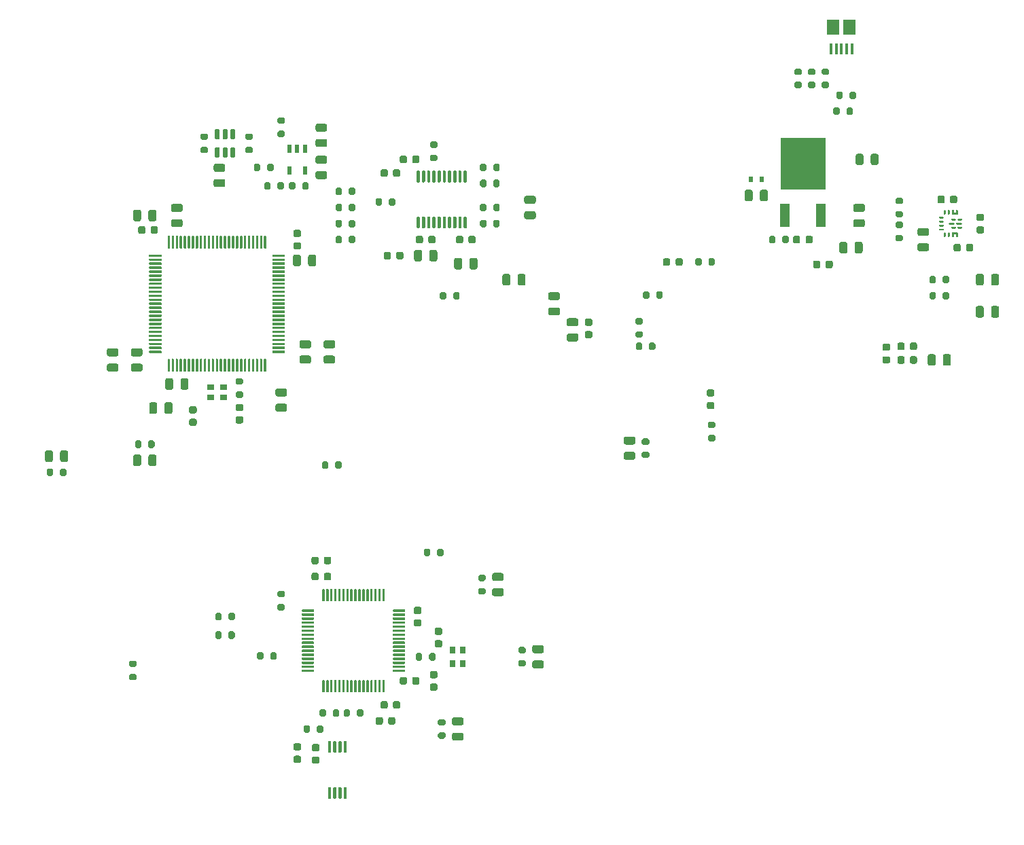
<source format=gbr>
%TF.GenerationSoftware,KiCad,Pcbnew,5.1.9*%
%TF.CreationDate,2021-03-19T17:31:00-04:00*%
%TF.ProjectId,digidraw,64696769-6472-4617-972e-6b696361645f,rev?*%
%TF.SameCoordinates,Original*%
%TF.FileFunction,Paste,Top*%
%TF.FilePolarity,Positive*%
%FSLAX46Y46*%
G04 Gerber Fmt 4.6, Leading zero omitted, Abs format (unit mm)*
G04 Created by KiCad (PCBNEW 5.1.9) date 2021-03-19 17:31:00*
%MOMM*%
%LPD*%
G01*
G04 APERTURE LIST*
%ADD10C,0.100000*%
%ADD11R,0.600000X0.800000*%
%ADD12R,1.500000X1.900000*%
%ADD13R,0.400000X1.350000*%
%ADD14R,1.250000X2.850000*%
%ADD15R,5.550000X6.500000*%
%ADD16R,0.600000X1.050000*%
%ADD17R,0.800000X0.900000*%
%ADD18R,0.900000X0.800000*%
G04 APERTURE END LIST*
%TO.C,U1*%
G36*
G01*
X173950000Y-90275000D02*
X173950000Y-90225000D01*
G75*
G02*
X174050000Y-90125000I100000J0D01*
G01*
X174450000Y-90125000D01*
G75*
G02*
X174550000Y-90225000I0J-100000D01*
G01*
X174550000Y-90275000D01*
G75*
G02*
X174450000Y-90375000I-100000J0D01*
G01*
X174050000Y-90375000D01*
G75*
G02*
X173950000Y-90275000I0J100000D01*
G01*
G37*
G36*
G01*
X173950000Y-90775000D02*
X173950000Y-90725000D01*
G75*
G02*
X174050000Y-90625000I100000J0D01*
G01*
X174450000Y-90625000D01*
G75*
G02*
X174550000Y-90725000I0J-100000D01*
G01*
X174550000Y-90775000D01*
G75*
G02*
X174450000Y-90875000I-100000J0D01*
G01*
X174050000Y-90875000D01*
G75*
G02*
X173950000Y-90775000I0J100000D01*
G01*
G37*
G36*
G01*
X173950000Y-91275000D02*
X173950000Y-91225000D01*
G75*
G02*
X174050000Y-91125000I100000J0D01*
G01*
X174450000Y-91125000D01*
G75*
G02*
X174550000Y-91225000I0J-100000D01*
G01*
X174550000Y-91275000D01*
G75*
G02*
X174450000Y-91375000I-100000J0D01*
G01*
X174050000Y-91375000D01*
G75*
G02*
X173950000Y-91275000I0J100000D01*
G01*
G37*
G36*
G01*
X173950000Y-91775000D02*
X173950000Y-91725000D01*
G75*
G02*
X174050000Y-91625000I100000J0D01*
G01*
X174450000Y-91625000D01*
G75*
G02*
X174550000Y-91725000I0J-100000D01*
G01*
X174550000Y-91775000D01*
G75*
G02*
X174450000Y-91875000I-100000J0D01*
G01*
X174050000Y-91875000D01*
G75*
G02*
X173950000Y-91775000I0J100000D01*
G01*
G37*
G36*
G01*
X174550000Y-92600000D02*
X174550000Y-92200000D01*
G75*
G02*
X174650000Y-92100000I100000J0D01*
G01*
X174700000Y-92100000D01*
G75*
G02*
X174800000Y-92200000I0J-100000D01*
G01*
X174800000Y-92600000D01*
G75*
G02*
X174700000Y-92700000I-100000J0D01*
G01*
X174650000Y-92700000D01*
G75*
G02*
X174550000Y-92600000I0J100000D01*
G01*
G37*
G36*
G01*
X175050001Y-92600000D02*
X175050001Y-92200000D01*
G75*
G02*
X175150001Y-92100000I100000J0D01*
G01*
X175200001Y-92100000D01*
G75*
G02*
X175300001Y-92200000I0J-100000D01*
G01*
X175300001Y-92600000D01*
G75*
G02*
X175200001Y-92700000I-100000J0D01*
G01*
X175150001Y-92700000D01*
G75*
G02*
X175050001Y-92600000I0J100000D01*
G01*
G37*
G36*
G01*
X175050001Y-89800000D02*
X175050001Y-89400000D01*
G75*
G02*
X175150001Y-89300000I100000J0D01*
G01*
X175200001Y-89300000D01*
G75*
G02*
X175300001Y-89400000I0J-100000D01*
G01*
X175300001Y-89800000D01*
G75*
G02*
X175200001Y-89900000I-100000J0D01*
G01*
X175150001Y-89900000D01*
G75*
G02*
X175050001Y-89800000I0J100000D01*
G01*
G37*
G36*
G01*
X174550000Y-89800000D02*
X174550000Y-89400000D01*
G75*
G02*
X174650000Y-89300000I100000J0D01*
G01*
X174700000Y-89300000D01*
G75*
G02*
X174800000Y-89400000I0J-100000D01*
G01*
X174800000Y-89800000D01*
G75*
G02*
X174700000Y-89900000I-100000J0D01*
G01*
X174650000Y-89900000D01*
G75*
G02*
X174550000Y-89800000I0J100000D01*
G01*
G37*
D10*
G36*
X175753922Y-89300154D02*
G01*
X175757821Y-89300616D01*
X175761671Y-89301382D01*
X175765450Y-89302448D01*
X175769133Y-89303807D01*
X175772698Y-89305451D01*
X175776123Y-89307369D01*
X175779387Y-89309550D01*
X175782470Y-89311981D01*
X175785353Y-89314646D01*
X175788018Y-89317529D01*
X175790448Y-89320612D01*
X175792629Y-89323876D01*
X175794547Y-89327301D01*
X175796191Y-89330866D01*
X175797550Y-89334549D01*
X175798616Y-89338328D01*
X175799382Y-89342178D01*
X175799843Y-89346077D01*
X175799998Y-89349999D01*
X175799998Y-89650000D01*
X176049999Y-89650000D01*
X176049999Y-89349999D01*
X176050153Y-89346077D01*
X176050614Y-89342178D01*
X176051380Y-89338327D01*
X176052446Y-89334549D01*
X176053804Y-89330865D01*
X176055448Y-89327300D01*
X176057366Y-89323874D01*
X176059547Y-89320610D01*
X176061978Y-89317527D01*
X176064643Y-89314644D01*
X176067526Y-89311979D01*
X176070609Y-89309548D01*
X176073873Y-89307367D01*
X176077299Y-89305449D01*
X176080864Y-89303805D01*
X176084548Y-89302447D01*
X176088326Y-89301381D01*
X176092177Y-89300615D01*
X176096076Y-89300154D01*
X176099999Y-89299999D01*
X176249999Y-89299999D01*
X176253921Y-89300154D01*
X176257820Y-89300615D01*
X176261671Y-89301381D01*
X176265449Y-89302447D01*
X176269132Y-89303806D01*
X176272698Y-89305450D01*
X176276123Y-89307368D01*
X176279387Y-89309549D01*
X176282471Y-89311980D01*
X176285354Y-89314644D01*
X176288018Y-89317527D01*
X176290449Y-89320611D01*
X176292630Y-89323875D01*
X176294548Y-89327300D01*
X176296192Y-89330866D01*
X176297551Y-89334549D01*
X176298617Y-89338327D01*
X176299383Y-89342178D01*
X176299844Y-89346077D01*
X176299999Y-89349999D01*
X176299999Y-89850000D01*
X176299844Y-89853922D01*
X176299383Y-89857821D01*
X176298617Y-89861672D01*
X176297551Y-89865450D01*
X176296192Y-89869134D01*
X176294549Y-89872699D01*
X176292630Y-89876125D01*
X176290449Y-89879389D01*
X176288019Y-89882472D01*
X176285354Y-89885355D01*
X176282471Y-89888020D01*
X176279388Y-89890451D01*
X176276123Y-89892632D01*
X176272698Y-89894550D01*
X176269133Y-89896194D01*
X176265449Y-89897553D01*
X176261671Y-89898619D01*
X176257820Y-89899385D01*
X176253921Y-89899846D01*
X176249999Y-89900000D01*
X175599996Y-89900000D01*
X175596073Y-89899846D01*
X175592175Y-89899385D01*
X175588324Y-89898619D01*
X175584545Y-89897554D01*
X175580862Y-89896195D01*
X175577296Y-89894552D01*
X175573871Y-89892633D01*
X175570607Y-89890452D01*
X175567523Y-89888021D01*
X175564640Y-89885356D01*
X175561976Y-89882473D01*
X175559545Y-89879390D01*
X175557364Y-89876126D01*
X175555446Y-89872700D01*
X175553803Y-89869134D01*
X175552444Y-89865451D01*
X175551379Y-89861672D01*
X175550614Y-89857821D01*
X175550153Y-89853923D01*
X175549999Y-89850000D01*
X175549996Y-89349999D01*
X175550151Y-89346076D01*
X175550612Y-89342178D01*
X175551378Y-89338327D01*
X175552444Y-89334548D01*
X175553803Y-89330865D01*
X175555446Y-89327299D01*
X175557365Y-89323874D01*
X175559546Y-89320609D01*
X175561977Y-89317526D01*
X175564642Y-89314643D01*
X175567525Y-89311978D01*
X175570608Y-89309548D01*
X175573873Y-89307367D01*
X175577298Y-89305448D01*
X175580864Y-89303805D01*
X175584547Y-89302446D01*
X175588326Y-89301381D01*
X175592177Y-89300615D01*
X175596075Y-89300153D01*
X175599998Y-89299999D01*
X175749999Y-89299999D01*
X175753922Y-89300154D01*
G37*
G36*
X176253920Y-92100153D02*
G01*
X176257819Y-92100614D01*
X176261670Y-92101380D01*
X176265448Y-92102446D01*
X176269132Y-92103805D01*
X176272697Y-92105448D01*
X176276123Y-92107367D01*
X176279387Y-92109548D01*
X176282470Y-92111978D01*
X176285354Y-92114643D01*
X176288019Y-92117527D01*
X176290449Y-92120610D01*
X176292630Y-92123874D01*
X176294549Y-92127300D01*
X176296192Y-92130865D01*
X176297551Y-92134549D01*
X176298617Y-92138327D01*
X176299383Y-92142178D01*
X176299844Y-92146077D01*
X176299998Y-92150000D01*
X176299998Y-92650000D01*
X176299844Y-92653923D01*
X176299383Y-92657822D01*
X176298617Y-92661672D01*
X176297551Y-92665451D01*
X176296193Y-92669135D01*
X176294549Y-92672700D01*
X176292631Y-92676125D01*
X176290450Y-92679390D01*
X176288019Y-92682473D01*
X176285354Y-92685356D01*
X176282471Y-92688021D01*
X176279388Y-92690452D01*
X176276123Y-92692633D01*
X176272698Y-92694551D01*
X176269133Y-92696195D01*
X176265449Y-92697553D01*
X176261670Y-92698619D01*
X176257820Y-92699385D01*
X176253921Y-92699846D01*
X176249998Y-92700000D01*
X176099998Y-92700000D01*
X176096075Y-92699846D01*
X176092176Y-92699384D01*
X176088326Y-92698619D01*
X176084547Y-92697553D01*
X176080864Y-92696194D01*
X176077298Y-92694550D01*
X176073873Y-92692632D01*
X176070609Y-92690451D01*
X176067525Y-92688020D01*
X176064643Y-92685356D01*
X176061978Y-92682473D01*
X176059547Y-92679389D01*
X176057366Y-92676125D01*
X176055448Y-92672700D01*
X176053804Y-92669134D01*
X176052445Y-92665451D01*
X176051379Y-92661672D01*
X176050614Y-92657822D01*
X176050152Y-92653923D01*
X176049998Y-92650000D01*
X176049998Y-92350000D01*
X175799997Y-92350000D01*
X175799995Y-92650000D01*
X175799841Y-92653923D01*
X175799379Y-92657821D01*
X175798613Y-92661671D01*
X175797547Y-92665450D01*
X175796189Y-92669133D01*
X175794545Y-92672698D01*
X175792627Y-92676123D01*
X175790446Y-92679387D01*
X175788016Y-92682470D01*
X175785351Y-92685353D01*
X175782468Y-92688018D01*
X175779385Y-92690449D01*
X175776122Y-92692630D01*
X175772696Y-92694548D01*
X175769131Y-92696192D01*
X175765449Y-92697551D01*
X175761670Y-92698617D01*
X175757820Y-92699383D01*
X175753922Y-92699845D01*
X175749999Y-92700000D01*
X175599997Y-92700000D01*
X175596074Y-92699846D01*
X175592175Y-92699385D01*
X175588325Y-92698619D01*
X175584546Y-92697553D01*
X175580862Y-92696194D01*
X175577297Y-92694551D01*
X175573872Y-92692633D01*
X175570607Y-92690451D01*
X175567524Y-92688021D01*
X175564641Y-92685356D01*
X175561976Y-92682473D01*
X175559545Y-92679390D01*
X175557364Y-92676125D01*
X175555446Y-92672700D01*
X175553802Y-92669134D01*
X175552443Y-92665451D01*
X175551377Y-92661672D01*
X175550612Y-92657822D01*
X175550150Y-92653923D01*
X175549996Y-92650000D01*
X175549999Y-92150000D01*
X175550152Y-92146077D01*
X175550613Y-92142178D01*
X175551378Y-92138327D01*
X175552443Y-92134548D01*
X175553801Y-92130865D01*
X175555445Y-92127299D01*
X175557363Y-92123873D01*
X175559544Y-92120609D01*
X175561974Y-92117525D01*
X175564639Y-92114642D01*
X175567522Y-92111977D01*
X175570605Y-92109546D01*
X175573870Y-92107365D01*
X175577295Y-92105447D01*
X175580861Y-92103804D01*
X175584544Y-92102445D01*
X175588323Y-92101380D01*
X175592174Y-92100614D01*
X175596073Y-92100153D01*
X175599996Y-92100000D01*
X176249997Y-92099999D01*
X176253920Y-92100153D01*
G37*
G36*
G01*
X176275500Y-91525000D02*
X176275500Y-91475000D01*
G75*
G02*
X176375500Y-91375000I100000J0D01*
G01*
X176750500Y-91375000D01*
G75*
G02*
X176850500Y-91475000I0J-100000D01*
G01*
X176850500Y-91525000D01*
G75*
G02*
X176750500Y-91625000I-100000J0D01*
G01*
X176375500Y-91625000D01*
G75*
G02*
X176275500Y-91525000I0J100000D01*
G01*
G37*
G36*
G01*
X176275500Y-90525000D02*
X176275500Y-90475000D01*
G75*
G02*
X176375500Y-90375000I100000J0D01*
G01*
X176750500Y-90375000D01*
G75*
G02*
X176850500Y-90475000I0J-100000D01*
G01*
X176850500Y-90525000D01*
G75*
G02*
X176750500Y-90625000I-100000J0D01*
G01*
X176375500Y-90625000D01*
G75*
G02*
X176275500Y-90525000I0J100000D01*
G01*
G37*
G36*
G01*
X175500500Y-90525000D02*
X175500500Y-90475000D01*
G75*
G02*
X175600500Y-90375000I100000J0D01*
G01*
X175975500Y-90375000D01*
G75*
G02*
X176075500Y-90475000I0J-100000D01*
G01*
X176075500Y-90525000D01*
G75*
G02*
X175975500Y-90625000I-100000J0D01*
G01*
X175600500Y-90625000D01*
G75*
G02*
X175500500Y-90525000I0J100000D01*
G01*
G37*
G36*
G01*
X175500500Y-91525000D02*
X175500500Y-91475000D01*
G75*
G02*
X175600500Y-91375000I100000J0D01*
G01*
X175975500Y-91375000D01*
G75*
G02*
X176075500Y-91475000I0J-100000D01*
G01*
X176075500Y-91525000D01*
G75*
G02*
X175975500Y-91625000I-100000J0D01*
G01*
X175600500Y-91625000D01*
G75*
G02*
X175500500Y-91525000I0J100000D01*
G01*
G37*
G36*
G01*
X175180000Y-91025000D02*
X175180000Y-90975000D01*
G75*
G02*
X175280000Y-90875000I100000J0D01*
G01*
X175800000Y-90875000D01*
G75*
G02*
X175900000Y-90975000I0J-100000D01*
G01*
X175900000Y-91025000D01*
G75*
G02*
X175800000Y-91125000I-100000J0D01*
G01*
X175280000Y-91125000D01*
G75*
G02*
X175180000Y-91025000I0J100000D01*
G01*
G37*
G36*
G01*
X176100000Y-91025000D02*
X176100000Y-90975000D01*
G75*
G02*
X176200000Y-90875000I100000J0D01*
G01*
X176720000Y-90875000D01*
G75*
G02*
X176820000Y-90975000I0J-100000D01*
G01*
X176820000Y-91025000D01*
G75*
G02*
X176720000Y-91125000I-100000J0D01*
G01*
X176200000Y-91125000D01*
G75*
G02*
X176100000Y-91025000I0J100000D01*
G01*
G37*
%TD*%
%TO.C,R28*%
G36*
G01*
X93775000Y-86025000D02*
X93775000Y-86575000D01*
G75*
G02*
X93575000Y-86775000I-200000J0D01*
G01*
X93175000Y-86775000D01*
G75*
G02*
X92975000Y-86575000I0J200000D01*
G01*
X92975000Y-86025000D01*
G75*
G02*
X93175000Y-85825000I200000J0D01*
G01*
X93575000Y-85825000D01*
G75*
G02*
X93775000Y-86025000I0J-200000D01*
G01*
G37*
G36*
G01*
X95425000Y-86025000D02*
X95425000Y-86575000D01*
G75*
G02*
X95225000Y-86775000I-200000J0D01*
G01*
X94825000Y-86775000D01*
G75*
G02*
X94625000Y-86575000I0J200000D01*
G01*
X94625000Y-86025000D01*
G75*
G02*
X94825000Y-85825000I200000J0D01*
G01*
X95225000Y-85825000D01*
G75*
G02*
X95425000Y-86025000I0J-200000D01*
G01*
G37*
%TD*%
%TO.C,R27*%
G36*
G01*
X91525000Y-86575000D02*
X91525000Y-86025000D01*
G75*
G02*
X91725000Y-85825000I200000J0D01*
G01*
X92125000Y-85825000D01*
G75*
G02*
X92325000Y-86025000I0J-200000D01*
G01*
X92325000Y-86575000D01*
G75*
G02*
X92125000Y-86775000I-200000J0D01*
G01*
X91725000Y-86775000D01*
G75*
G02*
X91525000Y-86575000I0J200000D01*
G01*
G37*
G36*
G01*
X89875000Y-86575000D02*
X89875000Y-86025000D01*
G75*
G02*
X90075000Y-85825000I200000J0D01*
G01*
X90475000Y-85825000D01*
G75*
G02*
X90675000Y-86025000I0J-200000D01*
G01*
X90675000Y-86575000D01*
G75*
G02*
X90475000Y-86775000I-200000J0D01*
G01*
X90075000Y-86775000D01*
G75*
G02*
X89875000Y-86575000I0J200000D01*
G01*
G37*
%TD*%
%TO.C,C50*%
G36*
G01*
X175450000Y-107525000D02*
X175450000Y-108475000D01*
G75*
G02*
X175200000Y-108725000I-250000J0D01*
G01*
X174700000Y-108725000D01*
G75*
G02*
X174450000Y-108475000I0J250000D01*
G01*
X174450000Y-107525000D01*
G75*
G02*
X174700000Y-107275000I250000J0D01*
G01*
X175200000Y-107275000D01*
G75*
G02*
X175450000Y-107525000I0J-250000D01*
G01*
G37*
G36*
G01*
X173550000Y-107525000D02*
X173550000Y-108475000D01*
G75*
G02*
X173300000Y-108725000I-250000J0D01*
G01*
X172800000Y-108725000D01*
G75*
G02*
X172550000Y-108475000I0J250000D01*
G01*
X172550000Y-107525000D01*
G75*
G02*
X172800000Y-107275000I250000J0D01*
G01*
X173300000Y-107275000D01*
G75*
G02*
X173550000Y-107525000I0J-250000D01*
G01*
G37*
%TD*%
%TO.C,C55*%
G36*
G01*
X170325000Y-106550000D02*
X170325000Y-106050000D01*
G75*
G02*
X170550000Y-105825000I225000J0D01*
G01*
X171000000Y-105825000D01*
G75*
G02*
X171225000Y-106050000I0J-225000D01*
G01*
X171225000Y-106550000D01*
G75*
G02*
X171000000Y-106775000I-225000J0D01*
G01*
X170550000Y-106775000D01*
G75*
G02*
X170325000Y-106550000I0J225000D01*
G01*
G37*
G36*
G01*
X168775000Y-106550000D02*
X168775000Y-106050000D01*
G75*
G02*
X169000000Y-105825000I225000J0D01*
G01*
X169450000Y-105825000D01*
G75*
G02*
X169675000Y-106050000I0J-225000D01*
G01*
X169675000Y-106550000D01*
G75*
G02*
X169450000Y-106775000I-225000J0D01*
G01*
X169000000Y-106775000D01*
G75*
G02*
X168775000Y-106550000I0J225000D01*
G01*
G37*
%TD*%
%TO.C,U3*%
G36*
G01*
X107450000Y-146675000D02*
X107450000Y-146825000D01*
G75*
G02*
X107375000Y-146900000I-75000J0D01*
G01*
X105975000Y-146900000D01*
G75*
G02*
X105900000Y-146825000I0J75000D01*
G01*
X105900000Y-146675000D01*
G75*
G02*
X105975000Y-146600000I75000J0D01*
G01*
X107375000Y-146600000D01*
G75*
G02*
X107450000Y-146675000I0J-75000D01*
G01*
G37*
G36*
G01*
X107450000Y-146175000D02*
X107450000Y-146325000D01*
G75*
G02*
X107375000Y-146400000I-75000J0D01*
G01*
X105975000Y-146400000D01*
G75*
G02*
X105900000Y-146325000I0J75000D01*
G01*
X105900000Y-146175000D01*
G75*
G02*
X105975000Y-146100000I75000J0D01*
G01*
X107375000Y-146100000D01*
G75*
G02*
X107450000Y-146175000I0J-75000D01*
G01*
G37*
G36*
G01*
X107450000Y-145675000D02*
X107450000Y-145825000D01*
G75*
G02*
X107375000Y-145900000I-75000J0D01*
G01*
X105975000Y-145900000D01*
G75*
G02*
X105900000Y-145825000I0J75000D01*
G01*
X105900000Y-145675000D01*
G75*
G02*
X105975000Y-145600000I75000J0D01*
G01*
X107375000Y-145600000D01*
G75*
G02*
X107450000Y-145675000I0J-75000D01*
G01*
G37*
G36*
G01*
X107450000Y-145175000D02*
X107450000Y-145325000D01*
G75*
G02*
X107375000Y-145400000I-75000J0D01*
G01*
X105975000Y-145400000D01*
G75*
G02*
X105900000Y-145325000I0J75000D01*
G01*
X105900000Y-145175000D01*
G75*
G02*
X105975000Y-145100000I75000J0D01*
G01*
X107375000Y-145100000D01*
G75*
G02*
X107450000Y-145175000I0J-75000D01*
G01*
G37*
G36*
G01*
X107450000Y-144675000D02*
X107450000Y-144825000D01*
G75*
G02*
X107375000Y-144900000I-75000J0D01*
G01*
X105975000Y-144900000D01*
G75*
G02*
X105900000Y-144825000I0J75000D01*
G01*
X105900000Y-144675000D01*
G75*
G02*
X105975000Y-144600000I75000J0D01*
G01*
X107375000Y-144600000D01*
G75*
G02*
X107450000Y-144675000I0J-75000D01*
G01*
G37*
G36*
G01*
X107450000Y-144175000D02*
X107450000Y-144325000D01*
G75*
G02*
X107375000Y-144400000I-75000J0D01*
G01*
X105975000Y-144400000D01*
G75*
G02*
X105900000Y-144325000I0J75000D01*
G01*
X105900000Y-144175000D01*
G75*
G02*
X105975000Y-144100000I75000J0D01*
G01*
X107375000Y-144100000D01*
G75*
G02*
X107450000Y-144175000I0J-75000D01*
G01*
G37*
G36*
G01*
X107450000Y-143675000D02*
X107450000Y-143825000D01*
G75*
G02*
X107375000Y-143900000I-75000J0D01*
G01*
X105975000Y-143900000D01*
G75*
G02*
X105900000Y-143825000I0J75000D01*
G01*
X105900000Y-143675000D01*
G75*
G02*
X105975000Y-143600000I75000J0D01*
G01*
X107375000Y-143600000D01*
G75*
G02*
X107450000Y-143675000I0J-75000D01*
G01*
G37*
G36*
G01*
X107450000Y-143175000D02*
X107450000Y-143325000D01*
G75*
G02*
X107375000Y-143400000I-75000J0D01*
G01*
X105975000Y-143400000D01*
G75*
G02*
X105900000Y-143325000I0J75000D01*
G01*
X105900000Y-143175000D01*
G75*
G02*
X105975000Y-143100000I75000J0D01*
G01*
X107375000Y-143100000D01*
G75*
G02*
X107450000Y-143175000I0J-75000D01*
G01*
G37*
G36*
G01*
X107450000Y-142675000D02*
X107450000Y-142825000D01*
G75*
G02*
X107375000Y-142900000I-75000J0D01*
G01*
X105975000Y-142900000D01*
G75*
G02*
X105900000Y-142825000I0J75000D01*
G01*
X105900000Y-142675000D01*
G75*
G02*
X105975000Y-142600000I75000J0D01*
G01*
X107375000Y-142600000D01*
G75*
G02*
X107450000Y-142675000I0J-75000D01*
G01*
G37*
G36*
G01*
X107450000Y-142175000D02*
X107450000Y-142325000D01*
G75*
G02*
X107375000Y-142400000I-75000J0D01*
G01*
X105975000Y-142400000D01*
G75*
G02*
X105900000Y-142325000I0J75000D01*
G01*
X105900000Y-142175000D01*
G75*
G02*
X105975000Y-142100000I75000J0D01*
G01*
X107375000Y-142100000D01*
G75*
G02*
X107450000Y-142175000I0J-75000D01*
G01*
G37*
G36*
G01*
X107450000Y-141675000D02*
X107450000Y-141825000D01*
G75*
G02*
X107375000Y-141900000I-75000J0D01*
G01*
X105975000Y-141900000D01*
G75*
G02*
X105900000Y-141825000I0J75000D01*
G01*
X105900000Y-141675000D01*
G75*
G02*
X105975000Y-141600000I75000J0D01*
G01*
X107375000Y-141600000D01*
G75*
G02*
X107450000Y-141675000I0J-75000D01*
G01*
G37*
G36*
G01*
X107450000Y-141175000D02*
X107450000Y-141325000D01*
G75*
G02*
X107375000Y-141400000I-75000J0D01*
G01*
X105975000Y-141400000D01*
G75*
G02*
X105900000Y-141325000I0J75000D01*
G01*
X105900000Y-141175000D01*
G75*
G02*
X105975000Y-141100000I75000J0D01*
G01*
X107375000Y-141100000D01*
G75*
G02*
X107450000Y-141175000I0J-75000D01*
G01*
G37*
G36*
G01*
X107450000Y-140675000D02*
X107450000Y-140825000D01*
G75*
G02*
X107375000Y-140900000I-75000J0D01*
G01*
X105975000Y-140900000D01*
G75*
G02*
X105900000Y-140825000I0J75000D01*
G01*
X105900000Y-140675000D01*
G75*
G02*
X105975000Y-140600000I75000J0D01*
G01*
X107375000Y-140600000D01*
G75*
G02*
X107450000Y-140675000I0J-75000D01*
G01*
G37*
G36*
G01*
X107450000Y-140175000D02*
X107450000Y-140325000D01*
G75*
G02*
X107375000Y-140400000I-75000J0D01*
G01*
X105975000Y-140400000D01*
G75*
G02*
X105900000Y-140325000I0J75000D01*
G01*
X105900000Y-140175000D01*
G75*
G02*
X105975000Y-140100000I75000J0D01*
G01*
X107375000Y-140100000D01*
G75*
G02*
X107450000Y-140175000I0J-75000D01*
G01*
G37*
G36*
G01*
X107450000Y-139675000D02*
X107450000Y-139825000D01*
G75*
G02*
X107375000Y-139900000I-75000J0D01*
G01*
X105975000Y-139900000D01*
G75*
G02*
X105900000Y-139825000I0J75000D01*
G01*
X105900000Y-139675000D01*
G75*
G02*
X105975000Y-139600000I75000J0D01*
G01*
X107375000Y-139600000D01*
G75*
G02*
X107450000Y-139675000I0J-75000D01*
G01*
G37*
G36*
G01*
X107450000Y-139175000D02*
X107450000Y-139325000D01*
G75*
G02*
X107375000Y-139400000I-75000J0D01*
G01*
X105975000Y-139400000D01*
G75*
G02*
X105900000Y-139325000I0J75000D01*
G01*
X105900000Y-139175000D01*
G75*
G02*
X105975000Y-139100000I75000J0D01*
G01*
X107375000Y-139100000D01*
G75*
G02*
X107450000Y-139175000I0J-75000D01*
G01*
G37*
G36*
G01*
X104900000Y-136625000D02*
X104900000Y-138025000D01*
G75*
G02*
X104825000Y-138100000I-75000J0D01*
G01*
X104675000Y-138100000D01*
G75*
G02*
X104600000Y-138025000I0J75000D01*
G01*
X104600000Y-136625000D01*
G75*
G02*
X104675000Y-136550000I75000J0D01*
G01*
X104825000Y-136550000D01*
G75*
G02*
X104900000Y-136625000I0J-75000D01*
G01*
G37*
G36*
G01*
X104400000Y-136625000D02*
X104400000Y-138025000D01*
G75*
G02*
X104325000Y-138100000I-75000J0D01*
G01*
X104175000Y-138100000D01*
G75*
G02*
X104100000Y-138025000I0J75000D01*
G01*
X104100000Y-136625000D01*
G75*
G02*
X104175000Y-136550000I75000J0D01*
G01*
X104325000Y-136550000D01*
G75*
G02*
X104400000Y-136625000I0J-75000D01*
G01*
G37*
G36*
G01*
X103900000Y-136625000D02*
X103900000Y-138025000D01*
G75*
G02*
X103825000Y-138100000I-75000J0D01*
G01*
X103675000Y-138100000D01*
G75*
G02*
X103600000Y-138025000I0J75000D01*
G01*
X103600000Y-136625000D01*
G75*
G02*
X103675000Y-136550000I75000J0D01*
G01*
X103825000Y-136550000D01*
G75*
G02*
X103900000Y-136625000I0J-75000D01*
G01*
G37*
G36*
G01*
X103400000Y-136625000D02*
X103400000Y-138025000D01*
G75*
G02*
X103325000Y-138100000I-75000J0D01*
G01*
X103175000Y-138100000D01*
G75*
G02*
X103100000Y-138025000I0J75000D01*
G01*
X103100000Y-136625000D01*
G75*
G02*
X103175000Y-136550000I75000J0D01*
G01*
X103325000Y-136550000D01*
G75*
G02*
X103400000Y-136625000I0J-75000D01*
G01*
G37*
G36*
G01*
X102900000Y-136625000D02*
X102900000Y-138025000D01*
G75*
G02*
X102825000Y-138100000I-75000J0D01*
G01*
X102675000Y-138100000D01*
G75*
G02*
X102600000Y-138025000I0J75000D01*
G01*
X102600000Y-136625000D01*
G75*
G02*
X102675000Y-136550000I75000J0D01*
G01*
X102825000Y-136550000D01*
G75*
G02*
X102900000Y-136625000I0J-75000D01*
G01*
G37*
G36*
G01*
X102400000Y-136625000D02*
X102400000Y-138025000D01*
G75*
G02*
X102325000Y-138100000I-75000J0D01*
G01*
X102175000Y-138100000D01*
G75*
G02*
X102100000Y-138025000I0J75000D01*
G01*
X102100000Y-136625000D01*
G75*
G02*
X102175000Y-136550000I75000J0D01*
G01*
X102325000Y-136550000D01*
G75*
G02*
X102400000Y-136625000I0J-75000D01*
G01*
G37*
G36*
G01*
X101900000Y-136625000D02*
X101900000Y-138025000D01*
G75*
G02*
X101825000Y-138100000I-75000J0D01*
G01*
X101675000Y-138100000D01*
G75*
G02*
X101600000Y-138025000I0J75000D01*
G01*
X101600000Y-136625000D01*
G75*
G02*
X101675000Y-136550000I75000J0D01*
G01*
X101825000Y-136550000D01*
G75*
G02*
X101900000Y-136625000I0J-75000D01*
G01*
G37*
G36*
G01*
X101400000Y-136625000D02*
X101400000Y-138025000D01*
G75*
G02*
X101325000Y-138100000I-75000J0D01*
G01*
X101175000Y-138100000D01*
G75*
G02*
X101100000Y-138025000I0J75000D01*
G01*
X101100000Y-136625000D01*
G75*
G02*
X101175000Y-136550000I75000J0D01*
G01*
X101325000Y-136550000D01*
G75*
G02*
X101400000Y-136625000I0J-75000D01*
G01*
G37*
G36*
G01*
X100900000Y-136625000D02*
X100900000Y-138025000D01*
G75*
G02*
X100825000Y-138100000I-75000J0D01*
G01*
X100675000Y-138100000D01*
G75*
G02*
X100600000Y-138025000I0J75000D01*
G01*
X100600000Y-136625000D01*
G75*
G02*
X100675000Y-136550000I75000J0D01*
G01*
X100825000Y-136550000D01*
G75*
G02*
X100900000Y-136625000I0J-75000D01*
G01*
G37*
G36*
G01*
X100400000Y-136625000D02*
X100400000Y-138025000D01*
G75*
G02*
X100325000Y-138100000I-75000J0D01*
G01*
X100175000Y-138100000D01*
G75*
G02*
X100100000Y-138025000I0J75000D01*
G01*
X100100000Y-136625000D01*
G75*
G02*
X100175000Y-136550000I75000J0D01*
G01*
X100325000Y-136550000D01*
G75*
G02*
X100400000Y-136625000I0J-75000D01*
G01*
G37*
G36*
G01*
X99900000Y-136625000D02*
X99900000Y-138025000D01*
G75*
G02*
X99825000Y-138100000I-75000J0D01*
G01*
X99675000Y-138100000D01*
G75*
G02*
X99600000Y-138025000I0J75000D01*
G01*
X99600000Y-136625000D01*
G75*
G02*
X99675000Y-136550000I75000J0D01*
G01*
X99825000Y-136550000D01*
G75*
G02*
X99900000Y-136625000I0J-75000D01*
G01*
G37*
G36*
G01*
X99400000Y-136625000D02*
X99400000Y-138025000D01*
G75*
G02*
X99325000Y-138100000I-75000J0D01*
G01*
X99175000Y-138100000D01*
G75*
G02*
X99100000Y-138025000I0J75000D01*
G01*
X99100000Y-136625000D01*
G75*
G02*
X99175000Y-136550000I75000J0D01*
G01*
X99325000Y-136550000D01*
G75*
G02*
X99400000Y-136625000I0J-75000D01*
G01*
G37*
G36*
G01*
X98900000Y-136625000D02*
X98900000Y-138025000D01*
G75*
G02*
X98825000Y-138100000I-75000J0D01*
G01*
X98675000Y-138100000D01*
G75*
G02*
X98600000Y-138025000I0J75000D01*
G01*
X98600000Y-136625000D01*
G75*
G02*
X98675000Y-136550000I75000J0D01*
G01*
X98825000Y-136550000D01*
G75*
G02*
X98900000Y-136625000I0J-75000D01*
G01*
G37*
G36*
G01*
X98400000Y-136625000D02*
X98400000Y-138025000D01*
G75*
G02*
X98325000Y-138100000I-75000J0D01*
G01*
X98175000Y-138100000D01*
G75*
G02*
X98100000Y-138025000I0J75000D01*
G01*
X98100000Y-136625000D01*
G75*
G02*
X98175000Y-136550000I75000J0D01*
G01*
X98325000Y-136550000D01*
G75*
G02*
X98400000Y-136625000I0J-75000D01*
G01*
G37*
G36*
G01*
X97900000Y-136625000D02*
X97900000Y-138025000D01*
G75*
G02*
X97825000Y-138100000I-75000J0D01*
G01*
X97675000Y-138100000D01*
G75*
G02*
X97600000Y-138025000I0J75000D01*
G01*
X97600000Y-136625000D01*
G75*
G02*
X97675000Y-136550000I75000J0D01*
G01*
X97825000Y-136550000D01*
G75*
G02*
X97900000Y-136625000I0J-75000D01*
G01*
G37*
G36*
G01*
X97400000Y-136625000D02*
X97400000Y-138025000D01*
G75*
G02*
X97325000Y-138100000I-75000J0D01*
G01*
X97175000Y-138100000D01*
G75*
G02*
X97100000Y-138025000I0J75000D01*
G01*
X97100000Y-136625000D01*
G75*
G02*
X97175000Y-136550000I75000J0D01*
G01*
X97325000Y-136550000D01*
G75*
G02*
X97400000Y-136625000I0J-75000D01*
G01*
G37*
G36*
G01*
X96100000Y-139175000D02*
X96100000Y-139325000D01*
G75*
G02*
X96025000Y-139400000I-75000J0D01*
G01*
X94625000Y-139400000D01*
G75*
G02*
X94550000Y-139325000I0J75000D01*
G01*
X94550000Y-139175000D01*
G75*
G02*
X94625000Y-139100000I75000J0D01*
G01*
X96025000Y-139100000D01*
G75*
G02*
X96100000Y-139175000I0J-75000D01*
G01*
G37*
G36*
G01*
X96100000Y-139675000D02*
X96100000Y-139825000D01*
G75*
G02*
X96025000Y-139900000I-75000J0D01*
G01*
X94625000Y-139900000D01*
G75*
G02*
X94550000Y-139825000I0J75000D01*
G01*
X94550000Y-139675000D01*
G75*
G02*
X94625000Y-139600000I75000J0D01*
G01*
X96025000Y-139600000D01*
G75*
G02*
X96100000Y-139675000I0J-75000D01*
G01*
G37*
G36*
G01*
X96100000Y-140175000D02*
X96100000Y-140325000D01*
G75*
G02*
X96025000Y-140400000I-75000J0D01*
G01*
X94625000Y-140400000D01*
G75*
G02*
X94550000Y-140325000I0J75000D01*
G01*
X94550000Y-140175000D01*
G75*
G02*
X94625000Y-140100000I75000J0D01*
G01*
X96025000Y-140100000D01*
G75*
G02*
X96100000Y-140175000I0J-75000D01*
G01*
G37*
G36*
G01*
X96100000Y-140675000D02*
X96100000Y-140825000D01*
G75*
G02*
X96025000Y-140900000I-75000J0D01*
G01*
X94625000Y-140900000D01*
G75*
G02*
X94550000Y-140825000I0J75000D01*
G01*
X94550000Y-140675000D01*
G75*
G02*
X94625000Y-140600000I75000J0D01*
G01*
X96025000Y-140600000D01*
G75*
G02*
X96100000Y-140675000I0J-75000D01*
G01*
G37*
G36*
G01*
X96100000Y-141175000D02*
X96100000Y-141325000D01*
G75*
G02*
X96025000Y-141400000I-75000J0D01*
G01*
X94625000Y-141400000D01*
G75*
G02*
X94550000Y-141325000I0J75000D01*
G01*
X94550000Y-141175000D01*
G75*
G02*
X94625000Y-141100000I75000J0D01*
G01*
X96025000Y-141100000D01*
G75*
G02*
X96100000Y-141175000I0J-75000D01*
G01*
G37*
G36*
G01*
X96100000Y-141675000D02*
X96100000Y-141825000D01*
G75*
G02*
X96025000Y-141900000I-75000J0D01*
G01*
X94625000Y-141900000D01*
G75*
G02*
X94550000Y-141825000I0J75000D01*
G01*
X94550000Y-141675000D01*
G75*
G02*
X94625000Y-141600000I75000J0D01*
G01*
X96025000Y-141600000D01*
G75*
G02*
X96100000Y-141675000I0J-75000D01*
G01*
G37*
G36*
G01*
X96100000Y-142175000D02*
X96100000Y-142325000D01*
G75*
G02*
X96025000Y-142400000I-75000J0D01*
G01*
X94625000Y-142400000D01*
G75*
G02*
X94550000Y-142325000I0J75000D01*
G01*
X94550000Y-142175000D01*
G75*
G02*
X94625000Y-142100000I75000J0D01*
G01*
X96025000Y-142100000D01*
G75*
G02*
X96100000Y-142175000I0J-75000D01*
G01*
G37*
G36*
G01*
X96100000Y-142675000D02*
X96100000Y-142825000D01*
G75*
G02*
X96025000Y-142900000I-75000J0D01*
G01*
X94625000Y-142900000D01*
G75*
G02*
X94550000Y-142825000I0J75000D01*
G01*
X94550000Y-142675000D01*
G75*
G02*
X94625000Y-142600000I75000J0D01*
G01*
X96025000Y-142600000D01*
G75*
G02*
X96100000Y-142675000I0J-75000D01*
G01*
G37*
G36*
G01*
X96100000Y-143175000D02*
X96100000Y-143325000D01*
G75*
G02*
X96025000Y-143400000I-75000J0D01*
G01*
X94625000Y-143400000D01*
G75*
G02*
X94550000Y-143325000I0J75000D01*
G01*
X94550000Y-143175000D01*
G75*
G02*
X94625000Y-143100000I75000J0D01*
G01*
X96025000Y-143100000D01*
G75*
G02*
X96100000Y-143175000I0J-75000D01*
G01*
G37*
G36*
G01*
X96100000Y-143675000D02*
X96100000Y-143825000D01*
G75*
G02*
X96025000Y-143900000I-75000J0D01*
G01*
X94625000Y-143900000D01*
G75*
G02*
X94550000Y-143825000I0J75000D01*
G01*
X94550000Y-143675000D01*
G75*
G02*
X94625000Y-143600000I75000J0D01*
G01*
X96025000Y-143600000D01*
G75*
G02*
X96100000Y-143675000I0J-75000D01*
G01*
G37*
G36*
G01*
X96100000Y-144175000D02*
X96100000Y-144325000D01*
G75*
G02*
X96025000Y-144400000I-75000J0D01*
G01*
X94625000Y-144400000D01*
G75*
G02*
X94550000Y-144325000I0J75000D01*
G01*
X94550000Y-144175000D01*
G75*
G02*
X94625000Y-144100000I75000J0D01*
G01*
X96025000Y-144100000D01*
G75*
G02*
X96100000Y-144175000I0J-75000D01*
G01*
G37*
G36*
G01*
X96100000Y-144675000D02*
X96100000Y-144825000D01*
G75*
G02*
X96025000Y-144900000I-75000J0D01*
G01*
X94625000Y-144900000D01*
G75*
G02*
X94550000Y-144825000I0J75000D01*
G01*
X94550000Y-144675000D01*
G75*
G02*
X94625000Y-144600000I75000J0D01*
G01*
X96025000Y-144600000D01*
G75*
G02*
X96100000Y-144675000I0J-75000D01*
G01*
G37*
G36*
G01*
X96100000Y-145175000D02*
X96100000Y-145325000D01*
G75*
G02*
X96025000Y-145400000I-75000J0D01*
G01*
X94625000Y-145400000D01*
G75*
G02*
X94550000Y-145325000I0J75000D01*
G01*
X94550000Y-145175000D01*
G75*
G02*
X94625000Y-145100000I75000J0D01*
G01*
X96025000Y-145100000D01*
G75*
G02*
X96100000Y-145175000I0J-75000D01*
G01*
G37*
G36*
G01*
X96100000Y-145675000D02*
X96100000Y-145825000D01*
G75*
G02*
X96025000Y-145900000I-75000J0D01*
G01*
X94625000Y-145900000D01*
G75*
G02*
X94550000Y-145825000I0J75000D01*
G01*
X94550000Y-145675000D01*
G75*
G02*
X94625000Y-145600000I75000J0D01*
G01*
X96025000Y-145600000D01*
G75*
G02*
X96100000Y-145675000I0J-75000D01*
G01*
G37*
G36*
G01*
X96100000Y-146175000D02*
X96100000Y-146325000D01*
G75*
G02*
X96025000Y-146400000I-75000J0D01*
G01*
X94625000Y-146400000D01*
G75*
G02*
X94550000Y-146325000I0J75000D01*
G01*
X94550000Y-146175000D01*
G75*
G02*
X94625000Y-146100000I75000J0D01*
G01*
X96025000Y-146100000D01*
G75*
G02*
X96100000Y-146175000I0J-75000D01*
G01*
G37*
G36*
G01*
X96100000Y-146675000D02*
X96100000Y-146825000D01*
G75*
G02*
X96025000Y-146900000I-75000J0D01*
G01*
X94625000Y-146900000D01*
G75*
G02*
X94550000Y-146825000I0J75000D01*
G01*
X94550000Y-146675000D01*
G75*
G02*
X94625000Y-146600000I75000J0D01*
G01*
X96025000Y-146600000D01*
G75*
G02*
X96100000Y-146675000I0J-75000D01*
G01*
G37*
G36*
G01*
X97400000Y-147975000D02*
X97400000Y-149375000D01*
G75*
G02*
X97325000Y-149450000I-75000J0D01*
G01*
X97175000Y-149450000D01*
G75*
G02*
X97100000Y-149375000I0J75000D01*
G01*
X97100000Y-147975000D01*
G75*
G02*
X97175000Y-147900000I75000J0D01*
G01*
X97325000Y-147900000D01*
G75*
G02*
X97400000Y-147975000I0J-75000D01*
G01*
G37*
G36*
G01*
X97900000Y-147975000D02*
X97900000Y-149375000D01*
G75*
G02*
X97825000Y-149450000I-75000J0D01*
G01*
X97675000Y-149450000D01*
G75*
G02*
X97600000Y-149375000I0J75000D01*
G01*
X97600000Y-147975000D01*
G75*
G02*
X97675000Y-147900000I75000J0D01*
G01*
X97825000Y-147900000D01*
G75*
G02*
X97900000Y-147975000I0J-75000D01*
G01*
G37*
G36*
G01*
X98400000Y-147975000D02*
X98400000Y-149375000D01*
G75*
G02*
X98325000Y-149450000I-75000J0D01*
G01*
X98175000Y-149450000D01*
G75*
G02*
X98100000Y-149375000I0J75000D01*
G01*
X98100000Y-147975000D01*
G75*
G02*
X98175000Y-147900000I75000J0D01*
G01*
X98325000Y-147900000D01*
G75*
G02*
X98400000Y-147975000I0J-75000D01*
G01*
G37*
G36*
G01*
X98900000Y-147975000D02*
X98900000Y-149375000D01*
G75*
G02*
X98825000Y-149450000I-75000J0D01*
G01*
X98675000Y-149450000D01*
G75*
G02*
X98600000Y-149375000I0J75000D01*
G01*
X98600000Y-147975000D01*
G75*
G02*
X98675000Y-147900000I75000J0D01*
G01*
X98825000Y-147900000D01*
G75*
G02*
X98900000Y-147975000I0J-75000D01*
G01*
G37*
G36*
G01*
X99400000Y-147975000D02*
X99400000Y-149375000D01*
G75*
G02*
X99325000Y-149450000I-75000J0D01*
G01*
X99175000Y-149450000D01*
G75*
G02*
X99100000Y-149375000I0J75000D01*
G01*
X99100000Y-147975000D01*
G75*
G02*
X99175000Y-147900000I75000J0D01*
G01*
X99325000Y-147900000D01*
G75*
G02*
X99400000Y-147975000I0J-75000D01*
G01*
G37*
G36*
G01*
X99900000Y-147975000D02*
X99900000Y-149375000D01*
G75*
G02*
X99825000Y-149450000I-75000J0D01*
G01*
X99675000Y-149450000D01*
G75*
G02*
X99600000Y-149375000I0J75000D01*
G01*
X99600000Y-147975000D01*
G75*
G02*
X99675000Y-147900000I75000J0D01*
G01*
X99825000Y-147900000D01*
G75*
G02*
X99900000Y-147975000I0J-75000D01*
G01*
G37*
G36*
G01*
X100400000Y-147975000D02*
X100400000Y-149375000D01*
G75*
G02*
X100325000Y-149450000I-75000J0D01*
G01*
X100175000Y-149450000D01*
G75*
G02*
X100100000Y-149375000I0J75000D01*
G01*
X100100000Y-147975000D01*
G75*
G02*
X100175000Y-147900000I75000J0D01*
G01*
X100325000Y-147900000D01*
G75*
G02*
X100400000Y-147975000I0J-75000D01*
G01*
G37*
G36*
G01*
X100900000Y-147975000D02*
X100900000Y-149375000D01*
G75*
G02*
X100825000Y-149450000I-75000J0D01*
G01*
X100675000Y-149450000D01*
G75*
G02*
X100600000Y-149375000I0J75000D01*
G01*
X100600000Y-147975000D01*
G75*
G02*
X100675000Y-147900000I75000J0D01*
G01*
X100825000Y-147900000D01*
G75*
G02*
X100900000Y-147975000I0J-75000D01*
G01*
G37*
G36*
G01*
X101400000Y-147975000D02*
X101400000Y-149375000D01*
G75*
G02*
X101325000Y-149450000I-75000J0D01*
G01*
X101175000Y-149450000D01*
G75*
G02*
X101100000Y-149375000I0J75000D01*
G01*
X101100000Y-147975000D01*
G75*
G02*
X101175000Y-147900000I75000J0D01*
G01*
X101325000Y-147900000D01*
G75*
G02*
X101400000Y-147975000I0J-75000D01*
G01*
G37*
G36*
G01*
X101900000Y-147975000D02*
X101900000Y-149375000D01*
G75*
G02*
X101825000Y-149450000I-75000J0D01*
G01*
X101675000Y-149450000D01*
G75*
G02*
X101600000Y-149375000I0J75000D01*
G01*
X101600000Y-147975000D01*
G75*
G02*
X101675000Y-147900000I75000J0D01*
G01*
X101825000Y-147900000D01*
G75*
G02*
X101900000Y-147975000I0J-75000D01*
G01*
G37*
G36*
G01*
X102400000Y-147975000D02*
X102400000Y-149375000D01*
G75*
G02*
X102325000Y-149450000I-75000J0D01*
G01*
X102175000Y-149450000D01*
G75*
G02*
X102100000Y-149375000I0J75000D01*
G01*
X102100000Y-147975000D01*
G75*
G02*
X102175000Y-147900000I75000J0D01*
G01*
X102325000Y-147900000D01*
G75*
G02*
X102400000Y-147975000I0J-75000D01*
G01*
G37*
G36*
G01*
X102900000Y-147975000D02*
X102900000Y-149375000D01*
G75*
G02*
X102825000Y-149450000I-75000J0D01*
G01*
X102675000Y-149450000D01*
G75*
G02*
X102600000Y-149375000I0J75000D01*
G01*
X102600000Y-147975000D01*
G75*
G02*
X102675000Y-147900000I75000J0D01*
G01*
X102825000Y-147900000D01*
G75*
G02*
X102900000Y-147975000I0J-75000D01*
G01*
G37*
G36*
G01*
X103400000Y-147975000D02*
X103400000Y-149375000D01*
G75*
G02*
X103325000Y-149450000I-75000J0D01*
G01*
X103175000Y-149450000D01*
G75*
G02*
X103100000Y-149375000I0J75000D01*
G01*
X103100000Y-147975000D01*
G75*
G02*
X103175000Y-147900000I75000J0D01*
G01*
X103325000Y-147900000D01*
G75*
G02*
X103400000Y-147975000I0J-75000D01*
G01*
G37*
G36*
G01*
X103900000Y-147975000D02*
X103900000Y-149375000D01*
G75*
G02*
X103825000Y-149450000I-75000J0D01*
G01*
X103675000Y-149450000D01*
G75*
G02*
X103600000Y-149375000I0J75000D01*
G01*
X103600000Y-147975000D01*
G75*
G02*
X103675000Y-147900000I75000J0D01*
G01*
X103825000Y-147900000D01*
G75*
G02*
X103900000Y-147975000I0J-75000D01*
G01*
G37*
G36*
G01*
X104400000Y-147975000D02*
X104400000Y-149375000D01*
G75*
G02*
X104325000Y-149450000I-75000J0D01*
G01*
X104175000Y-149450000D01*
G75*
G02*
X104100000Y-149375000I0J75000D01*
G01*
X104100000Y-147975000D01*
G75*
G02*
X104175000Y-147900000I75000J0D01*
G01*
X104325000Y-147900000D01*
G75*
G02*
X104400000Y-147975000I0J-75000D01*
G01*
G37*
G36*
G01*
X104900000Y-147975000D02*
X104900000Y-149375000D01*
G75*
G02*
X104825000Y-149450000I-75000J0D01*
G01*
X104675000Y-149450000D01*
G75*
G02*
X104600000Y-149375000I0J75000D01*
G01*
X104600000Y-147975000D01*
G75*
G02*
X104675000Y-147900000I75000J0D01*
G01*
X104825000Y-147900000D01*
G75*
G02*
X104900000Y-147975000I0J-75000D01*
G01*
G37*
%TD*%
%TO.C,C13*%
G36*
G01*
X111850000Y-143825000D02*
X111350000Y-143825000D01*
G75*
G02*
X111125000Y-143600000I0J225000D01*
G01*
X111125000Y-143150000D01*
G75*
G02*
X111350000Y-142925000I225000J0D01*
G01*
X111850000Y-142925000D01*
G75*
G02*
X112075000Y-143150000I0J-225000D01*
G01*
X112075000Y-143600000D01*
G75*
G02*
X111850000Y-143825000I-225000J0D01*
G01*
G37*
G36*
G01*
X111850000Y-142275000D02*
X111350000Y-142275000D01*
G75*
G02*
X111125000Y-142050000I0J225000D01*
G01*
X111125000Y-141600000D01*
G75*
G02*
X111350000Y-141375000I225000J0D01*
G01*
X111850000Y-141375000D01*
G75*
G02*
X112075000Y-141600000I0J-225000D01*
G01*
X112075000Y-142050000D01*
G75*
G02*
X111850000Y-142275000I-225000J0D01*
G01*
G37*
%TD*%
%TO.C,R49*%
G36*
G01*
X139525000Y-99625000D02*
X139525000Y-100175000D01*
G75*
G02*
X139325000Y-100375000I-200000J0D01*
G01*
X138925000Y-100375000D01*
G75*
G02*
X138725000Y-100175000I0J200000D01*
G01*
X138725000Y-99625000D01*
G75*
G02*
X138925000Y-99425000I200000J0D01*
G01*
X139325000Y-99425000D01*
G75*
G02*
X139525000Y-99625000I0J-200000D01*
G01*
G37*
G36*
G01*
X137875000Y-99625000D02*
X137875000Y-100175000D01*
G75*
G02*
X137675000Y-100375000I-200000J0D01*
G01*
X137275000Y-100375000D01*
G75*
G02*
X137075000Y-100175000I0J200000D01*
G01*
X137075000Y-99625000D01*
G75*
G02*
X137275000Y-99425000I200000J0D01*
G01*
X137675000Y-99425000D01*
G75*
G02*
X137875000Y-99625000I0J-200000D01*
G01*
G37*
%TD*%
%TO.C,C20*%
G36*
G01*
X95350000Y-96075000D02*
X95350000Y-95125000D01*
G75*
G02*
X95600000Y-94875000I250000J0D01*
G01*
X96100000Y-94875000D01*
G75*
G02*
X96350000Y-95125000I0J-250000D01*
G01*
X96350000Y-96075000D01*
G75*
G02*
X96100000Y-96325000I-250000J0D01*
G01*
X95600000Y-96325000D01*
G75*
G02*
X95350000Y-96075000I0J250000D01*
G01*
G37*
G36*
G01*
X93450000Y-96075000D02*
X93450000Y-95125000D01*
G75*
G02*
X93700000Y-94875000I250000J0D01*
G01*
X94200000Y-94875000D01*
G75*
G02*
X94450000Y-95125000I0J-250000D01*
G01*
X94450000Y-96075000D01*
G75*
G02*
X94200000Y-96325000I-250000J0D01*
G01*
X93700000Y-96325000D01*
G75*
G02*
X93450000Y-96075000I0J250000D01*
G01*
G37*
%TD*%
%TO.C,C30*%
G36*
G01*
X86550000Y-115025000D02*
X87050000Y-115025000D01*
G75*
G02*
X87275000Y-115250000I0J-225000D01*
G01*
X87275000Y-115700000D01*
G75*
G02*
X87050000Y-115925000I-225000J0D01*
G01*
X86550000Y-115925000D01*
G75*
G02*
X86325000Y-115700000I0J225000D01*
G01*
X86325000Y-115250000D01*
G75*
G02*
X86550000Y-115025000I225000J0D01*
G01*
G37*
G36*
G01*
X86550000Y-113475000D02*
X87050000Y-113475000D01*
G75*
G02*
X87275000Y-113700000I0J-225000D01*
G01*
X87275000Y-114150000D01*
G75*
G02*
X87050000Y-114375000I-225000J0D01*
G01*
X86550000Y-114375000D01*
G75*
G02*
X86325000Y-114150000I0J225000D01*
G01*
X86325000Y-113700000D01*
G75*
G02*
X86550000Y-113475000I225000J0D01*
G01*
G37*
%TD*%
%TO.C,R26*%
G36*
G01*
X145355000Y-117335000D02*
X145905000Y-117335000D01*
G75*
G02*
X146105000Y-117535000I0J-200000D01*
G01*
X146105000Y-117935000D01*
G75*
G02*
X145905000Y-118135000I-200000J0D01*
G01*
X145355000Y-118135000D01*
G75*
G02*
X145155000Y-117935000I0J200000D01*
G01*
X145155000Y-117535000D01*
G75*
G02*
X145355000Y-117335000I200000J0D01*
G01*
G37*
G36*
G01*
X145355000Y-115685000D02*
X145905000Y-115685000D01*
G75*
G02*
X146105000Y-115885000I0J-200000D01*
G01*
X146105000Y-116285000D01*
G75*
G02*
X145905000Y-116485000I-200000J0D01*
G01*
X145355000Y-116485000D01*
G75*
G02*
X145155000Y-116285000I0J200000D01*
G01*
X145155000Y-115885000D01*
G75*
G02*
X145355000Y-115685000I200000J0D01*
G01*
G37*
%TD*%
%TO.C,R25*%
G36*
G01*
X145235000Y-96035000D02*
X145235000Y-95485000D01*
G75*
G02*
X145435000Y-95285000I200000J0D01*
G01*
X145835000Y-95285000D01*
G75*
G02*
X146035000Y-95485000I0J-200000D01*
G01*
X146035000Y-96035000D01*
G75*
G02*
X145835000Y-96235000I-200000J0D01*
G01*
X145435000Y-96235000D01*
G75*
G02*
X145235000Y-96035000I0J200000D01*
G01*
G37*
G36*
G01*
X143585000Y-96035000D02*
X143585000Y-95485000D01*
G75*
G02*
X143785000Y-95285000I200000J0D01*
G01*
X144185000Y-95285000D01*
G75*
G02*
X144385000Y-95485000I0J-200000D01*
G01*
X144385000Y-96035000D01*
G75*
G02*
X144185000Y-96235000I-200000J0D01*
G01*
X143785000Y-96235000D01*
G75*
G02*
X143585000Y-96035000I0J200000D01*
G01*
G37*
%TD*%
%TO.C,D3*%
G36*
G01*
X145766250Y-112550000D02*
X145253750Y-112550000D01*
G75*
G02*
X145035000Y-112331250I0J218750D01*
G01*
X145035000Y-111893750D01*
G75*
G02*
X145253750Y-111675000I218750J0D01*
G01*
X145766250Y-111675000D01*
G75*
G02*
X145985000Y-111893750I0J-218750D01*
G01*
X145985000Y-112331250D01*
G75*
G02*
X145766250Y-112550000I-218750J0D01*
G01*
G37*
G36*
G01*
X145766250Y-114125000D02*
X145253750Y-114125000D01*
G75*
G02*
X145035000Y-113906250I0J218750D01*
G01*
X145035000Y-113468750D01*
G75*
G02*
X145253750Y-113250000I218750J0D01*
G01*
X145766250Y-113250000D01*
G75*
G02*
X145985000Y-113468750I0J-218750D01*
G01*
X145985000Y-113906250D01*
G75*
G02*
X145766250Y-114125000I-218750J0D01*
G01*
G37*
%TD*%
%TO.C,D2*%
G36*
G01*
X140450000Y-95543750D02*
X140450000Y-96056250D01*
G75*
G02*
X140231250Y-96275000I-218750J0D01*
G01*
X139793750Y-96275000D01*
G75*
G02*
X139575000Y-96056250I0J218750D01*
G01*
X139575000Y-95543750D01*
G75*
G02*
X139793750Y-95325000I218750J0D01*
G01*
X140231250Y-95325000D01*
G75*
G02*
X140450000Y-95543750I0J-218750D01*
G01*
G37*
G36*
G01*
X142025000Y-95543750D02*
X142025000Y-96056250D01*
G75*
G02*
X141806250Y-96275000I-218750J0D01*
G01*
X141368750Y-96275000D01*
G75*
G02*
X141150000Y-96056250I0J218750D01*
G01*
X141150000Y-95543750D01*
G75*
G02*
X141368750Y-95325000I218750J0D01*
G01*
X141806250Y-95325000D01*
G75*
G02*
X142025000Y-95543750I0J-218750D01*
G01*
G37*
%TD*%
%TO.C,C53*%
G36*
G01*
X170325000Y-108250000D02*
X170325000Y-107750000D01*
G75*
G02*
X170550000Y-107525000I225000J0D01*
G01*
X171000000Y-107525000D01*
G75*
G02*
X171225000Y-107750000I0J-225000D01*
G01*
X171225000Y-108250000D01*
G75*
G02*
X171000000Y-108475000I-225000J0D01*
G01*
X170550000Y-108475000D01*
G75*
G02*
X170325000Y-108250000I0J225000D01*
G01*
G37*
G36*
G01*
X168775000Y-108250000D02*
X168775000Y-107750000D01*
G75*
G02*
X169000000Y-107525000I225000J0D01*
G01*
X169450000Y-107525000D01*
G75*
G02*
X169675000Y-107750000I0J-225000D01*
G01*
X169675000Y-108250000D01*
G75*
G02*
X169450000Y-108475000I-225000J0D01*
G01*
X169000000Y-108475000D01*
G75*
G02*
X168775000Y-108250000I0J225000D01*
G01*
G37*
%TD*%
%TO.C,C51*%
G36*
G01*
X159175000Y-95850000D02*
X159175000Y-96350000D01*
G75*
G02*
X158950000Y-96575000I-225000J0D01*
G01*
X158500000Y-96575000D01*
G75*
G02*
X158275000Y-96350000I0J225000D01*
G01*
X158275000Y-95850000D01*
G75*
G02*
X158500000Y-95625000I225000J0D01*
G01*
X158950000Y-95625000D01*
G75*
G02*
X159175000Y-95850000I0J-225000D01*
G01*
G37*
G36*
G01*
X160725000Y-95850000D02*
X160725000Y-96350000D01*
G75*
G02*
X160500000Y-96575000I-225000J0D01*
G01*
X160050000Y-96575000D01*
G75*
G02*
X159825000Y-96350000I0J225000D01*
G01*
X159825000Y-95850000D01*
G75*
G02*
X160050000Y-95625000I225000J0D01*
G01*
X160500000Y-95625000D01*
G75*
G02*
X160725000Y-95850000I0J-225000D01*
G01*
G37*
%TD*%
%TO.C,L2*%
G36*
G01*
X167143750Y-107550000D02*
X167656250Y-107550000D01*
G75*
G02*
X167875000Y-107768750I0J-218750D01*
G01*
X167875000Y-108206250D01*
G75*
G02*
X167656250Y-108425000I-218750J0D01*
G01*
X167143750Y-108425000D01*
G75*
G02*
X166925000Y-108206250I0J218750D01*
G01*
X166925000Y-107768750D01*
G75*
G02*
X167143750Y-107550000I218750J0D01*
G01*
G37*
G36*
G01*
X167143750Y-105975000D02*
X167656250Y-105975000D01*
G75*
G02*
X167875000Y-106193750I0J-218750D01*
G01*
X167875000Y-106631250D01*
G75*
G02*
X167656250Y-106850000I-218750J0D01*
G01*
X167143750Y-106850000D01*
G75*
G02*
X166925000Y-106631250I0J218750D01*
G01*
X166925000Y-106193750D01*
G75*
G02*
X167143750Y-105975000I218750J0D01*
G01*
G37*
%TD*%
%TO.C,C1*%
G36*
G01*
X150750000Y-87025000D02*
X150750000Y-87975000D01*
G75*
G02*
X150500000Y-88225000I-250000J0D01*
G01*
X150000000Y-88225000D01*
G75*
G02*
X149750000Y-87975000I0J250000D01*
G01*
X149750000Y-87025000D01*
G75*
G02*
X150000000Y-86775000I250000J0D01*
G01*
X150500000Y-86775000D01*
G75*
G02*
X150750000Y-87025000I0J-250000D01*
G01*
G37*
G36*
G01*
X152650000Y-87025000D02*
X152650000Y-87975000D01*
G75*
G02*
X152400000Y-88225000I-250000J0D01*
G01*
X151900000Y-88225000D01*
G75*
G02*
X151650000Y-87975000I0J250000D01*
G01*
X151650000Y-87025000D01*
G75*
G02*
X151900000Y-86775000I250000J0D01*
G01*
X152400000Y-86775000D01*
G75*
G02*
X152650000Y-87025000I0J-250000D01*
G01*
G37*
%TD*%
%TO.C,C2*%
G36*
G01*
X161550000Y-94475000D02*
X161550000Y-93525000D01*
G75*
G02*
X161800000Y-93275000I250000J0D01*
G01*
X162300000Y-93275000D01*
G75*
G02*
X162550000Y-93525000I0J-250000D01*
G01*
X162550000Y-94475000D01*
G75*
G02*
X162300000Y-94725000I-250000J0D01*
G01*
X161800000Y-94725000D01*
G75*
G02*
X161550000Y-94475000I0J250000D01*
G01*
G37*
G36*
G01*
X163450000Y-94475000D02*
X163450000Y-93525000D01*
G75*
G02*
X163700000Y-93275000I250000J0D01*
G01*
X164200000Y-93275000D01*
G75*
G02*
X164450000Y-93525000I0J-250000D01*
G01*
X164450000Y-94475000D01*
G75*
G02*
X164200000Y-94725000I-250000J0D01*
G01*
X163700000Y-94725000D01*
G75*
G02*
X163450000Y-94475000I0J250000D01*
G01*
G37*
%TD*%
%TO.C,C3*%
G36*
G01*
X163525000Y-90450000D02*
X164475000Y-90450000D01*
G75*
G02*
X164725000Y-90700000I0J-250000D01*
G01*
X164725000Y-91200000D01*
G75*
G02*
X164475000Y-91450000I-250000J0D01*
G01*
X163525000Y-91450000D01*
G75*
G02*
X163275000Y-91200000I0J250000D01*
G01*
X163275000Y-90700000D01*
G75*
G02*
X163525000Y-90450000I250000J0D01*
G01*
G37*
G36*
G01*
X163525000Y-88550000D02*
X164475000Y-88550000D01*
G75*
G02*
X164725000Y-88800000I0J-250000D01*
G01*
X164725000Y-89300000D01*
G75*
G02*
X164475000Y-89550000I-250000J0D01*
G01*
X163525000Y-89550000D01*
G75*
G02*
X163275000Y-89300000I0J250000D01*
G01*
X163275000Y-88800000D01*
G75*
G02*
X163525000Y-88550000I250000J0D01*
G01*
G37*
%TD*%
%TO.C,C4*%
G36*
G01*
X176225000Y-87750000D02*
X176225000Y-88250000D01*
G75*
G02*
X176000000Y-88475000I-225000J0D01*
G01*
X175550000Y-88475000D01*
G75*
G02*
X175325000Y-88250000I0J225000D01*
G01*
X175325000Y-87750000D01*
G75*
G02*
X175550000Y-87525000I225000J0D01*
G01*
X176000000Y-87525000D01*
G75*
G02*
X176225000Y-87750000I0J-225000D01*
G01*
G37*
G36*
G01*
X174675000Y-87750000D02*
X174675000Y-88250000D01*
G75*
G02*
X174450000Y-88475000I-225000J0D01*
G01*
X174000000Y-88475000D01*
G75*
G02*
X173775000Y-88250000I0J225000D01*
G01*
X173775000Y-87750000D01*
G75*
G02*
X174000000Y-87525000I225000J0D01*
G01*
X174450000Y-87525000D01*
G75*
G02*
X174675000Y-87750000I0J-225000D01*
G01*
G37*
%TD*%
%TO.C,C5*%
G36*
G01*
X171525000Y-91550000D02*
X172475000Y-91550000D01*
G75*
G02*
X172725000Y-91800000I0J-250000D01*
G01*
X172725000Y-92300000D01*
G75*
G02*
X172475000Y-92550000I-250000J0D01*
G01*
X171525000Y-92550000D01*
G75*
G02*
X171275000Y-92300000I0J250000D01*
G01*
X171275000Y-91800000D01*
G75*
G02*
X171525000Y-91550000I250000J0D01*
G01*
G37*
G36*
G01*
X171525000Y-93450000D02*
X172475000Y-93450000D01*
G75*
G02*
X172725000Y-93700000I0J-250000D01*
G01*
X172725000Y-94200000D01*
G75*
G02*
X172475000Y-94450000I-250000J0D01*
G01*
X171525000Y-94450000D01*
G75*
G02*
X171275000Y-94200000I0J250000D01*
G01*
X171275000Y-93700000D01*
G75*
G02*
X171525000Y-93450000I250000J0D01*
G01*
G37*
%TD*%
%TO.C,C6*%
G36*
G01*
X177325000Y-94250000D02*
X177325000Y-93750000D01*
G75*
G02*
X177550000Y-93525000I225000J0D01*
G01*
X178000000Y-93525000D01*
G75*
G02*
X178225000Y-93750000I0J-225000D01*
G01*
X178225000Y-94250000D01*
G75*
G02*
X178000000Y-94475000I-225000J0D01*
G01*
X177550000Y-94475000D01*
G75*
G02*
X177325000Y-94250000I0J225000D01*
G01*
G37*
G36*
G01*
X175775000Y-94250000D02*
X175775000Y-93750000D01*
G75*
G02*
X176000000Y-93525000I225000J0D01*
G01*
X176450000Y-93525000D01*
G75*
G02*
X176675000Y-93750000I0J-225000D01*
G01*
X176675000Y-94250000D01*
G75*
G02*
X176450000Y-94475000I-225000J0D01*
G01*
X176000000Y-94475000D01*
G75*
G02*
X175775000Y-94250000I0J225000D01*
G01*
G37*
%TD*%
%TO.C,C7*%
G36*
G01*
X118525000Y-136450000D02*
X119475000Y-136450000D01*
G75*
G02*
X119725000Y-136700000I0J-250000D01*
G01*
X119725000Y-137200000D01*
G75*
G02*
X119475000Y-137450000I-250000J0D01*
G01*
X118525000Y-137450000D01*
G75*
G02*
X118275000Y-137200000I0J250000D01*
G01*
X118275000Y-136700000D01*
G75*
G02*
X118525000Y-136450000I250000J0D01*
G01*
G37*
G36*
G01*
X118525000Y-134550000D02*
X119475000Y-134550000D01*
G75*
G02*
X119725000Y-134800000I0J-250000D01*
G01*
X119725000Y-135300000D01*
G75*
G02*
X119475000Y-135550000I-250000J0D01*
G01*
X118525000Y-135550000D01*
G75*
G02*
X118275000Y-135300000I0J250000D01*
G01*
X118275000Y-134800000D01*
G75*
G02*
X118525000Y-134550000I250000J0D01*
G01*
G37*
%TD*%
%TO.C,C8*%
G36*
G01*
X124475000Y-146450000D02*
X123525000Y-146450000D01*
G75*
G02*
X123275000Y-146200000I0J250000D01*
G01*
X123275000Y-145700000D01*
G75*
G02*
X123525000Y-145450000I250000J0D01*
G01*
X124475000Y-145450000D01*
G75*
G02*
X124725000Y-145700000I0J-250000D01*
G01*
X124725000Y-146200000D01*
G75*
G02*
X124475000Y-146450000I-250000J0D01*
G01*
G37*
G36*
G01*
X124475000Y-144550000D02*
X123525000Y-144550000D01*
G75*
G02*
X123275000Y-144300000I0J250000D01*
G01*
X123275000Y-143800000D01*
G75*
G02*
X123525000Y-143550000I250000J0D01*
G01*
X124475000Y-143550000D01*
G75*
G02*
X124725000Y-143800000I0J-250000D01*
G01*
X124725000Y-144300000D01*
G75*
G02*
X124475000Y-144550000I-250000J0D01*
G01*
G37*
%TD*%
%TO.C,C9*%
G36*
G01*
X113525000Y-154450000D02*
X114475000Y-154450000D01*
G75*
G02*
X114725000Y-154700000I0J-250000D01*
G01*
X114725000Y-155200000D01*
G75*
G02*
X114475000Y-155450000I-250000J0D01*
G01*
X113525000Y-155450000D01*
G75*
G02*
X113275000Y-155200000I0J250000D01*
G01*
X113275000Y-154700000D01*
G75*
G02*
X113525000Y-154450000I250000J0D01*
G01*
G37*
G36*
G01*
X113525000Y-152550000D02*
X114475000Y-152550000D01*
G75*
G02*
X114725000Y-152800000I0J-250000D01*
G01*
X114725000Y-153300000D01*
G75*
G02*
X114475000Y-153550000I-250000J0D01*
G01*
X113525000Y-153550000D01*
G75*
G02*
X113275000Y-153300000I0J250000D01*
G01*
X113275000Y-152800000D01*
G75*
G02*
X113525000Y-152550000I250000J0D01*
G01*
G37*
%TD*%
%TO.C,C10*%
G36*
G01*
X97325000Y-135250000D02*
X97325000Y-134750000D01*
G75*
G02*
X97550000Y-134525000I225000J0D01*
G01*
X98000000Y-134525000D01*
G75*
G02*
X98225000Y-134750000I0J-225000D01*
G01*
X98225000Y-135250000D01*
G75*
G02*
X98000000Y-135475000I-225000J0D01*
G01*
X97550000Y-135475000D01*
G75*
G02*
X97325000Y-135250000I0J225000D01*
G01*
G37*
G36*
G01*
X95775000Y-135250000D02*
X95775000Y-134750000D01*
G75*
G02*
X96000000Y-134525000I225000J0D01*
G01*
X96450000Y-134525000D01*
G75*
G02*
X96675000Y-134750000I0J-225000D01*
G01*
X96675000Y-135250000D01*
G75*
G02*
X96450000Y-135475000I-225000J0D01*
G01*
X96000000Y-135475000D01*
G75*
G02*
X95775000Y-135250000I0J225000D01*
G01*
G37*
%TD*%
%TO.C,C11*%
G36*
G01*
X110750000Y-146775000D02*
X111250000Y-146775000D01*
G75*
G02*
X111475000Y-147000000I0J-225000D01*
G01*
X111475000Y-147450000D01*
G75*
G02*
X111250000Y-147675000I-225000J0D01*
G01*
X110750000Y-147675000D01*
G75*
G02*
X110525000Y-147450000I0J225000D01*
G01*
X110525000Y-147000000D01*
G75*
G02*
X110750000Y-146775000I225000J0D01*
G01*
G37*
G36*
G01*
X110750000Y-148325000D02*
X111250000Y-148325000D01*
G75*
G02*
X111475000Y-148550000I0J-225000D01*
G01*
X111475000Y-149000000D01*
G75*
G02*
X111250000Y-149225000I-225000J0D01*
G01*
X110750000Y-149225000D01*
G75*
G02*
X110525000Y-149000000I0J225000D01*
G01*
X110525000Y-148550000D01*
G75*
G02*
X110750000Y-148325000I225000J0D01*
G01*
G37*
%TD*%
%TO.C,C12*%
G36*
G01*
X106825000Y-150750000D02*
X106825000Y-151250000D01*
G75*
G02*
X106600000Y-151475000I-225000J0D01*
G01*
X106150000Y-151475000D01*
G75*
G02*
X105925000Y-151250000I0J225000D01*
G01*
X105925000Y-150750000D01*
G75*
G02*
X106150000Y-150525000I225000J0D01*
G01*
X106600000Y-150525000D01*
G75*
G02*
X106825000Y-150750000I0J-225000D01*
G01*
G37*
G36*
G01*
X105275000Y-150750000D02*
X105275000Y-151250000D01*
G75*
G02*
X105050000Y-151475000I-225000J0D01*
G01*
X104600000Y-151475000D01*
G75*
G02*
X104375000Y-151250000I0J225000D01*
G01*
X104375000Y-150750000D01*
G75*
G02*
X104600000Y-150525000I225000J0D01*
G01*
X105050000Y-150525000D01*
G75*
G02*
X105275000Y-150750000I0J-225000D01*
G01*
G37*
%TD*%
%TO.C,C14*%
G36*
G01*
X108750000Y-140325000D02*
X109250000Y-140325000D01*
G75*
G02*
X109475000Y-140550000I0J-225000D01*
G01*
X109475000Y-141000000D01*
G75*
G02*
X109250000Y-141225000I-225000J0D01*
G01*
X108750000Y-141225000D01*
G75*
G02*
X108525000Y-141000000I0J225000D01*
G01*
X108525000Y-140550000D01*
G75*
G02*
X108750000Y-140325000I225000J0D01*
G01*
G37*
G36*
G01*
X108750000Y-138775000D02*
X109250000Y-138775000D01*
G75*
G02*
X109475000Y-139000000I0J-225000D01*
G01*
X109475000Y-139450000D01*
G75*
G02*
X109250000Y-139675000I-225000J0D01*
G01*
X108750000Y-139675000D01*
G75*
G02*
X108525000Y-139450000I0J225000D01*
G01*
X108525000Y-139000000D01*
G75*
G02*
X108750000Y-138775000I225000J0D01*
G01*
G37*
%TD*%
%TO.C,C15*%
G36*
G01*
X104675000Y-152750000D02*
X104675000Y-153250000D01*
G75*
G02*
X104450000Y-153475000I-225000J0D01*
G01*
X104000000Y-153475000D01*
G75*
G02*
X103775000Y-153250000I0J225000D01*
G01*
X103775000Y-152750000D01*
G75*
G02*
X104000000Y-152525000I225000J0D01*
G01*
X104450000Y-152525000D01*
G75*
G02*
X104675000Y-152750000I0J-225000D01*
G01*
G37*
G36*
G01*
X106225000Y-152750000D02*
X106225000Y-153250000D01*
G75*
G02*
X106000000Y-153475000I-225000J0D01*
G01*
X105550000Y-153475000D01*
G75*
G02*
X105325000Y-153250000I0J225000D01*
G01*
X105325000Y-152750000D01*
G75*
G02*
X105550000Y-152525000I225000J0D01*
G01*
X106000000Y-152525000D01*
G75*
G02*
X106225000Y-152750000I0J-225000D01*
G01*
G37*
%TD*%
%TO.C,C16*%
G36*
G01*
X95775000Y-133250000D02*
X95775000Y-132750000D01*
G75*
G02*
X96000000Y-132525000I225000J0D01*
G01*
X96450000Y-132525000D01*
G75*
G02*
X96675000Y-132750000I0J-225000D01*
G01*
X96675000Y-133250000D01*
G75*
G02*
X96450000Y-133475000I-225000J0D01*
G01*
X96000000Y-133475000D01*
G75*
G02*
X95775000Y-133250000I0J225000D01*
G01*
G37*
G36*
G01*
X97325000Y-133250000D02*
X97325000Y-132750000D01*
G75*
G02*
X97550000Y-132525000I225000J0D01*
G01*
X98000000Y-132525000D01*
G75*
G02*
X98225000Y-132750000I0J-225000D01*
G01*
X98225000Y-133250000D01*
G75*
G02*
X98000000Y-133475000I-225000J0D01*
G01*
X97550000Y-133475000D01*
G75*
G02*
X97325000Y-133250000I0J225000D01*
G01*
G37*
%TD*%
%TO.C,C17*%
G36*
G01*
X107675000Y-147750000D02*
X107675000Y-148250000D01*
G75*
G02*
X107450000Y-148475000I-225000J0D01*
G01*
X107000000Y-148475000D01*
G75*
G02*
X106775000Y-148250000I0J225000D01*
G01*
X106775000Y-147750000D01*
G75*
G02*
X107000000Y-147525000I225000J0D01*
G01*
X107450000Y-147525000D01*
G75*
G02*
X107675000Y-147750000I0J-225000D01*
G01*
G37*
G36*
G01*
X109225000Y-147750000D02*
X109225000Y-148250000D01*
G75*
G02*
X109000000Y-148475000I-225000J0D01*
G01*
X108550000Y-148475000D01*
G75*
G02*
X108325000Y-148250000I0J225000D01*
G01*
X108325000Y-147750000D01*
G75*
G02*
X108550000Y-147525000I225000J0D01*
G01*
X109000000Y-147525000D01*
G75*
G02*
X109225000Y-147750000I0J-225000D01*
G01*
G37*
%TD*%
%TO.C,C18*%
G36*
G01*
X93750000Y-155775000D02*
X94250000Y-155775000D01*
G75*
G02*
X94475000Y-156000000I0J-225000D01*
G01*
X94475000Y-156450000D01*
G75*
G02*
X94250000Y-156675000I-225000J0D01*
G01*
X93750000Y-156675000D01*
G75*
G02*
X93525000Y-156450000I0J225000D01*
G01*
X93525000Y-156000000D01*
G75*
G02*
X93750000Y-155775000I225000J0D01*
G01*
G37*
G36*
G01*
X93750000Y-157325000D02*
X94250000Y-157325000D01*
G75*
G02*
X94475000Y-157550000I0J-225000D01*
G01*
X94475000Y-158000000D01*
G75*
G02*
X94250000Y-158225000I-225000J0D01*
G01*
X93750000Y-158225000D01*
G75*
G02*
X93525000Y-158000000I0J225000D01*
G01*
X93525000Y-157550000D01*
G75*
G02*
X93750000Y-157325000I225000J0D01*
G01*
G37*
%TD*%
%TO.C,C19*%
G36*
G01*
X96050000Y-157425000D02*
X96550000Y-157425000D01*
G75*
G02*
X96775000Y-157650000I0J-225000D01*
G01*
X96775000Y-158100000D01*
G75*
G02*
X96550000Y-158325000I-225000J0D01*
G01*
X96050000Y-158325000D01*
G75*
G02*
X95825000Y-158100000I0J225000D01*
G01*
X95825000Y-157650000D01*
G75*
G02*
X96050000Y-157425000I225000J0D01*
G01*
G37*
G36*
G01*
X96050000Y-155875000D02*
X96550000Y-155875000D01*
G75*
G02*
X96775000Y-156100000I0J-225000D01*
G01*
X96775000Y-156550000D01*
G75*
G02*
X96550000Y-156775000I-225000J0D01*
G01*
X96050000Y-156775000D01*
G75*
G02*
X95825000Y-156550000I0J225000D01*
G01*
X95825000Y-156100000D01*
G75*
G02*
X96050000Y-155875000I225000J0D01*
G01*
G37*
%TD*%
%TO.C,C21*%
G36*
G01*
X79475000Y-91450000D02*
X78525000Y-91450000D01*
G75*
G02*
X78275000Y-91200000I0J250000D01*
G01*
X78275000Y-90700000D01*
G75*
G02*
X78525000Y-90450000I250000J0D01*
G01*
X79475000Y-90450000D01*
G75*
G02*
X79725000Y-90700000I0J-250000D01*
G01*
X79725000Y-91200000D01*
G75*
G02*
X79475000Y-91450000I-250000J0D01*
G01*
G37*
G36*
G01*
X79475000Y-89550000D02*
X78525000Y-89550000D01*
G75*
G02*
X78275000Y-89300000I0J250000D01*
G01*
X78275000Y-88800000D01*
G75*
G02*
X78525000Y-88550000I250000J0D01*
G01*
X79475000Y-88550000D01*
G75*
G02*
X79725000Y-88800000I0J-250000D01*
G01*
X79725000Y-89300000D01*
G75*
G02*
X79475000Y-89550000I-250000J0D01*
G01*
G37*
%TD*%
%TO.C,C22*%
G36*
G01*
X62550000Y-120475000D02*
X62550000Y-119525000D01*
G75*
G02*
X62800000Y-119275000I250000J0D01*
G01*
X63300000Y-119275000D01*
G75*
G02*
X63550000Y-119525000I0J-250000D01*
G01*
X63550000Y-120475000D01*
G75*
G02*
X63300000Y-120725000I-250000J0D01*
G01*
X62800000Y-120725000D01*
G75*
G02*
X62550000Y-120475000I0J250000D01*
G01*
G37*
G36*
G01*
X64450000Y-120475000D02*
X64450000Y-119525000D01*
G75*
G02*
X64700000Y-119275000I250000J0D01*
G01*
X65200000Y-119275000D01*
G75*
G02*
X65450000Y-119525000I0J-250000D01*
G01*
X65450000Y-120475000D01*
G75*
G02*
X65200000Y-120725000I-250000J0D01*
G01*
X64700000Y-120725000D01*
G75*
G02*
X64450000Y-120475000I0J250000D01*
G01*
G37*
%TD*%
%TO.C,C23*%
G36*
G01*
X74550000Y-120025000D02*
X74550000Y-120975000D01*
G75*
G02*
X74300000Y-121225000I-250000J0D01*
G01*
X73800000Y-121225000D01*
G75*
G02*
X73550000Y-120975000I0J250000D01*
G01*
X73550000Y-120025000D01*
G75*
G02*
X73800000Y-119775000I250000J0D01*
G01*
X74300000Y-119775000D01*
G75*
G02*
X74550000Y-120025000I0J-250000D01*
G01*
G37*
G36*
G01*
X76450000Y-120025000D02*
X76450000Y-120975000D01*
G75*
G02*
X76200000Y-121225000I-250000J0D01*
G01*
X75700000Y-121225000D01*
G75*
G02*
X75450000Y-120975000I0J250000D01*
G01*
X75450000Y-120025000D01*
G75*
G02*
X75700000Y-119775000I250000J0D01*
G01*
X76200000Y-119775000D01*
G75*
G02*
X76450000Y-120025000I0J-250000D01*
G01*
G37*
%TD*%
%TO.C,C24*%
G36*
G01*
X135875000Y-120450000D02*
X134925000Y-120450000D01*
G75*
G02*
X134675000Y-120200000I0J250000D01*
G01*
X134675000Y-119700000D01*
G75*
G02*
X134925000Y-119450000I250000J0D01*
G01*
X135875000Y-119450000D01*
G75*
G02*
X136125000Y-119700000I0J-250000D01*
G01*
X136125000Y-120200000D01*
G75*
G02*
X135875000Y-120450000I-250000J0D01*
G01*
G37*
G36*
G01*
X135875000Y-118550000D02*
X134925000Y-118550000D01*
G75*
G02*
X134675000Y-118300000I0J250000D01*
G01*
X134675000Y-117800000D01*
G75*
G02*
X134925000Y-117550000I250000J0D01*
G01*
X135875000Y-117550000D01*
G75*
G02*
X136125000Y-117800000I0J-250000D01*
G01*
X136125000Y-118300000D01*
G75*
G02*
X135875000Y-118550000I-250000J0D01*
G01*
G37*
%TD*%
%TO.C,C25*%
G36*
G01*
X78450000Y-113525000D02*
X78450000Y-114475000D01*
G75*
G02*
X78200000Y-114725000I-250000J0D01*
G01*
X77700000Y-114725000D01*
G75*
G02*
X77450000Y-114475000I0J250000D01*
G01*
X77450000Y-113525000D01*
G75*
G02*
X77700000Y-113275000I250000J0D01*
G01*
X78200000Y-113275000D01*
G75*
G02*
X78450000Y-113525000I0J-250000D01*
G01*
G37*
G36*
G01*
X76550000Y-113525000D02*
X76550000Y-114475000D01*
G75*
G02*
X76300000Y-114725000I-250000J0D01*
G01*
X75800000Y-114725000D01*
G75*
G02*
X75550000Y-114475000I0J250000D01*
G01*
X75550000Y-113525000D01*
G75*
G02*
X75800000Y-113275000I250000J0D01*
G01*
X76300000Y-113275000D01*
G75*
G02*
X76550000Y-113525000I0J-250000D01*
G01*
G37*
%TD*%
%TO.C,C26*%
G36*
G01*
X71475000Y-107550000D02*
X70525000Y-107550000D01*
G75*
G02*
X70275000Y-107300000I0J250000D01*
G01*
X70275000Y-106800000D01*
G75*
G02*
X70525000Y-106550000I250000J0D01*
G01*
X71475000Y-106550000D01*
G75*
G02*
X71725000Y-106800000I0J-250000D01*
G01*
X71725000Y-107300000D01*
G75*
G02*
X71475000Y-107550000I-250000J0D01*
G01*
G37*
G36*
G01*
X71475000Y-109450000D02*
X70525000Y-109450000D01*
G75*
G02*
X70275000Y-109200000I0J250000D01*
G01*
X70275000Y-108700000D01*
G75*
G02*
X70525000Y-108450000I250000J0D01*
G01*
X71475000Y-108450000D01*
G75*
G02*
X71725000Y-108700000I0J-250000D01*
G01*
X71725000Y-109200000D01*
G75*
G02*
X71475000Y-109450000I-250000J0D01*
G01*
G37*
%TD*%
%TO.C,C27*%
G36*
G01*
X97525000Y-105550000D02*
X98475000Y-105550000D01*
G75*
G02*
X98725000Y-105800000I0J-250000D01*
G01*
X98725000Y-106300000D01*
G75*
G02*
X98475000Y-106550000I-250000J0D01*
G01*
X97525000Y-106550000D01*
G75*
G02*
X97275000Y-106300000I0J250000D01*
G01*
X97275000Y-105800000D01*
G75*
G02*
X97525000Y-105550000I250000J0D01*
G01*
G37*
G36*
G01*
X97525000Y-107450000D02*
X98475000Y-107450000D01*
G75*
G02*
X98725000Y-107700000I0J-250000D01*
G01*
X98725000Y-108200000D01*
G75*
G02*
X98475000Y-108450000I-250000J0D01*
G01*
X97525000Y-108450000D01*
G75*
G02*
X97275000Y-108200000I0J250000D01*
G01*
X97275000Y-107700000D01*
G75*
G02*
X97525000Y-107450000I250000J0D01*
G01*
G37*
%TD*%
%TO.C,C28*%
G36*
G01*
X80750000Y-113775000D02*
X81250000Y-113775000D01*
G75*
G02*
X81475000Y-114000000I0J-225000D01*
G01*
X81475000Y-114450000D01*
G75*
G02*
X81250000Y-114675000I-225000J0D01*
G01*
X80750000Y-114675000D01*
G75*
G02*
X80525000Y-114450000I0J225000D01*
G01*
X80525000Y-114000000D01*
G75*
G02*
X80750000Y-113775000I225000J0D01*
G01*
G37*
G36*
G01*
X80750000Y-115325000D02*
X81250000Y-115325000D01*
G75*
G02*
X81475000Y-115550000I0J-225000D01*
G01*
X81475000Y-116000000D01*
G75*
G02*
X81250000Y-116225000I-225000J0D01*
G01*
X80750000Y-116225000D01*
G75*
G02*
X80525000Y-116000000I0J225000D01*
G01*
X80525000Y-115550000D01*
G75*
G02*
X80750000Y-115325000I225000J0D01*
G01*
G37*
%TD*%
%TO.C,C29*%
G36*
G01*
X74475000Y-107550000D02*
X73525000Y-107550000D01*
G75*
G02*
X73275000Y-107300000I0J250000D01*
G01*
X73275000Y-106800000D01*
G75*
G02*
X73525000Y-106550000I250000J0D01*
G01*
X74475000Y-106550000D01*
G75*
G02*
X74725000Y-106800000I0J-250000D01*
G01*
X74725000Y-107300000D01*
G75*
G02*
X74475000Y-107550000I-250000J0D01*
G01*
G37*
G36*
G01*
X74475000Y-109450000D02*
X73525000Y-109450000D01*
G75*
G02*
X73275000Y-109200000I0J250000D01*
G01*
X73275000Y-108700000D01*
G75*
G02*
X73525000Y-108450000I250000J0D01*
G01*
X74475000Y-108450000D01*
G75*
G02*
X74725000Y-108700000I0J-250000D01*
G01*
X74725000Y-109200000D01*
G75*
G02*
X74475000Y-109450000I-250000J0D01*
G01*
G37*
%TD*%
%TO.C,C31*%
G36*
G01*
X91525000Y-111550000D02*
X92475000Y-111550000D01*
G75*
G02*
X92725000Y-111800000I0J-250000D01*
G01*
X92725000Y-112300000D01*
G75*
G02*
X92475000Y-112550000I-250000J0D01*
G01*
X91525000Y-112550000D01*
G75*
G02*
X91275000Y-112300000I0J250000D01*
G01*
X91275000Y-111800000D01*
G75*
G02*
X91525000Y-111550000I250000J0D01*
G01*
G37*
G36*
G01*
X91525000Y-113450000D02*
X92475000Y-113450000D01*
G75*
G02*
X92725000Y-113700000I0J-250000D01*
G01*
X92725000Y-114200000D01*
G75*
G02*
X92475000Y-114450000I-250000J0D01*
G01*
X91525000Y-114450000D01*
G75*
G02*
X91275000Y-114200000I0J250000D01*
G01*
X91275000Y-113700000D01*
G75*
G02*
X91525000Y-113450000I250000J0D01*
G01*
G37*
%TD*%
%TO.C,C32*%
G36*
G01*
X78550000Y-110525000D02*
X78550000Y-111475000D01*
G75*
G02*
X78300000Y-111725000I-250000J0D01*
G01*
X77800000Y-111725000D01*
G75*
G02*
X77550000Y-111475000I0J250000D01*
G01*
X77550000Y-110525000D01*
G75*
G02*
X77800000Y-110275000I250000J0D01*
G01*
X78300000Y-110275000D01*
G75*
G02*
X78550000Y-110525000I0J-250000D01*
G01*
G37*
G36*
G01*
X80450000Y-110525000D02*
X80450000Y-111475000D01*
G75*
G02*
X80200000Y-111725000I-250000J0D01*
G01*
X79700000Y-111725000D01*
G75*
G02*
X79450000Y-111475000I0J250000D01*
G01*
X79450000Y-110525000D01*
G75*
G02*
X79700000Y-110275000I250000J0D01*
G01*
X80200000Y-110275000D01*
G75*
G02*
X80450000Y-110525000I0J-250000D01*
G01*
G37*
%TD*%
%TO.C,C33*%
G36*
G01*
X110325000Y-93250000D02*
X110325000Y-92750000D01*
G75*
G02*
X110550000Y-92525000I225000J0D01*
G01*
X111000000Y-92525000D01*
G75*
G02*
X111225000Y-92750000I0J-225000D01*
G01*
X111225000Y-93250000D01*
G75*
G02*
X111000000Y-93475000I-225000J0D01*
G01*
X110550000Y-93475000D01*
G75*
G02*
X110325000Y-93250000I0J225000D01*
G01*
G37*
G36*
G01*
X108775000Y-93250000D02*
X108775000Y-92750000D01*
G75*
G02*
X109000000Y-92525000I225000J0D01*
G01*
X109450000Y-92525000D01*
G75*
G02*
X109675000Y-92750000I0J-225000D01*
G01*
X109675000Y-93250000D01*
G75*
G02*
X109450000Y-93475000I-225000J0D01*
G01*
X109000000Y-93475000D01*
G75*
G02*
X108775000Y-93250000I0J225000D01*
G01*
G37*
%TD*%
%TO.C,C34*%
G36*
G01*
X94525000Y-105550000D02*
X95475000Y-105550000D01*
G75*
G02*
X95725000Y-105800000I0J-250000D01*
G01*
X95725000Y-106300000D01*
G75*
G02*
X95475000Y-106550000I-250000J0D01*
G01*
X94525000Y-106550000D01*
G75*
G02*
X94275000Y-106300000I0J250000D01*
G01*
X94275000Y-105800000D01*
G75*
G02*
X94525000Y-105550000I250000J0D01*
G01*
G37*
G36*
G01*
X94525000Y-107450000D02*
X95475000Y-107450000D01*
G75*
G02*
X95725000Y-107700000I0J-250000D01*
G01*
X95725000Y-108200000D01*
G75*
G02*
X95475000Y-108450000I-250000J0D01*
G01*
X94525000Y-108450000D01*
G75*
G02*
X94275000Y-108200000I0J250000D01*
G01*
X94275000Y-107700000D01*
G75*
G02*
X94525000Y-107450000I250000J0D01*
G01*
G37*
%TD*%
%TO.C,C35*%
G36*
G01*
X94250000Y-92675000D02*
X93750000Y-92675000D01*
G75*
G02*
X93525000Y-92450000I0J225000D01*
G01*
X93525000Y-92000000D01*
G75*
G02*
X93750000Y-91775000I225000J0D01*
G01*
X94250000Y-91775000D01*
G75*
G02*
X94475000Y-92000000I0J-225000D01*
G01*
X94475000Y-92450000D01*
G75*
G02*
X94250000Y-92675000I-225000J0D01*
G01*
G37*
G36*
G01*
X94250000Y-94225000D02*
X93750000Y-94225000D01*
G75*
G02*
X93525000Y-94000000I0J225000D01*
G01*
X93525000Y-93550000D01*
G75*
G02*
X93750000Y-93325000I225000J0D01*
G01*
X94250000Y-93325000D01*
G75*
G02*
X94475000Y-93550000I0J-225000D01*
G01*
X94475000Y-94000000D01*
G75*
G02*
X94250000Y-94225000I-225000J0D01*
G01*
G37*
%TD*%
%TO.C,C36*%
G36*
G01*
X121450000Y-98475000D02*
X121450000Y-97525000D01*
G75*
G02*
X121700000Y-97275000I250000J0D01*
G01*
X122200000Y-97275000D01*
G75*
G02*
X122450000Y-97525000I0J-250000D01*
G01*
X122450000Y-98475000D01*
G75*
G02*
X122200000Y-98725000I-250000J0D01*
G01*
X121700000Y-98725000D01*
G75*
G02*
X121450000Y-98475000I0J250000D01*
G01*
G37*
G36*
G01*
X119550000Y-98475000D02*
X119550000Y-97525000D01*
G75*
G02*
X119800000Y-97275000I250000J0D01*
G01*
X120300000Y-97275000D01*
G75*
G02*
X120550000Y-97525000I0J-250000D01*
G01*
X120550000Y-98475000D01*
G75*
G02*
X120300000Y-98725000I-250000J0D01*
G01*
X119800000Y-98725000D01*
G75*
G02*
X119550000Y-98475000I0J250000D01*
G01*
G37*
%TD*%
%TO.C,C37*%
G36*
G01*
X74550000Y-89525000D02*
X74550000Y-90475000D01*
G75*
G02*
X74300000Y-90725000I-250000J0D01*
G01*
X73800000Y-90725000D01*
G75*
G02*
X73550000Y-90475000I0J250000D01*
G01*
X73550000Y-89525000D01*
G75*
G02*
X73800000Y-89275000I250000J0D01*
G01*
X74300000Y-89275000D01*
G75*
G02*
X74550000Y-89525000I0J-250000D01*
G01*
G37*
G36*
G01*
X76450000Y-89525000D02*
X76450000Y-90475000D01*
G75*
G02*
X76200000Y-90725000I-250000J0D01*
G01*
X75700000Y-90725000D01*
G75*
G02*
X75450000Y-90475000I0J250000D01*
G01*
X75450000Y-89525000D01*
G75*
G02*
X75700000Y-89275000I250000J0D01*
G01*
X76200000Y-89275000D01*
G75*
G02*
X76450000Y-89525000I0J-250000D01*
G01*
G37*
%TD*%
%TO.C,C38*%
G36*
G01*
X106825000Y-84450000D02*
X106825000Y-84950000D01*
G75*
G02*
X106600000Y-85175000I-225000J0D01*
G01*
X106150000Y-85175000D01*
G75*
G02*
X105925000Y-84950000I0J225000D01*
G01*
X105925000Y-84450000D01*
G75*
G02*
X106150000Y-84225000I225000J0D01*
G01*
X106600000Y-84225000D01*
G75*
G02*
X106825000Y-84450000I0J-225000D01*
G01*
G37*
G36*
G01*
X105275000Y-84450000D02*
X105275000Y-84950000D01*
G75*
G02*
X105050000Y-85175000I-225000J0D01*
G01*
X104600000Y-85175000D01*
G75*
G02*
X104375000Y-84950000I0J225000D01*
G01*
X104375000Y-84450000D01*
G75*
G02*
X104600000Y-84225000I225000J0D01*
G01*
X105050000Y-84225000D01*
G75*
G02*
X105275000Y-84450000I0J-225000D01*
G01*
G37*
%TD*%
%TO.C,C39*%
G36*
G01*
X106775000Y-83250000D02*
X106775000Y-82750000D01*
G75*
G02*
X107000000Y-82525000I225000J0D01*
G01*
X107450000Y-82525000D01*
G75*
G02*
X107675000Y-82750000I0J-225000D01*
G01*
X107675000Y-83250000D01*
G75*
G02*
X107450000Y-83475000I-225000J0D01*
G01*
X107000000Y-83475000D01*
G75*
G02*
X106775000Y-83250000I0J225000D01*
G01*
G37*
G36*
G01*
X108325000Y-83250000D02*
X108325000Y-82750000D01*
G75*
G02*
X108550000Y-82525000I225000J0D01*
G01*
X109000000Y-82525000D01*
G75*
G02*
X109225000Y-82750000I0J-225000D01*
G01*
X109225000Y-83250000D01*
G75*
G02*
X109000000Y-83475000I-225000J0D01*
G01*
X108550000Y-83475000D01*
G75*
G02*
X108325000Y-83250000I0J225000D01*
G01*
G37*
%TD*%
%TO.C,C40*%
G36*
G01*
X116450000Y-95525000D02*
X116450000Y-96475000D01*
G75*
G02*
X116200000Y-96725000I-250000J0D01*
G01*
X115700000Y-96725000D01*
G75*
G02*
X115450000Y-96475000I0J250000D01*
G01*
X115450000Y-95525000D01*
G75*
G02*
X115700000Y-95275000I250000J0D01*
G01*
X116200000Y-95275000D01*
G75*
G02*
X116450000Y-95525000I0J-250000D01*
G01*
G37*
G36*
G01*
X114550000Y-95525000D02*
X114550000Y-96475000D01*
G75*
G02*
X114300000Y-96725000I-250000J0D01*
G01*
X113800000Y-96725000D01*
G75*
G02*
X113550000Y-96475000I0J250000D01*
G01*
X113550000Y-95525000D01*
G75*
G02*
X113800000Y-95275000I250000J0D01*
G01*
X114300000Y-95275000D01*
G75*
G02*
X114550000Y-95525000I0J-250000D01*
G01*
G37*
%TD*%
%TO.C,C41*%
G36*
G01*
X76625000Y-91550000D02*
X76625000Y-92050000D01*
G75*
G02*
X76400000Y-92275000I-225000J0D01*
G01*
X75950000Y-92275000D01*
G75*
G02*
X75725000Y-92050000I0J225000D01*
G01*
X75725000Y-91550000D01*
G75*
G02*
X75950000Y-91325000I225000J0D01*
G01*
X76400000Y-91325000D01*
G75*
G02*
X76625000Y-91550000I0J-225000D01*
G01*
G37*
G36*
G01*
X75075000Y-91550000D02*
X75075000Y-92050000D01*
G75*
G02*
X74850000Y-92275000I-225000J0D01*
G01*
X74400000Y-92275000D01*
G75*
G02*
X74175000Y-92050000I0J225000D01*
G01*
X74175000Y-91550000D01*
G75*
G02*
X74400000Y-91325000I225000J0D01*
G01*
X74850000Y-91325000D01*
G75*
G02*
X75075000Y-91550000I0J-225000D01*
G01*
G37*
%TD*%
%TO.C,C42*%
G36*
G01*
X116225000Y-92750000D02*
X116225000Y-93250000D01*
G75*
G02*
X116000000Y-93475000I-225000J0D01*
G01*
X115550000Y-93475000D01*
G75*
G02*
X115325000Y-93250000I0J225000D01*
G01*
X115325000Y-92750000D01*
G75*
G02*
X115550000Y-92525000I225000J0D01*
G01*
X116000000Y-92525000D01*
G75*
G02*
X116225000Y-92750000I0J-225000D01*
G01*
G37*
G36*
G01*
X114675000Y-92750000D02*
X114675000Y-93250000D01*
G75*
G02*
X114450000Y-93475000I-225000J0D01*
G01*
X114000000Y-93475000D01*
G75*
G02*
X113775000Y-93250000I0J225000D01*
G01*
X113775000Y-92750000D01*
G75*
G02*
X114000000Y-92525000I225000J0D01*
G01*
X114450000Y-92525000D01*
G75*
G02*
X114675000Y-92750000I0J-225000D01*
G01*
G37*
%TD*%
%TO.C,C43*%
G36*
G01*
X104775000Y-95250000D02*
X104775000Y-94750000D01*
G75*
G02*
X105000000Y-94525000I225000J0D01*
G01*
X105450000Y-94525000D01*
G75*
G02*
X105675000Y-94750000I0J-225000D01*
G01*
X105675000Y-95250000D01*
G75*
G02*
X105450000Y-95475000I-225000J0D01*
G01*
X105000000Y-95475000D01*
G75*
G02*
X104775000Y-95250000I0J225000D01*
G01*
G37*
G36*
G01*
X106325000Y-95250000D02*
X106325000Y-94750000D01*
G75*
G02*
X106550000Y-94525000I225000J0D01*
G01*
X107000000Y-94525000D01*
G75*
G02*
X107225000Y-94750000I0J-225000D01*
G01*
X107225000Y-95250000D01*
G75*
G02*
X107000000Y-95475000I-225000J0D01*
G01*
X106550000Y-95475000D01*
G75*
G02*
X106325000Y-95250000I0J225000D01*
G01*
G37*
%TD*%
%TO.C,C44*%
G36*
G01*
X97475000Y-79550000D02*
X96525000Y-79550000D01*
G75*
G02*
X96275000Y-79300000I0J250000D01*
G01*
X96275000Y-78800000D01*
G75*
G02*
X96525000Y-78550000I250000J0D01*
G01*
X97475000Y-78550000D01*
G75*
G02*
X97725000Y-78800000I0J-250000D01*
G01*
X97725000Y-79300000D01*
G75*
G02*
X97475000Y-79550000I-250000J0D01*
G01*
G37*
G36*
G01*
X97475000Y-81450000D02*
X96525000Y-81450000D01*
G75*
G02*
X96275000Y-81200000I0J250000D01*
G01*
X96275000Y-80700000D01*
G75*
G02*
X96525000Y-80450000I250000J0D01*
G01*
X97475000Y-80450000D01*
G75*
G02*
X97725000Y-80700000I0J-250000D01*
G01*
X97725000Y-81200000D01*
G75*
G02*
X97475000Y-81450000I-250000J0D01*
G01*
G37*
%TD*%
%TO.C,C45*%
G36*
G01*
X122525000Y-87550000D02*
X123475000Y-87550000D01*
G75*
G02*
X123725000Y-87800000I0J-250000D01*
G01*
X123725000Y-88300000D01*
G75*
G02*
X123475000Y-88550000I-250000J0D01*
G01*
X122525000Y-88550000D01*
G75*
G02*
X122275000Y-88300000I0J250000D01*
G01*
X122275000Y-87800000D01*
G75*
G02*
X122525000Y-87550000I250000J0D01*
G01*
G37*
G36*
G01*
X122525000Y-89450000D02*
X123475000Y-89450000D01*
G75*
G02*
X123725000Y-89700000I0J-250000D01*
G01*
X123725000Y-90200000D01*
G75*
G02*
X123475000Y-90450000I-250000J0D01*
G01*
X122525000Y-90450000D01*
G75*
G02*
X122275000Y-90200000I0J250000D01*
G01*
X122275000Y-89700000D01*
G75*
G02*
X122525000Y-89450000I250000J0D01*
G01*
G37*
%TD*%
%TO.C,C46*%
G36*
G01*
X108550000Y-95475000D02*
X108550000Y-94525000D01*
G75*
G02*
X108800000Y-94275000I250000J0D01*
G01*
X109300000Y-94275000D01*
G75*
G02*
X109550000Y-94525000I0J-250000D01*
G01*
X109550000Y-95475000D01*
G75*
G02*
X109300000Y-95725000I-250000J0D01*
G01*
X108800000Y-95725000D01*
G75*
G02*
X108550000Y-95475000I0J250000D01*
G01*
G37*
G36*
G01*
X110450000Y-95475000D02*
X110450000Y-94525000D01*
G75*
G02*
X110700000Y-94275000I250000J0D01*
G01*
X111200000Y-94275000D01*
G75*
G02*
X111450000Y-94525000I0J-250000D01*
G01*
X111450000Y-95475000D01*
G75*
G02*
X111200000Y-95725000I-250000J0D01*
G01*
X110700000Y-95725000D01*
G75*
G02*
X110450000Y-95475000I0J250000D01*
G01*
G37*
%TD*%
%TO.C,C47*%
G36*
G01*
X97475000Y-85450000D02*
X96525000Y-85450000D01*
G75*
G02*
X96275000Y-85200000I0J250000D01*
G01*
X96275000Y-84700000D01*
G75*
G02*
X96525000Y-84450000I250000J0D01*
G01*
X97475000Y-84450000D01*
G75*
G02*
X97725000Y-84700000I0J-250000D01*
G01*
X97725000Y-85200000D01*
G75*
G02*
X97475000Y-85450000I-250000J0D01*
G01*
G37*
G36*
G01*
X97475000Y-83550000D02*
X96525000Y-83550000D01*
G75*
G02*
X96275000Y-83300000I0J250000D01*
G01*
X96275000Y-82800000D01*
G75*
G02*
X96525000Y-82550000I250000J0D01*
G01*
X97475000Y-82550000D01*
G75*
G02*
X97725000Y-82800000I0J-250000D01*
G01*
X97725000Y-83300000D01*
G75*
G02*
X97475000Y-83550000I-250000J0D01*
G01*
G37*
%TD*%
%TO.C,C48*%
G36*
G01*
X180450000Y-98475000D02*
X180450000Y-97525000D01*
G75*
G02*
X180700000Y-97275000I250000J0D01*
G01*
X181200000Y-97275000D01*
G75*
G02*
X181450000Y-97525000I0J-250000D01*
G01*
X181450000Y-98475000D01*
G75*
G02*
X181200000Y-98725000I-250000J0D01*
G01*
X180700000Y-98725000D01*
G75*
G02*
X180450000Y-98475000I0J250000D01*
G01*
G37*
G36*
G01*
X178550000Y-98475000D02*
X178550000Y-97525000D01*
G75*
G02*
X178800000Y-97275000I250000J0D01*
G01*
X179300000Y-97275000D01*
G75*
G02*
X179550000Y-97525000I0J-250000D01*
G01*
X179550000Y-98475000D01*
G75*
G02*
X179300000Y-98725000I-250000J0D01*
G01*
X178800000Y-98725000D01*
G75*
G02*
X178550000Y-98475000I0J250000D01*
G01*
G37*
%TD*%
%TO.C,C49*%
G36*
G01*
X178550000Y-102475000D02*
X178550000Y-101525000D01*
G75*
G02*
X178800000Y-101275000I250000J0D01*
G01*
X179300000Y-101275000D01*
G75*
G02*
X179550000Y-101525000I0J-250000D01*
G01*
X179550000Y-102475000D01*
G75*
G02*
X179300000Y-102725000I-250000J0D01*
G01*
X178800000Y-102725000D01*
G75*
G02*
X178550000Y-102475000I0J250000D01*
G01*
G37*
G36*
G01*
X180450000Y-102475000D02*
X180450000Y-101525000D01*
G75*
G02*
X180700000Y-101275000I250000J0D01*
G01*
X181200000Y-101275000D01*
G75*
G02*
X181450000Y-101525000I0J-250000D01*
G01*
X181450000Y-102475000D01*
G75*
G02*
X181200000Y-102725000I-250000J0D01*
G01*
X180700000Y-102725000D01*
G75*
G02*
X180450000Y-102475000I0J250000D01*
G01*
G37*
%TD*%
%TO.C,C52*%
G36*
G01*
X126475000Y-100550000D02*
X125525000Y-100550000D01*
G75*
G02*
X125275000Y-100300000I0J250000D01*
G01*
X125275000Y-99800000D01*
G75*
G02*
X125525000Y-99550000I250000J0D01*
G01*
X126475000Y-99550000D01*
G75*
G02*
X126725000Y-99800000I0J-250000D01*
G01*
X126725000Y-100300000D01*
G75*
G02*
X126475000Y-100550000I-250000J0D01*
G01*
G37*
G36*
G01*
X126475000Y-102450000D02*
X125525000Y-102450000D01*
G75*
G02*
X125275000Y-102200000I0J250000D01*
G01*
X125275000Y-101700000D01*
G75*
G02*
X125525000Y-101450000I250000J0D01*
G01*
X126475000Y-101450000D01*
G75*
G02*
X126725000Y-101700000I0J-250000D01*
G01*
X126725000Y-102200000D01*
G75*
G02*
X126475000Y-102450000I-250000J0D01*
G01*
G37*
%TD*%
%TO.C,C54*%
G36*
G01*
X127825000Y-102800000D02*
X128775000Y-102800000D01*
G75*
G02*
X129025000Y-103050000I0J-250000D01*
G01*
X129025000Y-103550000D01*
G75*
G02*
X128775000Y-103800000I-250000J0D01*
G01*
X127825000Y-103800000D01*
G75*
G02*
X127575000Y-103550000I0J250000D01*
G01*
X127575000Y-103050000D01*
G75*
G02*
X127825000Y-102800000I250000J0D01*
G01*
G37*
G36*
G01*
X127825000Y-104700000D02*
X128775000Y-104700000D01*
G75*
G02*
X129025000Y-104950000I0J-250000D01*
G01*
X129025000Y-105450000D01*
G75*
G02*
X128775000Y-105700000I-250000J0D01*
G01*
X127825000Y-105700000D01*
G75*
G02*
X127575000Y-105450000I0J250000D01*
G01*
X127575000Y-104950000D01*
G75*
G02*
X127825000Y-104700000I250000J0D01*
G01*
G37*
%TD*%
%TO.C,C56*%
G36*
G01*
X130050000Y-104400000D02*
X130550000Y-104400000D01*
G75*
G02*
X130775000Y-104625000I0J-225000D01*
G01*
X130775000Y-105075000D01*
G75*
G02*
X130550000Y-105300000I-225000J0D01*
G01*
X130050000Y-105300000D01*
G75*
G02*
X129825000Y-105075000I0J225000D01*
G01*
X129825000Y-104625000D01*
G75*
G02*
X130050000Y-104400000I225000J0D01*
G01*
G37*
G36*
G01*
X130050000Y-102850000D02*
X130550000Y-102850000D01*
G75*
G02*
X130775000Y-103075000I0J-225000D01*
G01*
X130775000Y-103525000D01*
G75*
G02*
X130550000Y-103750000I-225000J0D01*
G01*
X130050000Y-103750000D01*
G75*
G02*
X129825000Y-103525000I0J225000D01*
G01*
X129825000Y-103075000D01*
G75*
G02*
X130050000Y-102850000I225000J0D01*
G01*
G37*
%TD*%
%TO.C,C57*%
G36*
G01*
X83825000Y-85450000D02*
X84775000Y-85450000D01*
G75*
G02*
X85025000Y-85700000I0J-250000D01*
G01*
X85025000Y-86200000D01*
G75*
G02*
X84775000Y-86450000I-250000J0D01*
G01*
X83825000Y-86450000D01*
G75*
G02*
X83575000Y-86200000I0J250000D01*
G01*
X83575000Y-85700000D01*
G75*
G02*
X83825000Y-85450000I250000J0D01*
G01*
G37*
G36*
G01*
X83825000Y-83550000D02*
X84775000Y-83550000D01*
G75*
G02*
X85025000Y-83800000I0J-250000D01*
G01*
X85025000Y-84300000D01*
G75*
G02*
X84775000Y-84550000I-250000J0D01*
G01*
X83825000Y-84550000D01*
G75*
G02*
X83575000Y-84300000I0J250000D01*
G01*
X83575000Y-83800000D01*
G75*
G02*
X83825000Y-83550000I250000J0D01*
G01*
G37*
%TD*%
D11*
%TO.C,D1*%
X150500000Y-85500000D03*
X151900000Y-85500000D03*
%TD*%
%TO.C,D6*%
G36*
G01*
X158225000Y-92743750D02*
X158225000Y-93256250D01*
G75*
G02*
X158006250Y-93475000I-218750J0D01*
G01*
X157568750Y-93475000D01*
G75*
G02*
X157350000Y-93256250I0J218750D01*
G01*
X157350000Y-92743750D01*
G75*
G02*
X157568750Y-92525000I218750J0D01*
G01*
X158006250Y-92525000D01*
G75*
G02*
X158225000Y-92743750I0J-218750D01*
G01*
G37*
G36*
G01*
X156650000Y-92743750D02*
X156650000Y-93256250D01*
G75*
G02*
X156431250Y-93475000I-218750J0D01*
G01*
X155993750Y-93475000D01*
G75*
G02*
X155775000Y-93256250I0J218750D01*
G01*
X155775000Y-92743750D01*
G75*
G02*
X155993750Y-92525000I218750J0D01*
G01*
X156431250Y-92525000D01*
G75*
G02*
X156650000Y-92743750I0J-218750D01*
G01*
G37*
%TD*%
%TO.C,F1*%
G36*
G01*
X166425000Y-82543750D02*
X166425000Y-83456250D01*
G75*
G02*
X166181250Y-83700000I-243750J0D01*
G01*
X165693750Y-83700000D01*
G75*
G02*
X165450000Y-83456250I0J243750D01*
G01*
X165450000Y-82543750D01*
G75*
G02*
X165693750Y-82300000I243750J0D01*
G01*
X166181250Y-82300000D01*
G75*
G02*
X166425000Y-82543750I0J-243750D01*
G01*
G37*
G36*
G01*
X164550000Y-82543750D02*
X164550000Y-83456250D01*
G75*
G02*
X164306250Y-83700000I-243750J0D01*
G01*
X163818750Y-83700000D01*
G75*
G02*
X163575000Y-83456250I0J243750D01*
G01*
X163575000Y-82543750D01*
G75*
G02*
X163818750Y-82300000I243750J0D01*
G01*
X164306250Y-82300000D01*
G75*
G02*
X164550000Y-82543750I0J-243750D01*
G01*
G37*
%TD*%
D12*
%TO.C,J1*%
X160800000Y-66562500D03*
D13*
X162450000Y-69262500D03*
X163100000Y-69262500D03*
X160500000Y-69262500D03*
X161150000Y-69262500D03*
X161800000Y-69262500D03*
D12*
X162800000Y-66562500D03*
%TD*%
%TO.C,L1*%
G36*
G01*
X179356250Y-92225000D02*
X178843750Y-92225000D01*
G75*
G02*
X178625000Y-92006250I0J218750D01*
G01*
X178625000Y-91568750D01*
G75*
G02*
X178843750Y-91350000I218750J0D01*
G01*
X179356250Y-91350000D01*
G75*
G02*
X179575000Y-91568750I0J-218750D01*
G01*
X179575000Y-92006250D01*
G75*
G02*
X179356250Y-92225000I-218750J0D01*
G01*
G37*
G36*
G01*
X179356250Y-90650000D02*
X178843750Y-90650000D01*
G75*
G02*
X178625000Y-90431250I0J218750D01*
G01*
X178625000Y-89993750D01*
G75*
G02*
X178843750Y-89775000I218750J0D01*
G01*
X179356250Y-89775000D01*
G75*
G02*
X179575000Y-89993750I0J-218750D01*
G01*
X179575000Y-90431250D01*
G75*
G02*
X179356250Y-90650000I-218750J0D01*
G01*
G37*
%TD*%
D14*
%TO.C,Q1*%
X154720000Y-89937500D03*
X159280000Y-89937500D03*
D15*
X157000000Y-83537500D03*
%TD*%
%TO.C,R1*%
G36*
G01*
X155225000Y-92725000D02*
X155225000Y-93275000D01*
G75*
G02*
X155025000Y-93475000I-200000J0D01*
G01*
X154625000Y-93475000D01*
G75*
G02*
X154425000Y-93275000I0J200000D01*
G01*
X154425000Y-92725000D01*
G75*
G02*
X154625000Y-92525000I200000J0D01*
G01*
X155025000Y-92525000D01*
G75*
G02*
X155225000Y-92725000I0J-200000D01*
G01*
G37*
G36*
G01*
X153575000Y-92725000D02*
X153575000Y-93275000D01*
G75*
G02*
X153375000Y-93475000I-200000J0D01*
G01*
X152975000Y-93475000D01*
G75*
G02*
X152775000Y-93275000I0J200000D01*
G01*
X152775000Y-92725000D01*
G75*
G02*
X152975000Y-92525000I200000J0D01*
G01*
X153375000Y-92525000D01*
G75*
G02*
X153575000Y-92725000I0J-200000D01*
G01*
G37*
%TD*%
%TO.C,R2*%
G36*
G01*
X168725000Y-89425000D02*
X169275000Y-89425000D01*
G75*
G02*
X169475000Y-89625000I0J-200000D01*
G01*
X169475000Y-90025000D01*
G75*
G02*
X169275000Y-90225000I-200000J0D01*
G01*
X168725000Y-90225000D01*
G75*
G02*
X168525000Y-90025000I0J200000D01*
G01*
X168525000Y-89625000D01*
G75*
G02*
X168725000Y-89425000I200000J0D01*
G01*
G37*
G36*
G01*
X168725000Y-87775000D02*
X169275000Y-87775000D01*
G75*
G02*
X169475000Y-87975000I0J-200000D01*
G01*
X169475000Y-88375000D01*
G75*
G02*
X169275000Y-88575000I-200000J0D01*
G01*
X168725000Y-88575000D01*
G75*
G02*
X168525000Y-88375000I0J200000D01*
G01*
X168525000Y-87975000D01*
G75*
G02*
X168725000Y-87775000I200000J0D01*
G01*
G37*
%TD*%
%TO.C,R3*%
G36*
G01*
X161175000Y-75275000D02*
X161175000Y-74725000D01*
G75*
G02*
X161375000Y-74525000I200000J0D01*
G01*
X161775000Y-74525000D01*
G75*
G02*
X161975000Y-74725000I0J-200000D01*
G01*
X161975000Y-75275000D01*
G75*
G02*
X161775000Y-75475000I-200000J0D01*
G01*
X161375000Y-75475000D01*
G75*
G02*
X161175000Y-75275000I0J200000D01*
G01*
G37*
G36*
G01*
X162825000Y-75275000D02*
X162825000Y-74725000D01*
G75*
G02*
X163025000Y-74525000I200000J0D01*
G01*
X163425000Y-74525000D01*
G75*
G02*
X163625000Y-74725000I0J-200000D01*
G01*
X163625000Y-75275000D01*
G75*
G02*
X163425000Y-75475000I-200000J0D01*
G01*
X163025000Y-75475000D01*
G75*
G02*
X162825000Y-75275000I0J200000D01*
G01*
G37*
%TD*%
%TO.C,R4*%
G36*
G01*
X156125000Y-71675000D02*
X156675000Y-71675000D01*
G75*
G02*
X156875000Y-71875000I0J-200000D01*
G01*
X156875000Y-72275000D01*
G75*
G02*
X156675000Y-72475000I-200000J0D01*
G01*
X156125000Y-72475000D01*
G75*
G02*
X155925000Y-72275000I0J200000D01*
G01*
X155925000Y-71875000D01*
G75*
G02*
X156125000Y-71675000I200000J0D01*
G01*
G37*
G36*
G01*
X156125000Y-73325000D02*
X156675000Y-73325000D01*
G75*
G02*
X156875000Y-73525000I0J-200000D01*
G01*
X156875000Y-73925000D01*
G75*
G02*
X156675000Y-74125000I-200000J0D01*
G01*
X156125000Y-74125000D01*
G75*
G02*
X155925000Y-73925000I0J200000D01*
G01*
X155925000Y-73525000D01*
G75*
G02*
X156125000Y-73325000I200000J0D01*
G01*
G37*
%TD*%
%TO.C,R5*%
G36*
G01*
X159525000Y-71675000D02*
X160075000Y-71675000D01*
G75*
G02*
X160275000Y-71875000I0J-200000D01*
G01*
X160275000Y-72275000D01*
G75*
G02*
X160075000Y-72475000I-200000J0D01*
G01*
X159525000Y-72475000D01*
G75*
G02*
X159325000Y-72275000I0J200000D01*
G01*
X159325000Y-71875000D01*
G75*
G02*
X159525000Y-71675000I200000J0D01*
G01*
G37*
G36*
G01*
X159525000Y-73325000D02*
X160075000Y-73325000D01*
G75*
G02*
X160275000Y-73525000I0J-200000D01*
G01*
X160275000Y-73925000D01*
G75*
G02*
X160075000Y-74125000I-200000J0D01*
G01*
X159525000Y-74125000D01*
G75*
G02*
X159325000Y-73925000I0J200000D01*
G01*
X159325000Y-73525000D01*
G75*
G02*
X159525000Y-73325000I200000J0D01*
G01*
G37*
%TD*%
%TO.C,R6*%
G36*
G01*
X157825000Y-73325000D02*
X158375000Y-73325000D01*
G75*
G02*
X158575000Y-73525000I0J-200000D01*
G01*
X158575000Y-73925000D01*
G75*
G02*
X158375000Y-74125000I-200000J0D01*
G01*
X157825000Y-74125000D01*
G75*
G02*
X157625000Y-73925000I0J200000D01*
G01*
X157625000Y-73525000D01*
G75*
G02*
X157825000Y-73325000I200000J0D01*
G01*
G37*
G36*
G01*
X157825000Y-71675000D02*
X158375000Y-71675000D01*
G75*
G02*
X158575000Y-71875000I0J-200000D01*
G01*
X158575000Y-72275000D01*
G75*
G02*
X158375000Y-72475000I-200000J0D01*
G01*
X157825000Y-72475000D01*
G75*
G02*
X157625000Y-72275000I0J200000D01*
G01*
X157625000Y-71875000D01*
G75*
G02*
X157825000Y-71675000I200000J0D01*
G01*
G37*
%TD*%
%TO.C,R7*%
G36*
G01*
X175225000Y-97725000D02*
X175225000Y-98275000D01*
G75*
G02*
X175025000Y-98475000I-200000J0D01*
G01*
X174625000Y-98475000D01*
G75*
G02*
X174425000Y-98275000I0J200000D01*
G01*
X174425000Y-97725000D01*
G75*
G02*
X174625000Y-97525000I200000J0D01*
G01*
X175025000Y-97525000D01*
G75*
G02*
X175225000Y-97725000I0J-200000D01*
G01*
G37*
G36*
G01*
X173575000Y-97725000D02*
X173575000Y-98275000D01*
G75*
G02*
X173375000Y-98475000I-200000J0D01*
G01*
X172975000Y-98475000D01*
G75*
G02*
X172775000Y-98275000I0J200000D01*
G01*
X172775000Y-97725000D01*
G75*
G02*
X172975000Y-97525000I200000J0D01*
G01*
X173375000Y-97525000D01*
G75*
G02*
X173575000Y-97725000I0J-200000D01*
G01*
G37*
%TD*%
%TO.C,R8*%
G36*
G01*
X162425000Y-77275000D02*
X162425000Y-76725000D01*
G75*
G02*
X162625000Y-76525000I200000J0D01*
G01*
X163025000Y-76525000D01*
G75*
G02*
X163225000Y-76725000I0J-200000D01*
G01*
X163225000Y-77275000D01*
G75*
G02*
X163025000Y-77475000I-200000J0D01*
G01*
X162625000Y-77475000D01*
G75*
G02*
X162425000Y-77275000I0J200000D01*
G01*
G37*
G36*
G01*
X160775000Y-77275000D02*
X160775000Y-76725000D01*
G75*
G02*
X160975000Y-76525000I200000J0D01*
G01*
X161375000Y-76525000D01*
G75*
G02*
X161575000Y-76725000I0J-200000D01*
G01*
X161575000Y-77275000D01*
G75*
G02*
X161375000Y-77475000I-200000J0D01*
G01*
X160975000Y-77475000D01*
G75*
G02*
X160775000Y-77275000I0J200000D01*
G01*
G37*
%TD*%
%TO.C,R9*%
G36*
G01*
X174425000Y-100275000D02*
X174425000Y-99725000D01*
G75*
G02*
X174625000Y-99525000I200000J0D01*
G01*
X175025000Y-99525000D01*
G75*
G02*
X175225000Y-99725000I0J-200000D01*
G01*
X175225000Y-100275000D01*
G75*
G02*
X175025000Y-100475000I-200000J0D01*
G01*
X174625000Y-100475000D01*
G75*
G02*
X174425000Y-100275000I0J200000D01*
G01*
G37*
G36*
G01*
X172775000Y-100275000D02*
X172775000Y-99725000D01*
G75*
G02*
X172975000Y-99525000I200000J0D01*
G01*
X173375000Y-99525000D01*
G75*
G02*
X173575000Y-99725000I0J-200000D01*
G01*
X173575000Y-100275000D01*
G75*
G02*
X173375000Y-100475000I-200000J0D01*
G01*
X172975000Y-100475000D01*
G75*
G02*
X172775000Y-100275000I0J200000D01*
G01*
G37*
%TD*%
%TO.C,R10*%
G36*
G01*
X169275000Y-91575000D02*
X168725000Y-91575000D01*
G75*
G02*
X168525000Y-91375000I0J200000D01*
G01*
X168525000Y-90975000D01*
G75*
G02*
X168725000Y-90775000I200000J0D01*
G01*
X169275000Y-90775000D01*
G75*
G02*
X169475000Y-90975000I0J-200000D01*
G01*
X169475000Y-91375000D01*
G75*
G02*
X169275000Y-91575000I-200000J0D01*
G01*
G37*
G36*
G01*
X169275000Y-93225000D02*
X168725000Y-93225000D01*
G75*
G02*
X168525000Y-93025000I0J200000D01*
G01*
X168525000Y-92625000D01*
G75*
G02*
X168725000Y-92425000I200000J0D01*
G01*
X169275000Y-92425000D01*
G75*
G02*
X169475000Y-92625000I0J-200000D01*
G01*
X169475000Y-93025000D01*
G75*
G02*
X169275000Y-93225000I-200000J0D01*
G01*
G37*
%TD*%
%TO.C,R11*%
G36*
G01*
X111725000Y-152775000D02*
X112275000Y-152775000D01*
G75*
G02*
X112475000Y-152975000I0J-200000D01*
G01*
X112475000Y-153375000D01*
G75*
G02*
X112275000Y-153575000I-200000J0D01*
G01*
X111725000Y-153575000D01*
G75*
G02*
X111525000Y-153375000I0J200000D01*
G01*
X111525000Y-152975000D01*
G75*
G02*
X111725000Y-152775000I200000J0D01*
G01*
G37*
G36*
G01*
X111725000Y-154425000D02*
X112275000Y-154425000D01*
G75*
G02*
X112475000Y-154625000I0J-200000D01*
G01*
X112475000Y-155025000D01*
G75*
G02*
X112275000Y-155225000I-200000J0D01*
G01*
X111725000Y-155225000D01*
G75*
G02*
X111525000Y-155025000I0J200000D01*
G01*
X111525000Y-154625000D01*
G75*
G02*
X111725000Y-154425000I200000J0D01*
G01*
G37*
%TD*%
%TO.C,R12*%
G36*
G01*
X116725000Y-134775000D02*
X117275000Y-134775000D01*
G75*
G02*
X117475000Y-134975000I0J-200000D01*
G01*
X117475000Y-135375000D01*
G75*
G02*
X117275000Y-135575000I-200000J0D01*
G01*
X116725000Y-135575000D01*
G75*
G02*
X116525000Y-135375000I0J200000D01*
G01*
X116525000Y-134975000D01*
G75*
G02*
X116725000Y-134775000I200000J0D01*
G01*
G37*
G36*
G01*
X116725000Y-136425000D02*
X117275000Y-136425000D01*
G75*
G02*
X117475000Y-136625000I0J-200000D01*
G01*
X117475000Y-137025000D01*
G75*
G02*
X117275000Y-137225000I-200000J0D01*
G01*
X116725000Y-137225000D01*
G75*
G02*
X116525000Y-137025000I0J200000D01*
G01*
X116525000Y-136625000D01*
G75*
G02*
X116725000Y-136425000I200000J0D01*
G01*
G37*
%TD*%
%TO.C,R13*%
G36*
G01*
X122275000Y-144575000D02*
X121725000Y-144575000D01*
G75*
G02*
X121525000Y-144375000I0J200000D01*
G01*
X121525000Y-143975000D01*
G75*
G02*
X121725000Y-143775000I200000J0D01*
G01*
X122275000Y-143775000D01*
G75*
G02*
X122475000Y-143975000I0J-200000D01*
G01*
X122475000Y-144375000D01*
G75*
G02*
X122275000Y-144575000I-200000J0D01*
G01*
G37*
G36*
G01*
X122275000Y-146225000D02*
X121725000Y-146225000D01*
G75*
G02*
X121525000Y-146025000I0J200000D01*
G01*
X121525000Y-145625000D01*
G75*
G02*
X121725000Y-145425000I200000J0D01*
G01*
X122275000Y-145425000D01*
G75*
G02*
X122475000Y-145625000I0J-200000D01*
G01*
X122475000Y-146025000D01*
G75*
G02*
X122275000Y-146225000I-200000J0D01*
G01*
G37*
%TD*%
%TO.C,R14*%
G36*
G01*
X99525000Y-120825000D02*
X99525000Y-121375000D01*
G75*
G02*
X99325000Y-121575000I-200000J0D01*
G01*
X98925000Y-121575000D01*
G75*
G02*
X98725000Y-121375000I0J200000D01*
G01*
X98725000Y-120825000D01*
G75*
G02*
X98925000Y-120625000I200000J0D01*
G01*
X99325000Y-120625000D01*
G75*
G02*
X99525000Y-120825000I0J-200000D01*
G01*
G37*
G36*
G01*
X97875000Y-120825000D02*
X97875000Y-121375000D01*
G75*
G02*
X97675000Y-121575000I-200000J0D01*
G01*
X97275000Y-121575000D01*
G75*
G02*
X97075000Y-121375000I0J200000D01*
G01*
X97075000Y-120825000D01*
G75*
G02*
X97275000Y-120625000I200000J0D01*
G01*
X97675000Y-120625000D01*
G75*
G02*
X97875000Y-120825000I0J-200000D01*
G01*
G37*
%TD*%
%TO.C,R15*%
G36*
G01*
X111425000Y-132275000D02*
X111425000Y-131725000D01*
G75*
G02*
X111625000Y-131525000I200000J0D01*
G01*
X112025000Y-131525000D01*
G75*
G02*
X112225000Y-131725000I0J-200000D01*
G01*
X112225000Y-132275000D01*
G75*
G02*
X112025000Y-132475000I-200000J0D01*
G01*
X111625000Y-132475000D01*
G75*
G02*
X111425000Y-132275000I0J200000D01*
G01*
G37*
G36*
G01*
X109775000Y-132275000D02*
X109775000Y-131725000D01*
G75*
G02*
X109975000Y-131525000I200000J0D01*
G01*
X110375000Y-131525000D01*
G75*
G02*
X110575000Y-131725000I0J-200000D01*
G01*
X110575000Y-132275000D01*
G75*
G02*
X110375000Y-132475000I-200000J0D01*
G01*
X109975000Y-132475000D01*
G75*
G02*
X109775000Y-132275000I0J200000D01*
G01*
G37*
%TD*%
%TO.C,R16*%
G36*
G01*
X108775000Y-145275000D02*
X108775000Y-144725000D01*
G75*
G02*
X108975000Y-144525000I200000J0D01*
G01*
X109375000Y-144525000D01*
G75*
G02*
X109575000Y-144725000I0J-200000D01*
G01*
X109575000Y-145275000D01*
G75*
G02*
X109375000Y-145475000I-200000J0D01*
G01*
X108975000Y-145475000D01*
G75*
G02*
X108775000Y-145275000I0J200000D01*
G01*
G37*
G36*
G01*
X110425000Y-145275000D02*
X110425000Y-144725000D01*
G75*
G02*
X110625000Y-144525000I200000J0D01*
G01*
X111025000Y-144525000D01*
G75*
G02*
X111225000Y-144725000I0J-200000D01*
G01*
X111225000Y-145275000D01*
G75*
G02*
X111025000Y-145475000I-200000J0D01*
G01*
X110625000Y-145475000D01*
G75*
G02*
X110425000Y-145275000I0J200000D01*
G01*
G37*
%TD*%
%TO.C,R17*%
G36*
G01*
X73225000Y-145475000D02*
X73775000Y-145475000D01*
G75*
G02*
X73975000Y-145675000I0J-200000D01*
G01*
X73975000Y-146075000D01*
G75*
G02*
X73775000Y-146275000I-200000J0D01*
G01*
X73225000Y-146275000D01*
G75*
G02*
X73025000Y-146075000I0J200000D01*
G01*
X73025000Y-145675000D01*
G75*
G02*
X73225000Y-145475000I200000J0D01*
G01*
G37*
G36*
G01*
X73225000Y-147125000D02*
X73775000Y-147125000D01*
G75*
G02*
X73975000Y-147325000I0J-200000D01*
G01*
X73975000Y-147725000D01*
G75*
G02*
X73775000Y-147925000I-200000J0D01*
G01*
X73225000Y-147925000D01*
G75*
G02*
X73025000Y-147725000I0J200000D01*
G01*
X73025000Y-147325000D01*
G75*
G02*
X73225000Y-147125000I200000J0D01*
G01*
G37*
%TD*%
%TO.C,R18*%
G36*
G01*
X84575000Y-139725000D02*
X84575000Y-140275000D01*
G75*
G02*
X84375000Y-140475000I-200000J0D01*
G01*
X83975000Y-140475000D01*
G75*
G02*
X83775000Y-140275000I0J200000D01*
G01*
X83775000Y-139725000D01*
G75*
G02*
X83975000Y-139525000I200000J0D01*
G01*
X84375000Y-139525000D01*
G75*
G02*
X84575000Y-139725000I0J-200000D01*
G01*
G37*
G36*
G01*
X86225000Y-139725000D02*
X86225000Y-140275000D01*
G75*
G02*
X86025000Y-140475000I-200000J0D01*
G01*
X85625000Y-140475000D01*
G75*
G02*
X85425000Y-140275000I0J200000D01*
G01*
X85425000Y-139725000D01*
G75*
G02*
X85625000Y-139525000I200000J0D01*
G01*
X86025000Y-139525000D01*
G75*
G02*
X86225000Y-139725000I0J-200000D01*
G01*
G37*
%TD*%
%TO.C,R19*%
G36*
G01*
X95575000Y-153725000D02*
X95575000Y-154275000D01*
G75*
G02*
X95375000Y-154475000I-200000J0D01*
G01*
X94975000Y-154475000D01*
G75*
G02*
X94775000Y-154275000I0J200000D01*
G01*
X94775000Y-153725000D01*
G75*
G02*
X94975000Y-153525000I200000J0D01*
G01*
X95375000Y-153525000D01*
G75*
G02*
X95575000Y-153725000I0J-200000D01*
G01*
G37*
G36*
G01*
X97225000Y-153725000D02*
X97225000Y-154275000D01*
G75*
G02*
X97025000Y-154475000I-200000J0D01*
G01*
X96625000Y-154475000D01*
G75*
G02*
X96425000Y-154275000I0J200000D01*
G01*
X96425000Y-153725000D01*
G75*
G02*
X96625000Y-153525000I200000J0D01*
G01*
X97025000Y-153525000D01*
G75*
G02*
X97225000Y-153725000I0J-200000D01*
G01*
G37*
%TD*%
%TO.C,R20*%
G36*
G01*
X84575000Y-142025000D02*
X84575000Y-142575000D01*
G75*
G02*
X84375000Y-142775000I-200000J0D01*
G01*
X83975000Y-142775000D01*
G75*
G02*
X83775000Y-142575000I0J200000D01*
G01*
X83775000Y-142025000D01*
G75*
G02*
X83975000Y-141825000I200000J0D01*
G01*
X84375000Y-141825000D01*
G75*
G02*
X84575000Y-142025000I0J-200000D01*
G01*
G37*
G36*
G01*
X86225000Y-142025000D02*
X86225000Y-142575000D01*
G75*
G02*
X86025000Y-142775000I-200000J0D01*
G01*
X85625000Y-142775000D01*
G75*
G02*
X85425000Y-142575000I0J200000D01*
G01*
X85425000Y-142025000D01*
G75*
G02*
X85625000Y-141825000I200000J0D01*
G01*
X86025000Y-141825000D01*
G75*
G02*
X86225000Y-142025000I0J-200000D01*
G01*
G37*
%TD*%
%TO.C,R21*%
G36*
G01*
X91725000Y-138425000D02*
X92275000Y-138425000D01*
G75*
G02*
X92475000Y-138625000I0J-200000D01*
G01*
X92475000Y-139025000D01*
G75*
G02*
X92275000Y-139225000I-200000J0D01*
G01*
X91725000Y-139225000D01*
G75*
G02*
X91525000Y-139025000I0J200000D01*
G01*
X91525000Y-138625000D01*
G75*
G02*
X91725000Y-138425000I200000J0D01*
G01*
G37*
G36*
G01*
X91725000Y-136775000D02*
X92275000Y-136775000D01*
G75*
G02*
X92475000Y-136975000I0J-200000D01*
G01*
X92475000Y-137375000D01*
G75*
G02*
X92275000Y-137575000I-200000J0D01*
G01*
X91725000Y-137575000D01*
G75*
G02*
X91525000Y-137375000I0J200000D01*
G01*
X91525000Y-136975000D01*
G75*
G02*
X91725000Y-136775000I200000J0D01*
G01*
G37*
%TD*%
%TO.C,R22*%
G36*
G01*
X88975000Y-145175000D02*
X88975000Y-144625000D01*
G75*
G02*
X89175000Y-144425000I200000J0D01*
G01*
X89575000Y-144425000D01*
G75*
G02*
X89775000Y-144625000I0J-200000D01*
G01*
X89775000Y-145175000D01*
G75*
G02*
X89575000Y-145375000I-200000J0D01*
G01*
X89175000Y-145375000D01*
G75*
G02*
X88975000Y-145175000I0J200000D01*
G01*
G37*
G36*
G01*
X90625000Y-145175000D02*
X90625000Y-144625000D01*
G75*
G02*
X90825000Y-144425000I200000J0D01*
G01*
X91225000Y-144425000D01*
G75*
G02*
X91425000Y-144625000I0J-200000D01*
G01*
X91425000Y-145175000D01*
G75*
G02*
X91225000Y-145375000I-200000J0D01*
G01*
X90825000Y-145375000D01*
G75*
G02*
X90625000Y-145175000I0J200000D01*
G01*
G37*
%TD*%
%TO.C,R23*%
G36*
G01*
X102225000Y-151725000D02*
X102225000Y-152275000D01*
G75*
G02*
X102025000Y-152475000I-200000J0D01*
G01*
X101625000Y-152475000D01*
G75*
G02*
X101425000Y-152275000I0J200000D01*
G01*
X101425000Y-151725000D01*
G75*
G02*
X101625000Y-151525000I200000J0D01*
G01*
X102025000Y-151525000D01*
G75*
G02*
X102225000Y-151725000I0J-200000D01*
G01*
G37*
G36*
G01*
X100575000Y-151725000D02*
X100575000Y-152275000D01*
G75*
G02*
X100375000Y-152475000I-200000J0D01*
G01*
X99975000Y-152475000D01*
G75*
G02*
X99775000Y-152275000I0J200000D01*
G01*
X99775000Y-151725000D01*
G75*
G02*
X99975000Y-151525000I200000J0D01*
G01*
X100375000Y-151525000D01*
G75*
G02*
X100575000Y-151725000I0J-200000D01*
G01*
G37*
%TD*%
%TO.C,R24*%
G36*
G01*
X98425000Y-152275000D02*
X98425000Y-151725000D01*
G75*
G02*
X98625000Y-151525000I200000J0D01*
G01*
X99025000Y-151525000D01*
G75*
G02*
X99225000Y-151725000I0J-200000D01*
G01*
X99225000Y-152275000D01*
G75*
G02*
X99025000Y-152475000I-200000J0D01*
G01*
X98625000Y-152475000D01*
G75*
G02*
X98425000Y-152275000I0J200000D01*
G01*
G37*
G36*
G01*
X96775000Y-152275000D02*
X96775000Y-151725000D01*
G75*
G02*
X96975000Y-151525000I200000J0D01*
G01*
X97375000Y-151525000D01*
G75*
G02*
X97575000Y-151725000I0J-200000D01*
G01*
X97575000Y-152275000D01*
G75*
G02*
X97375000Y-152475000I-200000J0D01*
G01*
X96975000Y-152475000D01*
G75*
G02*
X96775000Y-152275000I0J200000D01*
G01*
G37*
%TD*%
%TO.C,R29*%
G36*
G01*
X101225000Y-92725000D02*
X101225000Y-93275000D01*
G75*
G02*
X101025000Y-93475000I-200000J0D01*
G01*
X100625000Y-93475000D01*
G75*
G02*
X100425000Y-93275000I0J200000D01*
G01*
X100425000Y-92725000D01*
G75*
G02*
X100625000Y-92525000I200000J0D01*
G01*
X101025000Y-92525000D01*
G75*
G02*
X101225000Y-92725000I0J-200000D01*
G01*
G37*
G36*
G01*
X99575000Y-92725000D02*
X99575000Y-93275000D01*
G75*
G02*
X99375000Y-93475000I-200000J0D01*
G01*
X98975000Y-93475000D01*
G75*
G02*
X98775000Y-93275000I0J200000D01*
G01*
X98775000Y-92725000D01*
G75*
G02*
X98975000Y-92525000I200000J0D01*
G01*
X99375000Y-92525000D01*
G75*
G02*
X99575000Y-92725000I0J-200000D01*
G01*
G37*
%TD*%
%TO.C,R30*%
G36*
G01*
X101225000Y-90725000D02*
X101225000Y-91275000D01*
G75*
G02*
X101025000Y-91475000I-200000J0D01*
G01*
X100625000Y-91475000D01*
G75*
G02*
X100425000Y-91275000I0J200000D01*
G01*
X100425000Y-90725000D01*
G75*
G02*
X100625000Y-90525000I200000J0D01*
G01*
X101025000Y-90525000D01*
G75*
G02*
X101225000Y-90725000I0J-200000D01*
G01*
G37*
G36*
G01*
X99575000Y-90725000D02*
X99575000Y-91275000D01*
G75*
G02*
X99375000Y-91475000I-200000J0D01*
G01*
X98975000Y-91475000D01*
G75*
G02*
X98775000Y-91275000I0J200000D01*
G01*
X98775000Y-90725000D01*
G75*
G02*
X98975000Y-90525000I200000J0D01*
G01*
X99375000Y-90525000D01*
G75*
G02*
X99575000Y-90725000I0J-200000D01*
G01*
G37*
%TD*%
%TO.C,R31*%
G36*
G01*
X99575000Y-88725000D02*
X99575000Y-89275000D01*
G75*
G02*
X99375000Y-89475000I-200000J0D01*
G01*
X98975000Y-89475000D01*
G75*
G02*
X98775000Y-89275000I0J200000D01*
G01*
X98775000Y-88725000D01*
G75*
G02*
X98975000Y-88525000I200000J0D01*
G01*
X99375000Y-88525000D01*
G75*
G02*
X99575000Y-88725000I0J-200000D01*
G01*
G37*
G36*
G01*
X101225000Y-88725000D02*
X101225000Y-89275000D01*
G75*
G02*
X101025000Y-89475000I-200000J0D01*
G01*
X100625000Y-89475000D01*
G75*
G02*
X100425000Y-89275000I0J200000D01*
G01*
X100425000Y-88725000D01*
G75*
G02*
X100625000Y-88525000I200000J0D01*
G01*
X101025000Y-88525000D01*
G75*
G02*
X101225000Y-88725000I0J-200000D01*
G01*
G37*
%TD*%
%TO.C,R32*%
G36*
G01*
X63575000Y-121725000D02*
X63575000Y-122275000D01*
G75*
G02*
X63375000Y-122475000I-200000J0D01*
G01*
X62975000Y-122475000D01*
G75*
G02*
X62775000Y-122275000I0J200000D01*
G01*
X62775000Y-121725000D01*
G75*
G02*
X62975000Y-121525000I200000J0D01*
G01*
X63375000Y-121525000D01*
G75*
G02*
X63575000Y-121725000I0J-200000D01*
G01*
G37*
G36*
G01*
X65225000Y-121725000D02*
X65225000Y-122275000D01*
G75*
G02*
X65025000Y-122475000I-200000J0D01*
G01*
X64625000Y-122475000D01*
G75*
G02*
X64425000Y-122275000I0J200000D01*
G01*
X64425000Y-121725000D01*
G75*
G02*
X64625000Y-121525000I200000J0D01*
G01*
X65025000Y-121525000D01*
G75*
G02*
X65225000Y-121725000I0J-200000D01*
G01*
G37*
%TD*%
%TO.C,R33*%
G36*
G01*
X75425000Y-118775000D02*
X75425000Y-118225000D01*
G75*
G02*
X75625000Y-118025000I200000J0D01*
G01*
X76025000Y-118025000D01*
G75*
G02*
X76225000Y-118225000I0J-200000D01*
G01*
X76225000Y-118775000D01*
G75*
G02*
X76025000Y-118975000I-200000J0D01*
G01*
X75625000Y-118975000D01*
G75*
G02*
X75425000Y-118775000I0J200000D01*
G01*
G37*
G36*
G01*
X73775000Y-118775000D02*
X73775000Y-118225000D01*
G75*
G02*
X73975000Y-118025000I200000J0D01*
G01*
X74375000Y-118025000D01*
G75*
G02*
X74575000Y-118225000I0J-200000D01*
G01*
X74575000Y-118775000D01*
G75*
G02*
X74375000Y-118975000I-200000J0D01*
G01*
X73975000Y-118975000D01*
G75*
G02*
X73775000Y-118775000I0J200000D01*
G01*
G37*
%TD*%
%TO.C,R34*%
G36*
G01*
X82675000Y-82225000D02*
X82125000Y-82225000D01*
G75*
G02*
X81925000Y-82025000I0J200000D01*
G01*
X81925000Y-81625000D01*
G75*
G02*
X82125000Y-81425000I200000J0D01*
G01*
X82675000Y-81425000D01*
G75*
G02*
X82875000Y-81625000I0J-200000D01*
G01*
X82875000Y-82025000D01*
G75*
G02*
X82675000Y-82225000I-200000J0D01*
G01*
G37*
G36*
G01*
X82675000Y-80575000D02*
X82125000Y-80575000D01*
G75*
G02*
X81925000Y-80375000I0J200000D01*
G01*
X81925000Y-79975000D01*
G75*
G02*
X82125000Y-79775000I200000J0D01*
G01*
X82675000Y-79775000D01*
G75*
G02*
X82875000Y-79975000I0J-200000D01*
G01*
X82875000Y-80375000D01*
G75*
G02*
X82675000Y-80575000I-200000J0D01*
G01*
G37*
%TD*%
%TO.C,R35*%
G36*
G01*
X88275000Y-82225000D02*
X87725000Y-82225000D01*
G75*
G02*
X87525000Y-82025000I0J200000D01*
G01*
X87525000Y-81625000D01*
G75*
G02*
X87725000Y-81425000I200000J0D01*
G01*
X88275000Y-81425000D01*
G75*
G02*
X88475000Y-81625000I0J-200000D01*
G01*
X88475000Y-82025000D01*
G75*
G02*
X88275000Y-82225000I-200000J0D01*
G01*
G37*
G36*
G01*
X88275000Y-80575000D02*
X87725000Y-80575000D01*
G75*
G02*
X87525000Y-80375000I0J200000D01*
G01*
X87525000Y-79975000D01*
G75*
G02*
X87725000Y-79775000I200000J0D01*
G01*
X88275000Y-79775000D01*
G75*
G02*
X88475000Y-79975000I0J-200000D01*
G01*
X88475000Y-80375000D01*
G75*
G02*
X88275000Y-80575000I-200000J0D01*
G01*
G37*
%TD*%
%TO.C,R36*%
G36*
G01*
X137125000Y-117775000D02*
X137675000Y-117775000D01*
G75*
G02*
X137875000Y-117975000I0J-200000D01*
G01*
X137875000Y-118375000D01*
G75*
G02*
X137675000Y-118575000I-200000J0D01*
G01*
X137125000Y-118575000D01*
G75*
G02*
X136925000Y-118375000I0J200000D01*
G01*
X136925000Y-117975000D01*
G75*
G02*
X137125000Y-117775000I200000J0D01*
G01*
G37*
G36*
G01*
X137125000Y-119425000D02*
X137675000Y-119425000D01*
G75*
G02*
X137875000Y-119625000I0J-200000D01*
G01*
X137875000Y-120025000D01*
G75*
G02*
X137675000Y-120225000I-200000J0D01*
G01*
X137125000Y-120225000D01*
G75*
G02*
X136925000Y-120025000I0J200000D01*
G01*
X136925000Y-119625000D01*
G75*
G02*
X137125000Y-119425000I200000J0D01*
G01*
G37*
%TD*%
%TO.C,R37*%
G36*
G01*
X100425000Y-87275000D02*
X100425000Y-86725000D01*
G75*
G02*
X100625000Y-86525000I200000J0D01*
G01*
X101025000Y-86525000D01*
G75*
G02*
X101225000Y-86725000I0J-200000D01*
G01*
X101225000Y-87275000D01*
G75*
G02*
X101025000Y-87475000I-200000J0D01*
G01*
X100625000Y-87475000D01*
G75*
G02*
X100425000Y-87275000I0J200000D01*
G01*
G37*
G36*
G01*
X98775000Y-87275000D02*
X98775000Y-86725000D01*
G75*
G02*
X98975000Y-86525000I200000J0D01*
G01*
X99375000Y-86525000D01*
G75*
G02*
X99575000Y-86725000I0J-200000D01*
G01*
X99575000Y-87275000D01*
G75*
G02*
X99375000Y-87475000I-200000J0D01*
G01*
X98975000Y-87475000D01*
G75*
G02*
X98775000Y-87275000I0J200000D01*
G01*
G37*
%TD*%
%TO.C,R38*%
G36*
G01*
X118425000Y-84275000D02*
X118425000Y-83725000D01*
G75*
G02*
X118625000Y-83525000I200000J0D01*
G01*
X119025000Y-83525000D01*
G75*
G02*
X119225000Y-83725000I0J-200000D01*
G01*
X119225000Y-84275000D01*
G75*
G02*
X119025000Y-84475000I-200000J0D01*
G01*
X118625000Y-84475000D01*
G75*
G02*
X118425000Y-84275000I0J200000D01*
G01*
G37*
G36*
G01*
X116775000Y-84275000D02*
X116775000Y-83725000D01*
G75*
G02*
X116975000Y-83525000I200000J0D01*
G01*
X117375000Y-83525000D01*
G75*
G02*
X117575000Y-83725000I0J-200000D01*
G01*
X117575000Y-84275000D01*
G75*
G02*
X117375000Y-84475000I-200000J0D01*
G01*
X116975000Y-84475000D01*
G75*
G02*
X116775000Y-84275000I0J200000D01*
G01*
G37*
%TD*%
%TO.C,R39*%
G36*
G01*
X116775000Y-86275000D02*
X116775000Y-85725000D01*
G75*
G02*
X116975000Y-85525000I200000J0D01*
G01*
X117375000Y-85525000D01*
G75*
G02*
X117575000Y-85725000I0J-200000D01*
G01*
X117575000Y-86275000D01*
G75*
G02*
X117375000Y-86475000I-200000J0D01*
G01*
X116975000Y-86475000D01*
G75*
G02*
X116775000Y-86275000I0J200000D01*
G01*
G37*
G36*
G01*
X118425000Y-86275000D02*
X118425000Y-85725000D01*
G75*
G02*
X118625000Y-85525000I200000J0D01*
G01*
X119025000Y-85525000D01*
G75*
G02*
X119225000Y-85725000I0J-200000D01*
G01*
X119225000Y-86275000D01*
G75*
G02*
X119025000Y-86475000I-200000J0D01*
G01*
X118625000Y-86475000D01*
G75*
G02*
X118425000Y-86275000I0J200000D01*
G01*
G37*
%TD*%
%TO.C,R40*%
G36*
G01*
X118425000Y-91275000D02*
X118425000Y-90725000D01*
G75*
G02*
X118625000Y-90525000I200000J0D01*
G01*
X119025000Y-90525000D01*
G75*
G02*
X119225000Y-90725000I0J-200000D01*
G01*
X119225000Y-91275000D01*
G75*
G02*
X119025000Y-91475000I-200000J0D01*
G01*
X118625000Y-91475000D01*
G75*
G02*
X118425000Y-91275000I0J200000D01*
G01*
G37*
G36*
G01*
X116775000Y-91275000D02*
X116775000Y-90725000D01*
G75*
G02*
X116975000Y-90525000I200000J0D01*
G01*
X117375000Y-90525000D01*
G75*
G02*
X117575000Y-90725000I0J-200000D01*
G01*
X117575000Y-91275000D01*
G75*
G02*
X117375000Y-91475000I-200000J0D01*
G01*
X116975000Y-91475000D01*
G75*
G02*
X116775000Y-91275000I0J200000D01*
G01*
G37*
%TD*%
%TO.C,R41*%
G36*
G01*
X111275000Y-83225000D02*
X110725000Y-83225000D01*
G75*
G02*
X110525000Y-83025000I0J200000D01*
G01*
X110525000Y-82625000D01*
G75*
G02*
X110725000Y-82425000I200000J0D01*
G01*
X111275000Y-82425000D01*
G75*
G02*
X111475000Y-82625000I0J-200000D01*
G01*
X111475000Y-83025000D01*
G75*
G02*
X111275000Y-83225000I-200000J0D01*
G01*
G37*
G36*
G01*
X111275000Y-81575000D02*
X110725000Y-81575000D01*
G75*
G02*
X110525000Y-81375000I0J200000D01*
G01*
X110525000Y-80975000D01*
G75*
G02*
X110725000Y-80775000I200000J0D01*
G01*
X111275000Y-80775000D01*
G75*
G02*
X111475000Y-80975000I0J-200000D01*
G01*
X111475000Y-81375000D01*
G75*
G02*
X111275000Y-81575000I-200000J0D01*
G01*
G37*
%TD*%
%TO.C,R42*%
G36*
G01*
X86525000Y-110275000D02*
X87075000Y-110275000D01*
G75*
G02*
X87275000Y-110475000I0J-200000D01*
G01*
X87275000Y-110875000D01*
G75*
G02*
X87075000Y-111075000I-200000J0D01*
G01*
X86525000Y-111075000D01*
G75*
G02*
X86325000Y-110875000I0J200000D01*
G01*
X86325000Y-110475000D01*
G75*
G02*
X86525000Y-110275000I200000J0D01*
G01*
G37*
G36*
G01*
X86525000Y-111925000D02*
X87075000Y-111925000D01*
G75*
G02*
X87275000Y-112125000I0J-200000D01*
G01*
X87275000Y-112525000D01*
G75*
G02*
X87075000Y-112725000I-200000J0D01*
G01*
X86525000Y-112725000D01*
G75*
G02*
X86325000Y-112525000I0J200000D01*
G01*
X86325000Y-112125000D01*
G75*
G02*
X86525000Y-111925000I200000J0D01*
G01*
G37*
%TD*%
%TO.C,R43*%
G36*
G01*
X90250000Y-84275000D02*
X90250000Y-83725000D01*
G75*
G02*
X90450000Y-83525000I200000J0D01*
G01*
X90850000Y-83525000D01*
G75*
G02*
X91050000Y-83725000I0J-200000D01*
G01*
X91050000Y-84275000D01*
G75*
G02*
X90850000Y-84475000I-200000J0D01*
G01*
X90450000Y-84475000D01*
G75*
G02*
X90250000Y-84275000I0J200000D01*
G01*
G37*
G36*
G01*
X88600000Y-84275000D02*
X88600000Y-83725000D01*
G75*
G02*
X88800000Y-83525000I200000J0D01*
G01*
X89200000Y-83525000D01*
G75*
G02*
X89400000Y-83725000I0J-200000D01*
G01*
X89400000Y-84275000D01*
G75*
G02*
X89200000Y-84475000I-200000J0D01*
G01*
X88800000Y-84475000D01*
G75*
G02*
X88600000Y-84275000I0J200000D01*
G01*
G37*
%TD*%
%TO.C,R44*%
G36*
G01*
X114225000Y-99725000D02*
X114225000Y-100275000D01*
G75*
G02*
X114025000Y-100475000I-200000J0D01*
G01*
X113625000Y-100475000D01*
G75*
G02*
X113425000Y-100275000I0J200000D01*
G01*
X113425000Y-99725000D01*
G75*
G02*
X113625000Y-99525000I200000J0D01*
G01*
X114025000Y-99525000D01*
G75*
G02*
X114225000Y-99725000I0J-200000D01*
G01*
G37*
G36*
G01*
X112575000Y-99725000D02*
X112575000Y-100275000D01*
G75*
G02*
X112375000Y-100475000I-200000J0D01*
G01*
X111975000Y-100475000D01*
G75*
G02*
X111775000Y-100275000I0J200000D01*
G01*
X111775000Y-99725000D01*
G75*
G02*
X111975000Y-99525000I200000J0D01*
G01*
X112375000Y-99525000D01*
G75*
G02*
X112575000Y-99725000I0J-200000D01*
G01*
G37*
%TD*%
%TO.C,R45*%
G36*
G01*
X117575000Y-88725000D02*
X117575000Y-89275000D01*
G75*
G02*
X117375000Y-89475000I-200000J0D01*
G01*
X116975000Y-89475000D01*
G75*
G02*
X116775000Y-89275000I0J200000D01*
G01*
X116775000Y-88725000D01*
G75*
G02*
X116975000Y-88525000I200000J0D01*
G01*
X117375000Y-88525000D01*
G75*
G02*
X117575000Y-88725000I0J-200000D01*
G01*
G37*
G36*
G01*
X119225000Y-88725000D02*
X119225000Y-89275000D01*
G75*
G02*
X119025000Y-89475000I-200000J0D01*
G01*
X118625000Y-89475000D01*
G75*
G02*
X118425000Y-89275000I0J200000D01*
G01*
X118425000Y-88725000D01*
G75*
G02*
X118625000Y-88525000I200000J0D01*
G01*
X119025000Y-88525000D01*
G75*
G02*
X119225000Y-88725000I0J-200000D01*
G01*
G37*
%TD*%
%TO.C,R46*%
G36*
G01*
X92275000Y-80225000D02*
X91725000Y-80225000D01*
G75*
G02*
X91525000Y-80025000I0J200000D01*
G01*
X91525000Y-79625000D01*
G75*
G02*
X91725000Y-79425000I200000J0D01*
G01*
X92275000Y-79425000D01*
G75*
G02*
X92475000Y-79625000I0J-200000D01*
G01*
X92475000Y-80025000D01*
G75*
G02*
X92275000Y-80225000I-200000J0D01*
G01*
G37*
G36*
G01*
X92275000Y-78575000D02*
X91725000Y-78575000D01*
G75*
G02*
X91525000Y-78375000I0J200000D01*
G01*
X91525000Y-77975000D01*
G75*
G02*
X91725000Y-77775000I200000J0D01*
G01*
X92275000Y-77775000D01*
G75*
G02*
X92475000Y-77975000I0J-200000D01*
G01*
X92475000Y-78375000D01*
G75*
G02*
X92275000Y-78575000I-200000J0D01*
G01*
G37*
%TD*%
%TO.C,R48*%
G36*
G01*
X138625000Y-106025000D02*
X138625000Y-106575000D01*
G75*
G02*
X138425000Y-106775000I-200000J0D01*
G01*
X138025000Y-106775000D01*
G75*
G02*
X137825000Y-106575000I0J200000D01*
G01*
X137825000Y-106025000D01*
G75*
G02*
X138025000Y-105825000I200000J0D01*
G01*
X138425000Y-105825000D01*
G75*
G02*
X138625000Y-106025000I0J-200000D01*
G01*
G37*
G36*
G01*
X136975000Y-106025000D02*
X136975000Y-106575000D01*
G75*
G02*
X136775000Y-106775000I-200000J0D01*
G01*
X136375000Y-106775000D01*
G75*
G02*
X136175000Y-106575000I0J200000D01*
G01*
X136175000Y-106025000D01*
G75*
G02*
X136375000Y-105825000I200000J0D01*
G01*
X136775000Y-105825000D01*
G75*
G02*
X136975000Y-106025000I0J-200000D01*
G01*
G37*
%TD*%
%TO.C,R51*%
G36*
G01*
X136875000Y-103575000D02*
X136325000Y-103575000D01*
G75*
G02*
X136125000Y-103375000I0J200000D01*
G01*
X136125000Y-102975000D01*
G75*
G02*
X136325000Y-102775000I200000J0D01*
G01*
X136875000Y-102775000D01*
G75*
G02*
X137075000Y-102975000I0J-200000D01*
G01*
X137075000Y-103375000D01*
G75*
G02*
X136875000Y-103575000I-200000J0D01*
G01*
G37*
G36*
G01*
X136875000Y-105225000D02*
X136325000Y-105225000D01*
G75*
G02*
X136125000Y-105025000I0J200000D01*
G01*
X136125000Y-104625000D01*
G75*
G02*
X136325000Y-104425000I200000J0D01*
G01*
X136875000Y-104425000D01*
G75*
G02*
X137075000Y-104625000I0J-200000D01*
G01*
X137075000Y-105025000D01*
G75*
G02*
X136875000Y-105225000I-200000J0D01*
G01*
G37*
%TD*%
%TO.C,R52*%
G36*
G01*
X105425000Y-88575000D02*
X105425000Y-88025000D01*
G75*
G02*
X105625000Y-87825000I200000J0D01*
G01*
X106025000Y-87825000D01*
G75*
G02*
X106225000Y-88025000I0J-200000D01*
G01*
X106225000Y-88575000D01*
G75*
G02*
X106025000Y-88775000I-200000J0D01*
G01*
X105625000Y-88775000D01*
G75*
G02*
X105425000Y-88575000I0J200000D01*
G01*
G37*
G36*
G01*
X103775000Y-88575000D02*
X103775000Y-88025000D01*
G75*
G02*
X103975000Y-87825000I200000J0D01*
G01*
X104375000Y-87825000D01*
G75*
G02*
X104575000Y-88025000I0J-200000D01*
G01*
X104575000Y-88575000D01*
G75*
G02*
X104375000Y-88775000I-200000J0D01*
G01*
X103975000Y-88775000D01*
G75*
G02*
X103775000Y-88575000I0J200000D01*
G01*
G37*
%TD*%
%TO.C,U4*%
G36*
G01*
X98125000Y-162700000D02*
X97925000Y-162700000D01*
G75*
G02*
X97825000Y-162600000I0J100000D01*
G01*
X97825000Y-161325000D01*
G75*
G02*
X97925000Y-161225000I100000J0D01*
G01*
X98125000Y-161225000D01*
G75*
G02*
X98225000Y-161325000I0J-100000D01*
G01*
X98225000Y-162600000D01*
G75*
G02*
X98125000Y-162700000I-100000J0D01*
G01*
G37*
G36*
G01*
X98775000Y-162700000D02*
X98575000Y-162700000D01*
G75*
G02*
X98475000Y-162600000I0J100000D01*
G01*
X98475000Y-161325000D01*
G75*
G02*
X98575000Y-161225000I100000J0D01*
G01*
X98775000Y-161225000D01*
G75*
G02*
X98875000Y-161325000I0J-100000D01*
G01*
X98875000Y-162600000D01*
G75*
G02*
X98775000Y-162700000I-100000J0D01*
G01*
G37*
G36*
G01*
X99425000Y-162700000D02*
X99225000Y-162700000D01*
G75*
G02*
X99125000Y-162600000I0J100000D01*
G01*
X99125000Y-161325000D01*
G75*
G02*
X99225000Y-161225000I100000J0D01*
G01*
X99425000Y-161225000D01*
G75*
G02*
X99525000Y-161325000I0J-100000D01*
G01*
X99525000Y-162600000D01*
G75*
G02*
X99425000Y-162700000I-100000J0D01*
G01*
G37*
G36*
G01*
X100075000Y-162700000D02*
X99875000Y-162700000D01*
G75*
G02*
X99775000Y-162600000I0J100000D01*
G01*
X99775000Y-161325000D01*
G75*
G02*
X99875000Y-161225000I100000J0D01*
G01*
X100075000Y-161225000D01*
G75*
G02*
X100175000Y-161325000I0J-100000D01*
G01*
X100175000Y-162600000D01*
G75*
G02*
X100075000Y-162700000I-100000J0D01*
G01*
G37*
G36*
G01*
X100075000Y-156975000D02*
X99875000Y-156975000D01*
G75*
G02*
X99775000Y-156875000I0J100000D01*
G01*
X99775000Y-155600000D01*
G75*
G02*
X99875000Y-155500000I100000J0D01*
G01*
X100075000Y-155500000D01*
G75*
G02*
X100175000Y-155600000I0J-100000D01*
G01*
X100175000Y-156875000D01*
G75*
G02*
X100075000Y-156975000I-100000J0D01*
G01*
G37*
G36*
G01*
X99425000Y-156975000D02*
X99225000Y-156975000D01*
G75*
G02*
X99125000Y-156875000I0J100000D01*
G01*
X99125000Y-155600000D01*
G75*
G02*
X99225000Y-155500000I100000J0D01*
G01*
X99425000Y-155500000D01*
G75*
G02*
X99525000Y-155600000I0J-100000D01*
G01*
X99525000Y-156875000D01*
G75*
G02*
X99425000Y-156975000I-100000J0D01*
G01*
G37*
G36*
G01*
X98775000Y-156975000D02*
X98575000Y-156975000D01*
G75*
G02*
X98475000Y-156875000I0J100000D01*
G01*
X98475000Y-155600000D01*
G75*
G02*
X98575000Y-155500000I100000J0D01*
G01*
X98775000Y-155500000D01*
G75*
G02*
X98875000Y-155600000I0J-100000D01*
G01*
X98875000Y-156875000D01*
G75*
G02*
X98775000Y-156975000I-100000J0D01*
G01*
G37*
G36*
G01*
X98125000Y-156975000D02*
X97925000Y-156975000D01*
G75*
G02*
X97825000Y-156875000I0J100000D01*
G01*
X97825000Y-155600000D01*
G75*
G02*
X97925000Y-155500000I100000J0D01*
G01*
X98125000Y-155500000D01*
G75*
G02*
X98225000Y-155600000I0J-100000D01*
G01*
X98225000Y-156875000D01*
G75*
G02*
X98125000Y-156975000I-100000J0D01*
G01*
G37*
%TD*%
%TO.C,U5*%
G36*
G01*
X78075000Y-109475000D02*
X77925000Y-109475000D01*
G75*
G02*
X77850000Y-109400000I0J75000D01*
G01*
X77850000Y-107950000D01*
G75*
G02*
X77925000Y-107875000I75000J0D01*
G01*
X78075000Y-107875000D01*
G75*
G02*
X78150000Y-107950000I0J-75000D01*
G01*
X78150000Y-109400000D01*
G75*
G02*
X78075000Y-109475000I-75000J0D01*
G01*
G37*
G36*
G01*
X78575000Y-109475000D02*
X78425000Y-109475000D01*
G75*
G02*
X78350000Y-109400000I0J75000D01*
G01*
X78350000Y-107950000D01*
G75*
G02*
X78425000Y-107875000I75000J0D01*
G01*
X78575000Y-107875000D01*
G75*
G02*
X78650000Y-107950000I0J-75000D01*
G01*
X78650000Y-109400000D01*
G75*
G02*
X78575000Y-109475000I-75000J0D01*
G01*
G37*
G36*
G01*
X79075000Y-109475000D02*
X78925000Y-109475000D01*
G75*
G02*
X78850000Y-109400000I0J75000D01*
G01*
X78850000Y-107950000D01*
G75*
G02*
X78925000Y-107875000I75000J0D01*
G01*
X79075000Y-107875000D01*
G75*
G02*
X79150000Y-107950000I0J-75000D01*
G01*
X79150000Y-109400000D01*
G75*
G02*
X79075000Y-109475000I-75000J0D01*
G01*
G37*
G36*
G01*
X79575000Y-109475000D02*
X79425000Y-109475000D01*
G75*
G02*
X79350000Y-109400000I0J75000D01*
G01*
X79350000Y-107950000D01*
G75*
G02*
X79425000Y-107875000I75000J0D01*
G01*
X79575000Y-107875000D01*
G75*
G02*
X79650000Y-107950000I0J-75000D01*
G01*
X79650000Y-109400000D01*
G75*
G02*
X79575000Y-109475000I-75000J0D01*
G01*
G37*
G36*
G01*
X80075000Y-109475000D02*
X79925000Y-109475000D01*
G75*
G02*
X79850000Y-109400000I0J75000D01*
G01*
X79850000Y-107950000D01*
G75*
G02*
X79925000Y-107875000I75000J0D01*
G01*
X80075000Y-107875000D01*
G75*
G02*
X80150000Y-107950000I0J-75000D01*
G01*
X80150000Y-109400000D01*
G75*
G02*
X80075000Y-109475000I-75000J0D01*
G01*
G37*
G36*
G01*
X80575000Y-109475000D02*
X80425000Y-109475000D01*
G75*
G02*
X80350000Y-109400000I0J75000D01*
G01*
X80350000Y-107950000D01*
G75*
G02*
X80425000Y-107875000I75000J0D01*
G01*
X80575000Y-107875000D01*
G75*
G02*
X80650000Y-107950000I0J-75000D01*
G01*
X80650000Y-109400000D01*
G75*
G02*
X80575000Y-109475000I-75000J0D01*
G01*
G37*
G36*
G01*
X81075000Y-109475000D02*
X80925000Y-109475000D01*
G75*
G02*
X80850000Y-109400000I0J75000D01*
G01*
X80850000Y-107950000D01*
G75*
G02*
X80925000Y-107875000I75000J0D01*
G01*
X81075000Y-107875000D01*
G75*
G02*
X81150000Y-107950000I0J-75000D01*
G01*
X81150000Y-109400000D01*
G75*
G02*
X81075000Y-109475000I-75000J0D01*
G01*
G37*
G36*
G01*
X81575000Y-109475000D02*
X81425000Y-109475000D01*
G75*
G02*
X81350000Y-109400000I0J75000D01*
G01*
X81350000Y-107950000D01*
G75*
G02*
X81425000Y-107875000I75000J0D01*
G01*
X81575000Y-107875000D01*
G75*
G02*
X81650000Y-107950000I0J-75000D01*
G01*
X81650000Y-109400000D01*
G75*
G02*
X81575000Y-109475000I-75000J0D01*
G01*
G37*
G36*
G01*
X82075000Y-109475000D02*
X81925000Y-109475000D01*
G75*
G02*
X81850000Y-109400000I0J75000D01*
G01*
X81850000Y-107950000D01*
G75*
G02*
X81925000Y-107875000I75000J0D01*
G01*
X82075000Y-107875000D01*
G75*
G02*
X82150000Y-107950000I0J-75000D01*
G01*
X82150000Y-109400000D01*
G75*
G02*
X82075000Y-109475000I-75000J0D01*
G01*
G37*
G36*
G01*
X82575000Y-109475000D02*
X82425000Y-109475000D01*
G75*
G02*
X82350000Y-109400000I0J75000D01*
G01*
X82350000Y-107950000D01*
G75*
G02*
X82425000Y-107875000I75000J0D01*
G01*
X82575000Y-107875000D01*
G75*
G02*
X82650000Y-107950000I0J-75000D01*
G01*
X82650000Y-109400000D01*
G75*
G02*
X82575000Y-109475000I-75000J0D01*
G01*
G37*
G36*
G01*
X83075000Y-109475000D02*
X82925000Y-109475000D01*
G75*
G02*
X82850000Y-109400000I0J75000D01*
G01*
X82850000Y-107950000D01*
G75*
G02*
X82925000Y-107875000I75000J0D01*
G01*
X83075000Y-107875000D01*
G75*
G02*
X83150000Y-107950000I0J-75000D01*
G01*
X83150000Y-109400000D01*
G75*
G02*
X83075000Y-109475000I-75000J0D01*
G01*
G37*
G36*
G01*
X83575000Y-109475000D02*
X83425000Y-109475000D01*
G75*
G02*
X83350000Y-109400000I0J75000D01*
G01*
X83350000Y-107950000D01*
G75*
G02*
X83425000Y-107875000I75000J0D01*
G01*
X83575000Y-107875000D01*
G75*
G02*
X83650000Y-107950000I0J-75000D01*
G01*
X83650000Y-109400000D01*
G75*
G02*
X83575000Y-109475000I-75000J0D01*
G01*
G37*
G36*
G01*
X84075000Y-109475000D02*
X83925000Y-109475000D01*
G75*
G02*
X83850000Y-109400000I0J75000D01*
G01*
X83850000Y-107950000D01*
G75*
G02*
X83925000Y-107875000I75000J0D01*
G01*
X84075000Y-107875000D01*
G75*
G02*
X84150000Y-107950000I0J-75000D01*
G01*
X84150000Y-109400000D01*
G75*
G02*
X84075000Y-109475000I-75000J0D01*
G01*
G37*
G36*
G01*
X84575000Y-109475000D02*
X84425000Y-109475000D01*
G75*
G02*
X84350000Y-109400000I0J75000D01*
G01*
X84350000Y-107950000D01*
G75*
G02*
X84425000Y-107875000I75000J0D01*
G01*
X84575000Y-107875000D01*
G75*
G02*
X84650000Y-107950000I0J-75000D01*
G01*
X84650000Y-109400000D01*
G75*
G02*
X84575000Y-109475000I-75000J0D01*
G01*
G37*
G36*
G01*
X85075000Y-109475000D02*
X84925000Y-109475000D01*
G75*
G02*
X84850000Y-109400000I0J75000D01*
G01*
X84850000Y-107950000D01*
G75*
G02*
X84925000Y-107875000I75000J0D01*
G01*
X85075000Y-107875000D01*
G75*
G02*
X85150000Y-107950000I0J-75000D01*
G01*
X85150000Y-109400000D01*
G75*
G02*
X85075000Y-109475000I-75000J0D01*
G01*
G37*
G36*
G01*
X85575000Y-109475000D02*
X85425000Y-109475000D01*
G75*
G02*
X85350000Y-109400000I0J75000D01*
G01*
X85350000Y-107950000D01*
G75*
G02*
X85425000Y-107875000I75000J0D01*
G01*
X85575000Y-107875000D01*
G75*
G02*
X85650000Y-107950000I0J-75000D01*
G01*
X85650000Y-109400000D01*
G75*
G02*
X85575000Y-109475000I-75000J0D01*
G01*
G37*
G36*
G01*
X86075000Y-109475000D02*
X85925000Y-109475000D01*
G75*
G02*
X85850000Y-109400000I0J75000D01*
G01*
X85850000Y-107950000D01*
G75*
G02*
X85925000Y-107875000I75000J0D01*
G01*
X86075000Y-107875000D01*
G75*
G02*
X86150000Y-107950000I0J-75000D01*
G01*
X86150000Y-109400000D01*
G75*
G02*
X86075000Y-109475000I-75000J0D01*
G01*
G37*
G36*
G01*
X86575000Y-109475000D02*
X86425000Y-109475000D01*
G75*
G02*
X86350000Y-109400000I0J75000D01*
G01*
X86350000Y-107950000D01*
G75*
G02*
X86425000Y-107875000I75000J0D01*
G01*
X86575000Y-107875000D01*
G75*
G02*
X86650000Y-107950000I0J-75000D01*
G01*
X86650000Y-109400000D01*
G75*
G02*
X86575000Y-109475000I-75000J0D01*
G01*
G37*
G36*
G01*
X87075000Y-109475000D02*
X86925000Y-109475000D01*
G75*
G02*
X86850000Y-109400000I0J75000D01*
G01*
X86850000Y-107950000D01*
G75*
G02*
X86925000Y-107875000I75000J0D01*
G01*
X87075000Y-107875000D01*
G75*
G02*
X87150000Y-107950000I0J-75000D01*
G01*
X87150000Y-109400000D01*
G75*
G02*
X87075000Y-109475000I-75000J0D01*
G01*
G37*
G36*
G01*
X87575000Y-109475000D02*
X87425000Y-109475000D01*
G75*
G02*
X87350000Y-109400000I0J75000D01*
G01*
X87350000Y-107950000D01*
G75*
G02*
X87425000Y-107875000I75000J0D01*
G01*
X87575000Y-107875000D01*
G75*
G02*
X87650000Y-107950000I0J-75000D01*
G01*
X87650000Y-109400000D01*
G75*
G02*
X87575000Y-109475000I-75000J0D01*
G01*
G37*
G36*
G01*
X88075000Y-109475000D02*
X87925000Y-109475000D01*
G75*
G02*
X87850000Y-109400000I0J75000D01*
G01*
X87850000Y-107950000D01*
G75*
G02*
X87925000Y-107875000I75000J0D01*
G01*
X88075000Y-107875000D01*
G75*
G02*
X88150000Y-107950000I0J-75000D01*
G01*
X88150000Y-109400000D01*
G75*
G02*
X88075000Y-109475000I-75000J0D01*
G01*
G37*
G36*
G01*
X88575000Y-109475000D02*
X88425000Y-109475000D01*
G75*
G02*
X88350000Y-109400000I0J75000D01*
G01*
X88350000Y-107950000D01*
G75*
G02*
X88425000Y-107875000I75000J0D01*
G01*
X88575000Y-107875000D01*
G75*
G02*
X88650000Y-107950000I0J-75000D01*
G01*
X88650000Y-109400000D01*
G75*
G02*
X88575000Y-109475000I-75000J0D01*
G01*
G37*
G36*
G01*
X89075000Y-109475000D02*
X88925000Y-109475000D01*
G75*
G02*
X88850000Y-109400000I0J75000D01*
G01*
X88850000Y-107950000D01*
G75*
G02*
X88925000Y-107875000I75000J0D01*
G01*
X89075000Y-107875000D01*
G75*
G02*
X89150000Y-107950000I0J-75000D01*
G01*
X89150000Y-109400000D01*
G75*
G02*
X89075000Y-109475000I-75000J0D01*
G01*
G37*
G36*
G01*
X89575000Y-109475000D02*
X89425000Y-109475000D01*
G75*
G02*
X89350000Y-109400000I0J75000D01*
G01*
X89350000Y-107950000D01*
G75*
G02*
X89425000Y-107875000I75000J0D01*
G01*
X89575000Y-107875000D01*
G75*
G02*
X89650000Y-107950000I0J-75000D01*
G01*
X89650000Y-109400000D01*
G75*
G02*
X89575000Y-109475000I-75000J0D01*
G01*
G37*
G36*
G01*
X90075000Y-109475000D02*
X89925000Y-109475000D01*
G75*
G02*
X89850000Y-109400000I0J75000D01*
G01*
X89850000Y-107950000D01*
G75*
G02*
X89925000Y-107875000I75000J0D01*
G01*
X90075000Y-107875000D01*
G75*
G02*
X90150000Y-107950000I0J-75000D01*
G01*
X90150000Y-109400000D01*
G75*
G02*
X90075000Y-109475000I-75000J0D01*
G01*
G37*
G36*
G01*
X92400000Y-107150000D02*
X90950000Y-107150000D01*
G75*
G02*
X90875000Y-107075000I0J75000D01*
G01*
X90875000Y-106925000D01*
G75*
G02*
X90950000Y-106850000I75000J0D01*
G01*
X92400000Y-106850000D01*
G75*
G02*
X92475000Y-106925000I0J-75000D01*
G01*
X92475000Y-107075000D01*
G75*
G02*
X92400000Y-107150000I-75000J0D01*
G01*
G37*
G36*
G01*
X92400000Y-106650000D02*
X90950000Y-106650000D01*
G75*
G02*
X90875000Y-106575000I0J75000D01*
G01*
X90875000Y-106425000D01*
G75*
G02*
X90950000Y-106350000I75000J0D01*
G01*
X92400000Y-106350000D01*
G75*
G02*
X92475000Y-106425000I0J-75000D01*
G01*
X92475000Y-106575000D01*
G75*
G02*
X92400000Y-106650000I-75000J0D01*
G01*
G37*
G36*
G01*
X92400000Y-106150000D02*
X90950000Y-106150000D01*
G75*
G02*
X90875000Y-106075000I0J75000D01*
G01*
X90875000Y-105925000D01*
G75*
G02*
X90950000Y-105850000I75000J0D01*
G01*
X92400000Y-105850000D01*
G75*
G02*
X92475000Y-105925000I0J-75000D01*
G01*
X92475000Y-106075000D01*
G75*
G02*
X92400000Y-106150000I-75000J0D01*
G01*
G37*
G36*
G01*
X92400000Y-105650000D02*
X90950000Y-105650000D01*
G75*
G02*
X90875000Y-105575000I0J75000D01*
G01*
X90875000Y-105425000D01*
G75*
G02*
X90950000Y-105350000I75000J0D01*
G01*
X92400000Y-105350000D01*
G75*
G02*
X92475000Y-105425000I0J-75000D01*
G01*
X92475000Y-105575000D01*
G75*
G02*
X92400000Y-105650000I-75000J0D01*
G01*
G37*
G36*
G01*
X92400000Y-105150000D02*
X90950000Y-105150000D01*
G75*
G02*
X90875000Y-105075000I0J75000D01*
G01*
X90875000Y-104925000D01*
G75*
G02*
X90950000Y-104850000I75000J0D01*
G01*
X92400000Y-104850000D01*
G75*
G02*
X92475000Y-104925000I0J-75000D01*
G01*
X92475000Y-105075000D01*
G75*
G02*
X92400000Y-105150000I-75000J0D01*
G01*
G37*
G36*
G01*
X92400000Y-104650000D02*
X90950000Y-104650000D01*
G75*
G02*
X90875000Y-104575000I0J75000D01*
G01*
X90875000Y-104425000D01*
G75*
G02*
X90950000Y-104350000I75000J0D01*
G01*
X92400000Y-104350000D01*
G75*
G02*
X92475000Y-104425000I0J-75000D01*
G01*
X92475000Y-104575000D01*
G75*
G02*
X92400000Y-104650000I-75000J0D01*
G01*
G37*
G36*
G01*
X92400000Y-104150000D02*
X90950000Y-104150000D01*
G75*
G02*
X90875000Y-104075000I0J75000D01*
G01*
X90875000Y-103925000D01*
G75*
G02*
X90950000Y-103850000I75000J0D01*
G01*
X92400000Y-103850000D01*
G75*
G02*
X92475000Y-103925000I0J-75000D01*
G01*
X92475000Y-104075000D01*
G75*
G02*
X92400000Y-104150000I-75000J0D01*
G01*
G37*
G36*
G01*
X92400000Y-103650000D02*
X90950000Y-103650000D01*
G75*
G02*
X90875000Y-103575000I0J75000D01*
G01*
X90875000Y-103425000D01*
G75*
G02*
X90950000Y-103350000I75000J0D01*
G01*
X92400000Y-103350000D01*
G75*
G02*
X92475000Y-103425000I0J-75000D01*
G01*
X92475000Y-103575000D01*
G75*
G02*
X92400000Y-103650000I-75000J0D01*
G01*
G37*
G36*
G01*
X92400000Y-103150000D02*
X90950000Y-103150000D01*
G75*
G02*
X90875000Y-103075000I0J75000D01*
G01*
X90875000Y-102925000D01*
G75*
G02*
X90950000Y-102850000I75000J0D01*
G01*
X92400000Y-102850000D01*
G75*
G02*
X92475000Y-102925000I0J-75000D01*
G01*
X92475000Y-103075000D01*
G75*
G02*
X92400000Y-103150000I-75000J0D01*
G01*
G37*
G36*
G01*
X92400000Y-102650000D02*
X90950000Y-102650000D01*
G75*
G02*
X90875000Y-102575000I0J75000D01*
G01*
X90875000Y-102425000D01*
G75*
G02*
X90950000Y-102350000I75000J0D01*
G01*
X92400000Y-102350000D01*
G75*
G02*
X92475000Y-102425000I0J-75000D01*
G01*
X92475000Y-102575000D01*
G75*
G02*
X92400000Y-102650000I-75000J0D01*
G01*
G37*
G36*
G01*
X92400000Y-102150000D02*
X90950000Y-102150000D01*
G75*
G02*
X90875000Y-102075000I0J75000D01*
G01*
X90875000Y-101925000D01*
G75*
G02*
X90950000Y-101850000I75000J0D01*
G01*
X92400000Y-101850000D01*
G75*
G02*
X92475000Y-101925000I0J-75000D01*
G01*
X92475000Y-102075000D01*
G75*
G02*
X92400000Y-102150000I-75000J0D01*
G01*
G37*
G36*
G01*
X92400000Y-101650000D02*
X90950000Y-101650000D01*
G75*
G02*
X90875000Y-101575000I0J75000D01*
G01*
X90875000Y-101425000D01*
G75*
G02*
X90950000Y-101350000I75000J0D01*
G01*
X92400000Y-101350000D01*
G75*
G02*
X92475000Y-101425000I0J-75000D01*
G01*
X92475000Y-101575000D01*
G75*
G02*
X92400000Y-101650000I-75000J0D01*
G01*
G37*
G36*
G01*
X92400000Y-101150000D02*
X90950000Y-101150000D01*
G75*
G02*
X90875000Y-101075000I0J75000D01*
G01*
X90875000Y-100925000D01*
G75*
G02*
X90950000Y-100850000I75000J0D01*
G01*
X92400000Y-100850000D01*
G75*
G02*
X92475000Y-100925000I0J-75000D01*
G01*
X92475000Y-101075000D01*
G75*
G02*
X92400000Y-101150000I-75000J0D01*
G01*
G37*
G36*
G01*
X92400000Y-100650000D02*
X90950000Y-100650000D01*
G75*
G02*
X90875000Y-100575000I0J75000D01*
G01*
X90875000Y-100425000D01*
G75*
G02*
X90950000Y-100350000I75000J0D01*
G01*
X92400000Y-100350000D01*
G75*
G02*
X92475000Y-100425000I0J-75000D01*
G01*
X92475000Y-100575000D01*
G75*
G02*
X92400000Y-100650000I-75000J0D01*
G01*
G37*
G36*
G01*
X92400000Y-100150000D02*
X90950000Y-100150000D01*
G75*
G02*
X90875000Y-100075000I0J75000D01*
G01*
X90875000Y-99925000D01*
G75*
G02*
X90950000Y-99850000I75000J0D01*
G01*
X92400000Y-99850000D01*
G75*
G02*
X92475000Y-99925000I0J-75000D01*
G01*
X92475000Y-100075000D01*
G75*
G02*
X92400000Y-100150000I-75000J0D01*
G01*
G37*
G36*
G01*
X92400000Y-99650000D02*
X90950000Y-99650000D01*
G75*
G02*
X90875000Y-99575000I0J75000D01*
G01*
X90875000Y-99425000D01*
G75*
G02*
X90950000Y-99350000I75000J0D01*
G01*
X92400000Y-99350000D01*
G75*
G02*
X92475000Y-99425000I0J-75000D01*
G01*
X92475000Y-99575000D01*
G75*
G02*
X92400000Y-99650000I-75000J0D01*
G01*
G37*
G36*
G01*
X92400000Y-99150000D02*
X90950000Y-99150000D01*
G75*
G02*
X90875000Y-99075000I0J75000D01*
G01*
X90875000Y-98925000D01*
G75*
G02*
X90950000Y-98850000I75000J0D01*
G01*
X92400000Y-98850000D01*
G75*
G02*
X92475000Y-98925000I0J-75000D01*
G01*
X92475000Y-99075000D01*
G75*
G02*
X92400000Y-99150000I-75000J0D01*
G01*
G37*
G36*
G01*
X92400000Y-98650000D02*
X90950000Y-98650000D01*
G75*
G02*
X90875000Y-98575000I0J75000D01*
G01*
X90875000Y-98425000D01*
G75*
G02*
X90950000Y-98350000I75000J0D01*
G01*
X92400000Y-98350000D01*
G75*
G02*
X92475000Y-98425000I0J-75000D01*
G01*
X92475000Y-98575000D01*
G75*
G02*
X92400000Y-98650000I-75000J0D01*
G01*
G37*
G36*
G01*
X92400000Y-98150000D02*
X90950000Y-98150000D01*
G75*
G02*
X90875000Y-98075000I0J75000D01*
G01*
X90875000Y-97925000D01*
G75*
G02*
X90950000Y-97850000I75000J0D01*
G01*
X92400000Y-97850000D01*
G75*
G02*
X92475000Y-97925000I0J-75000D01*
G01*
X92475000Y-98075000D01*
G75*
G02*
X92400000Y-98150000I-75000J0D01*
G01*
G37*
G36*
G01*
X92400000Y-97650000D02*
X90950000Y-97650000D01*
G75*
G02*
X90875000Y-97575000I0J75000D01*
G01*
X90875000Y-97425000D01*
G75*
G02*
X90950000Y-97350000I75000J0D01*
G01*
X92400000Y-97350000D01*
G75*
G02*
X92475000Y-97425000I0J-75000D01*
G01*
X92475000Y-97575000D01*
G75*
G02*
X92400000Y-97650000I-75000J0D01*
G01*
G37*
G36*
G01*
X92400000Y-97150000D02*
X90950000Y-97150000D01*
G75*
G02*
X90875000Y-97075000I0J75000D01*
G01*
X90875000Y-96925000D01*
G75*
G02*
X90950000Y-96850000I75000J0D01*
G01*
X92400000Y-96850000D01*
G75*
G02*
X92475000Y-96925000I0J-75000D01*
G01*
X92475000Y-97075000D01*
G75*
G02*
X92400000Y-97150000I-75000J0D01*
G01*
G37*
G36*
G01*
X92400000Y-96650000D02*
X90950000Y-96650000D01*
G75*
G02*
X90875000Y-96575000I0J75000D01*
G01*
X90875000Y-96425000D01*
G75*
G02*
X90950000Y-96350000I75000J0D01*
G01*
X92400000Y-96350000D01*
G75*
G02*
X92475000Y-96425000I0J-75000D01*
G01*
X92475000Y-96575000D01*
G75*
G02*
X92400000Y-96650000I-75000J0D01*
G01*
G37*
G36*
G01*
X92400000Y-96150000D02*
X90950000Y-96150000D01*
G75*
G02*
X90875000Y-96075000I0J75000D01*
G01*
X90875000Y-95925000D01*
G75*
G02*
X90950000Y-95850000I75000J0D01*
G01*
X92400000Y-95850000D01*
G75*
G02*
X92475000Y-95925000I0J-75000D01*
G01*
X92475000Y-96075000D01*
G75*
G02*
X92400000Y-96150000I-75000J0D01*
G01*
G37*
G36*
G01*
X92400000Y-95650000D02*
X90950000Y-95650000D01*
G75*
G02*
X90875000Y-95575000I0J75000D01*
G01*
X90875000Y-95425000D01*
G75*
G02*
X90950000Y-95350000I75000J0D01*
G01*
X92400000Y-95350000D01*
G75*
G02*
X92475000Y-95425000I0J-75000D01*
G01*
X92475000Y-95575000D01*
G75*
G02*
X92400000Y-95650000I-75000J0D01*
G01*
G37*
G36*
G01*
X92400000Y-95150000D02*
X90950000Y-95150000D01*
G75*
G02*
X90875000Y-95075000I0J75000D01*
G01*
X90875000Y-94925000D01*
G75*
G02*
X90950000Y-94850000I75000J0D01*
G01*
X92400000Y-94850000D01*
G75*
G02*
X92475000Y-94925000I0J-75000D01*
G01*
X92475000Y-95075000D01*
G75*
G02*
X92400000Y-95150000I-75000J0D01*
G01*
G37*
G36*
G01*
X90075000Y-94125000D02*
X89925000Y-94125000D01*
G75*
G02*
X89850000Y-94050000I0J75000D01*
G01*
X89850000Y-92600000D01*
G75*
G02*
X89925000Y-92525000I75000J0D01*
G01*
X90075000Y-92525000D01*
G75*
G02*
X90150000Y-92600000I0J-75000D01*
G01*
X90150000Y-94050000D01*
G75*
G02*
X90075000Y-94125000I-75000J0D01*
G01*
G37*
G36*
G01*
X89575000Y-94125000D02*
X89425000Y-94125000D01*
G75*
G02*
X89350000Y-94050000I0J75000D01*
G01*
X89350000Y-92600000D01*
G75*
G02*
X89425000Y-92525000I75000J0D01*
G01*
X89575000Y-92525000D01*
G75*
G02*
X89650000Y-92600000I0J-75000D01*
G01*
X89650000Y-94050000D01*
G75*
G02*
X89575000Y-94125000I-75000J0D01*
G01*
G37*
G36*
G01*
X89075000Y-94125000D02*
X88925000Y-94125000D01*
G75*
G02*
X88850000Y-94050000I0J75000D01*
G01*
X88850000Y-92600000D01*
G75*
G02*
X88925000Y-92525000I75000J0D01*
G01*
X89075000Y-92525000D01*
G75*
G02*
X89150000Y-92600000I0J-75000D01*
G01*
X89150000Y-94050000D01*
G75*
G02*
X89075000Y-94125000I-75000J0D01*
G01*
G37*
G36*
G01*
X88575000Y-94125000D02*
X88425000Y-94125000D01*
G75*
G02*
X88350000Y-94050000I0J75000D01*
G01*
X88350000Y-92600000D01*
G75*
G02*
X88425000Y-92525000I75000J0D01*
G01*
X88575000Y-92525000D01*
G75*
G02*
X88650000Y-92600000I0J-75000D01*
G01*
X88650000Y-94050000D01*
G75*
G02*
X88575000Y-94125000I-75000J0D01*
G01*
G37*
G36*
G01*
X88075000Y-94125000D02*
X87925000Y-94125000D01*
G75*
G02*
X87850000Y-94050000I0J75000D01*
G01*
X87850000Y-92600000D01*
G75*
G02*
X87925000Y-92525000I75000J0D01*
G01*
X88075000Y-92525000D01*
G75*
G02*
X88150000Y-92600000I0J-75000D01*
G01*
X88150000Y-94050000D01*
G75*
G02*
X88075000Y-94125000I-75000J0D01*
G01*
G37*
G36*
G01*
X87575000Y-94125000D02*
X87425000Y-94125000D01*
G75*
G02*
X87350000Y-94050000I0J75000D01*
G01*
X87350000Y-92600000D01*
G75*
G02*
X87425000Y-92525000I75000J0D01*
G01*
X87575000Y-92525000D01*
G75*
G02*
X87650000Y-92600000I0J-75000D01*
G01*
X87650000Y-94050000D01*
G75*
G02*
X87575000Y-94125000I-75000J0D01*
G01*
G37*
G36*
G01*
X87075000Y-94125000D02*
X86925000Y-94125000D01*
G75*
G02*
X86850000Y-94050000I0J75000D01*
G01*
X86850000Y-92600000D01*
G75*
G02*
X86925000Y-92525000I75000J0D01*
G01*
X87075000Y-92525000D01*
G75*
G02*
X87150000Y-92600000I0J-75000D01*
G01*
X87150000Y-94050000D01*
G75*
G02*
X87075000Y-94125000I-75000J0D01*
G01*
G37*
G36*
G01*
X86575000Y-94125000D02*
X86425000Y-94125000D01*
G75*
G02*
X86350000Y-94050000I0J75000D01*
G01*
X86350000Y-92600000D01*
G75*
G02*
X86425000Y-92525000I75000J0D01*
G01*
X86575000Y-92525000D01*
G75*
G02*
X86650000Y-92600000I0J-75000D01*
G01*
X86650000Y-94050000D01*
G75*
G02*
X86575000Y-94125000I-75000J0D01*
G01*
G37*
G36*
G01*
X86075000Y-94125000D02*
X85925000Y-94125000D01*
G75*
G02*
X85850000Y-94050000I0J75000D01*
G01*
X85850000Y-92600000D01*
G75*
G02*
X85925000Y-92525000I75000J0D01*
G01*
X86075000Y-92525000D01*
G75*
G02*
X86150000Y-92600000I0J-75000D01*
G01*
X86150000Y-94050000D01*
G75*
G02*
X86075000Y-94125000I-75000J0D01*
G01*
G37*
G36*
G01*
X85575000Y-94125000D02*
X85425000Y-94125000D01*
G75*
G02*
X85350000Y-94050000I0J75000D01*
G01*
X85350000Y-92600000D01*
G75*
G02*
X85425000Y-92525000I75000J0D01*
G01*
X85575000Y-92525000D01*
G75*
G02*
X85650000Y-92600000I0J-75000D01*
G01*
X85650000Y-94050000D01*
G75*
G02*
X85575000Y-94125000I-75000J0D01*
G01*
G37*
G36*
G01*
X85075000Y-94125000D02*
X84925000Y-94125000D01*
G75*
G02*
X84850000Y-94050000I0J75000D01*
G01*
X84850000Y-92600000D01*
G75*
G02*
X84925000Y-92525000I75000J0D01*
G01*
X85075000Y-92525000D01*
G75*
G02*
X85150000Y-92600000I0J-75000D01*
G01*
X85150000Y-94050000D01*
G75*
G02*
X85075000Y-94125000I-75000J0D01*
G01*
G37*
G36*
G01*
X84575000Y-94125000D02*
X84425000Y-94125000D01*
G75*
G02*
X84350000Y-94050000I0J75000D01*
G01*
X84350000Y-92600000D01*
G75*
G02*
X84425000Y-92525000I75000J0D01*
G01*
X84575000Y-92525000D01*
G75*
G02*
X84650000Y-92600000I0J-75000D01*
G01*
X84650000Y-94050000D01*
G75*
G02*
X84575000Y-94125000I-75000J0D01*
G01*
G37*
G36*
G01*
X84075000Y-94125000D02*
X83925000Y-94125000D01*
G75*
G02*
X83850000Y-94050000I0J75000D01*
G01*
X83850000Y-92600000D01*
G75*
G02*
X83925000Y-92525000I75000J0D01*
G01*
X84075000Y-92525000D01*
G75*
G02*
X84150000Y-92600000I0J-75000D01*
G01*
X84150000Y-94050000D01*
G75*
G02*
X84075000Y-94125000I-75000J0D01*
G01*
G37*
G36*
G01*
X83575000Y-94125000D02*
X83425000Y-94125000D01*
G75*
G02*
X83350000Y-94050000I0J75000D01*
G01*
X83350000Y-92600000D01*
G75*
G02*
X83425000Y-92525000I75000J0D01*
G01*
X83575000Y-92525000D01*
G75*
G02*
X83650000Y-92600000I0J-75000D01*
G01*
X83650000Y-94050000D01*
G75*
G02*
X83575000Y-94125000I-75000J0D01*
G01*
G37*
G36*
G01*
X83075000Y-94125000D02*
X82925000Y-94125000D01*
G75*
G02*
X82850000Y-94050000I0J75000D01*
G01*
X82850000Y-92600000D01*
G75*
G02*
X82925000Y-92525000I75000J0D01*
G01*
X83075000Y-92525000D01*
G75*
G02*
X83150000Y-92600000I0J-75000D01*
G01*
X83150000Y-94050000D01*
G75*
G02*
X83075000Y-94125000I-75000J0D01*
G01*
G37*
G36*
G01*
X82575000Y-94125000D02*
X82425000Y-94125000D01*
G75*
G02*
X82350000Y-94050000I0J75000D01*
G01*
X82350000Y-92600000D01*
G75*
G02*
X82425000Y-92525000I75000J0D01*
G01*
X82575000Y-92525000D01*
G75*
G02*
X82650000Y-92600000I0J-75000D01*
G01*
X82650000Y-94050000D01*
G75*
G02*
X82575000Y-94125000I-75000J0D01*
G01*
G37*
G36*
G01*
X82075000Y-94125000D02*
X81925000Y-94125000D01*
G75*
G02*
X81850000Y-94050000I0J75000D01*
G01*
X81850000Y-92600000D01*
G75*
G02*
X81925000Y-92525000I75000J0D01*
G01*
X82075000Y-92525000D01*
G75*
G02*
X82150000Y-92600000I0J-75000D01*
G01*
X82150000Y-94050000D01*
G75*
G02*
X82075000Y-94125000I-75000J0D01*
G01*
G37*
G36*
G01*
X81575000Y-94125000D02*
X81425000Y-94125000D01*
G75*
G02*
X81350000Y-94050000I0J75000D01*
G01*
X81350000Y-92600000D01*
G75*
G02*
X81425000Y-92525000I75000J0D01*
G01*
X81575000Y-92525000D01*
G75*
G02*
X81650000Y-92600000I0J-75000D01*
G01*
X81650000Y-94050000D01*
G75*
G02*
X81575000Y-94125000I-75000J0D01*
G01*
G37*
G36*
G01*
X81075000Y-94125000D02*
X80925000Y-94125000D01*
G75*
G02*
X80850000Y-94050000I0J75000D01*
G01*
X80850000Y-92600000D01*
G75*
G02*
X80925000Y-92525000I75000J0D01*
G01*
X81075000Y-92525000D01*
G75*
G02*
X81150000Y-92600000I0J-75000D01*
G01*
X81150000Y-94050000D01*
G75*
G02*
X81075000Y-94125000I-75000J0D01*
G01*
G37*
G36*
G01*
X80575000Y-94125000D02*
X80425000Y-94125000D01*
G75*
G02*
X80350000Y-94050000I0J75000D01*
G01*
X80350000Y-92600000D01*
G75*
G02*
X80425000Y-92525000I75000J0D01*
G01*
X80575000Y-92525000D01*
G75*
G02*
X80650000Y-92600000I0J-75000D01*
G01*
X80650000Y-94050000D01*
G75*
G02*
X80575000Y-94125000I-75000J0D01*
G01*
G37*
G36*
G01*
X80075000Y-94125000D02*
X79925000Y-94125000D01*
G75*
G02*
X79850000Y-94050000I0J75000D01*
G01*
X79850000Y-92600000D01*
G75*
G02*
X79925000Y-92525000I75000J0D01*
G01*
X80075000Y-92525000D01*
G75*
G02*
X80150000Y-92600000I0J-75000D01*
G01*
X80150000Y-94050000D01*
G75*
G02*
X80075000Y-94125000I-75000J0D01*
G01*
G37*
G36*
G01*
X79575000Y-94125000D02*
X79425000Y-94125000D01*
G75*
G02*
X79350000Y-94050000I0J75000D01*
G01*
X79350000Y-92600000D01*
G75*
G02*
X79425000Y-92525000I75000J0D01*
G01*
X79575000Y-92525000D01*
G75*
G02*
X79650000Y-92600000I0J-75000D01*
G01*
X79650000Y-94050000D01*
G75*
G02*
X79575000Y-94125000I-75000J0D01*
G01*
G37*
G36*
G01*
X79075000Y-94125000D02*
X78925000Y-94125000D01*
G75*
G02*
X78850000Y-94050000I0J75000D01*
G01*
X78850000Y-92600000D01*
G75*
G02*
X78925000Y-92525000I75000J0D01*
G01*
X79075000Y-92525000D01*
G75*
G02*
X79150000Y-92600000I0J-75000D01*
G01*
X79150000Y-94050000D01*
G75*
G02*
X79075000Y-94125000I-75000J0D01*
G01*
G37*
G36*
G01*
X78575000Y-94125000D02*
X78425000Y-94125000D01*
G75*
G02*
X78350000Y-94050000I0J75000D01*
G01*
X78350000Y-92600000D01*
G75*
G02*
X78425000Y-92525000I75000J0D01*
G01*
X78575000Y-92525000D01*
G75*
G02*
X78650000Y-92600000I0J-75000D01*
G01*
X78650000Y-94050000D01*
G75*
G02*
X78575000Y-94125000I-75000J0D01*
G01*
G37*
G36*
G01*
X78075000Y-94125000D02*
X77925000Y-94125000D01*
G75*
G02*
X77850000Y-94050000I0J75000D01*
G01*
X77850000Y-92600000D01*
G75*
G02*
X77925000Y-92525000I75000J0D01*
G01*
X78075000Y-92525000D01*
G75*
G02*
X78150000Y-92600000I0J-75000D01*
G01*
X78150000Y-94050000D01*
G75*
G02*
X78075000Y-94125000I-75000J0D01*
G01*
G37*
G36*
G01*
X77050000Y-95150000D02*
X75600000Y-95150000D01*
G75*
G02*
X75525000Y-95075000I0J75000D01*
G01*
X75525000Y-94925000D01*
G75*
G02*
X75600000Y-94850000I75000J0D01*
G01*
X77050000Y-94850000D01*
G75*
G02*
X77125000Y-94925000I0J-75000D01*
G01*
X77125000Y-95075000D01*
G75*
G02*
X77050000Y-95150000I-75000J0D01*
G01*
G37*
G36*
G01*
X77050000Y-95650000D02*
X75600000Y-95650000D01*
G75*
G02*
X75525000Y-95575000I0J75000D01*
G01*
X75525000Y-95425000D01*
G75*
G02*
X75600000Y-95350000I75000J0D01*
G01*
X77050000Y-95350000D01*
G75*
G02*
X77125000Y-95425000I0J-75000D01*
G01*
X77125000Y-95575000D01*
G75*
G02*
X77050000Y-95650000I-75000J0D01*
G01*
G37*
G36*
G01*
X77050000Y-96150000D02*
X75600000Y-96150000D01*
G75*
G02*
X75525000Y-96075000I0J75000D01*
G01*
X75525000Y-95925000D01*
G75*
G02*
X75600000Y-95850000I75000J0D01*
G01*
X77050000Y-95850000D01*
G75*
G02*
X77125000Y-95925000I0J-75000D01*
G01*
X77125000Y-96075000D01*
G75*
G02*
X77050000Y-96150000I-75000J0D01*
G01*
G37*
G36*
G01*
X77050000Y-96650000D02*
X75600000Y-96650000D01*
G75*
G02*
X75525000Y-96575000I0J75000D01*
G01*
X75525000Y-96425000D01*
G75*
G02*
X75600000Y-96350000I75000J0D01*
G01*
X77050000Y-96350000D01*
G75*
G02*
X77125000Y-96425000I0J-75000D01*
G01*
X77125000Y-96575000D01*
G75*
G02*
X77050000Y-96650000I-75000J0D01*
G01*
G37*
G36*
G01*
X77050000Y-97150000D02*
X75600000Y-97150000D01*
G75*
G02*
X75525000Y-97075000I0J75000D01*
G01*
X75525000Y-96925000D01*
G75*
G02*
X75600000Y-96850000I75000J0D01*
G01*
X77050000Y-96850000D01*
G75*
G02*
X77125000Y-96925000I0J-75000D01*
G01*
X77125000Y-97075000D01*
G75*
G02*
X77050000Y-97150000I-75000J0D01*
G01*
G37*
G36*
G01*
X77050000Y-97650000D02*
X75600000Y-97650000D01*
G75*
G02*
X75525000Y-97575000I0J75000D01*
G01*
X75525000Y-97425000D01*
G75*
G02*
X75600000Y-97350000I75000J0D01*
G01*
X77050000Y-97350000D01*
G75*
G02*
X77125000Y-97425000I0J-75000D01*
G01*
X77125000Y-97575000D01*
G75*
G02*
X77050000Y-97650000I-75000J0D01*
G01*
G37*
G36*
G01*
X77050000Y-98150000D02*
X75600000Y-98150000D01*
G75*
G02*
X75525000Y-98075000I0J75000D01*
G01*
X75525000Y-97925000D01*
G75*
G02*
X75600000Y-97850000I75000J0D01*
G01*
X77050000Y-97850000D01*
G75*
G02*
X77125000Y-97925000I0J-75000D01*
G01*
X77125000Y-98075000D01*
G75*
G02*
X77050000Y-98150000I-75000J0D01*
G01*
G37*
G36*
G01*
X77050000Y-98650000D02*
X75600000Y-98650000D01*
G75*
G02*
X75525000Y-98575000I0J75000D01*
G01*
X75525000Y-98425000D01*
G75*
G02*
X75600000Y-98350000I75000J0D01*
G01*
X77050000Y-98350000D01*
G75*
G02*
X77125000Y-98425000I0J-75000D01*
G01*
X77125000Y-98575000D01*
G75*
G02*
X77050000Y-98650000I-75000J0D01*
G01*
G37*
G36*
G01*
X77050000Y-99150000D02*
X75600000Y-99150000D01*
G75*
G02*
X75525000Y-99075000I0J75000D01*
G01*
X75525000Y-98925000D01*
G75*
G02*
X75600000Y-98850000I75000J0D01*
G01*
X77050000Y-98850000D01*
G75*
G02*
X77125000Y-98925000I0J-75000D01*
G01*
X77125000Y-99075000D01*
G75*
G02*
X77050000Y-99150000I-75000J0D01*
G01*
G37*
G36*
G01*
X77050000Y-99650000D02*
X75600000Y-99650000D01*
G75*
G02*
X75525000Y-99575000I0J75000D01*
G01*
X75525000Y-99425000D01*
G75*
G02*
X75600000Y-99350000I75000J0D01*
G01*
X77050000Y-99350000D01*
G75*
G02*
X77125000Y-99425000I0J-75000D01*
G01*
X77125000Y-99575000D01*
G75*
G02*
X77050000Y-99650000I-75000J0D01*
G01*
G37*
G36*
G01*
X77050000Y-100150000D02*
X75600000Y-100150000D01*
G75*
G02*
X75525000Y-100075000I0J75000D01*
G01*
X75525000Y-99925000D01*
G75*
G02*
X75600000Y-99850000I75000J0D01*
G01*
X77050000Y-99850000D01*
G75*
G02*
X77125000Y-99925000I0J-75000D01*
G01*
X77125000Y-100075000D01*
G75*
G02*
X77050000Y-100150000I-75000J0D01*
G01*
G37*
G36*
G01*
X77050000Y-100650000D02*
X75600000Y-100650000D01*
G75*
G02*
X75525000Y-100575000I0J75000D01*
G01*
X75525000Y-100425000D01*
G75*
G02*
X75600000Y-100350000I75000J0D01*
G01*
X77050000Y-100350000D01*
G75*
G02*
X77125000Y-100425000I0J-75000D01*
G01*
X77125000Y-100575000D01*
G75*
G02*
X77050000Y-100650000I-75000J0D01*
G01*
G37*
G36*
G01*
X77050000Y-101150000D02*
X75600000Y-101150000D01*
G75*
G02*
X75525000Y-101075000I0J75000D01*
G01*
X75525000Y-100925000D01*
G75*
G02*
X75600000Y-100850000I75000J0D01*
G01*
X77050000Y-100850000D01*
G75*
G02*
X77125000Y-100925000I0J-75000D01*
G01*
X77125000Y-101075000D01*
G75*
G02*
X77050000Y-101150000I-75000J0D01*
G01*
G37*
G36*
G01*
X77050000Y-101650000D02*
X75600000Y-101650000D01*
G75*
G02*
X75525000Y-101575000I0J75000D01*
G01*
X75525000Y-101425000D01*
G75*
G02*
X75600000Y-101350000I75000J0D01*
G01*
X77050000Y-101350000D01*
G75*
G02*
X77125000Y-101425000I0J-75000D01*
G01*
X77125000Y-101575000D01*
G75*
G02*
X77050000Y-101650000I-75000J0D01*
G01*
G37*
G36*
G01*
X77050000Y-102150000D02*
X75600000Y-102150000D01*
G75*
G02*
X75525000Y-102075000I0J75000D01*
G01*
X75525000Y-101925000D01*
G75*
G02*
X75600000Y-101850000I75000J0D01*
G01*
X77050000Y-101850000D01*
G75*
G02*
X77125000Y-101925000I0J-75000D01*
G01*
X77125000Y-102075000D01*
G75*
G02*
X77050000Y-102150000I-75000J0D01*
G01*
G37*
G36*
G01*
X77050000Y-102650000D02*
X75600000Y-102650000D01*
G75*
G02*
X75525000Y-102575000I0J75000D01*
G01*
X75525000Y-102425000D01*
G75*
G02*
X75600000Y-102350000I75000J0D01*
G01*
X77050000Y-102350000D01*
G75*
G02*
X77125000Y-102425000I0J-75000D01*
G01*
X77125000Y-102575000D01*
G75*
G02*
X77050000Y-102650000I-75000J0D01*
G01*
G37*
G36*
G01*
X77050000Y-103150000D02*
X75600000Y-103150000D01*
G75*
G02*
X75525000Y-103075000I0J75000D01*
G01*
X75525000Y-102925000D01*
G75*
G02*
X75600000Y-102850000I75000J0D01*
G01*
X77050000Y-102850000D01*
G75*
G02*
X77125000Y-102925000I0J-75000D01*
G01*
X77125000Y-103075000D01*
G75*
G02*
X77050000Y-103150000I-75000J0D01*
G01*
G37*
G36*
G01*
X77050000Y-103650000D02*
X75600000Y-103650000D01*
G75*
G02*
X75525000Y-103575000I0J75000D01*
G01*
X75525000Y-103425000D01*
G75*
G02*
X75600000Y-103350000I75000J0D01*
G01*
X77050000Y-103350000D01*
G75*
G02*
X77125000Y-103425000I0J-75000D01*
G01*
X77125000Y-103575000D01*
G75*
G02*
X77050000Y-103650000I-75000J0D01*
G01*
G37*
G36*
G01*
X77050000Y-104150000D02*
X75600000Y-104150000D01*
G75*
G02*
X75525000Y-104075000I0J75000D01*
G01*
X75525000Y-103925000D01*
G75*
G02*
X75600000Y-103850000I75000J0D01*
G01*
X77050000Y-103850000D01*
G75*
G02*
X77125000Y-103925000I0J-75000D01*
G01*
X77125000Y-104075000D01*
G75*
G02*
X77050000Y-104150000I-75000J0D01*
G01*
G37*
G36*
G01*
X77050000Y-104650000D02*
X75600000Y-104650000D01*
G75*
G02*
X75525000Y-104575000I0J75000D01*
G01*
X75525000Y-104425000D01*
G75*
G02*
X75600000Y-104350000I75000J0D01*
G01*
X77050000Y-104350000D01*
G75*
G02*
X77125000Y-104425000I0J-75000D01*
G01*
X77125000Y-104575000D01*
G75*
G02*
X77050000Y-104650000I-75000J0D01*
G01*
G37*
G36*
G01*
X77050000Y-105150000D02*
X75600000Y-105150000D01*
G75*
G02*
X75525000Y-105075000I0J75000D01*
G01*
X75525000Y-104925000D01*
G75*
G02*
X75600000Y-104850000I75000J0D01*
G01*
X77050000Y-104850000D01*
G75*
G02*
X77125000Y-104925000I0J-75000D01*
G01*
X77125000Y-105075000D01*
G75*
G02*
X77050000Y-105150000I-75000J0D01*
G01*
G37*
G36*
G01*
X77050000Y-105650000D02*
X75600000Y-105650000D01*
G75*
G02*
X75525000Y-105575000I0J75000D01*
G01*
X75525000Y-105425000D01*
G75*
G02*
X75600000Y-105350000I75000J0D01*
G01*
X77050000Y-105350000D01*
G75*
G02*
X77125000Y-105425000I0J-75000D01*
G01*
X77125000Y-105575000D01*
G75*
G02*
X77050000Y-105650000I-75000J0D01*
G01*
G37*
G36*
G01*
X77050000Y-106150000D02*
X75600000Y-106150000D01*
G75*
G02*
X75525000Y-106075000I0J75000D01*
G01*
X75525000Y-105925000D01*
G75*
G02*
X75600000Y-105850000I75000J0D01*
G01*
X77050000Y-105850000D01*
G75*
G02*
X77125000Y-105925000I0J-75000D01*
G01*
X77125000Y-106075000D01*
G75*
G02*
X77050000Y-106150000I-75000J0D01*
G01*
G37*
G36*
G01*
X77050000Y-106650000D02*
X75600000Y-106650000D01*
G75*
G02*
X75525000Y-106575000I0J75000D01*
G01*
X75525000Y-106425000D01*
G75*
G02*
X75600000Y-106350000I75000J0D01*
G01*
X77050000Y-106350000D01*
G75*
G02*
X77125000Y-106425000I0J-75000D01*
G01*
X77125000Y-106575000D01*
G75*
G02*
X77050000Y-106650000I-75000J0D01*
G01*
G37*
G36*
G01*
X77050000Y-107150000D02*
X75600000Y-107150000D01*
G75*
G02*
X75525000Y-107075000I0J75000D01*
G01*
X75525000Y-106925000D01*
G75*
G02*
X75600000Y-106850000I75000J0D01*
G01*
X77050000Y-106850000D01*
G75*
G02*
X77125000Y-106925000I0J-75000D01*
G01*
X77125000Y-107075000D01*
G75*
G02*
X77050000Y-107150000I-75000J0D01*
G01*
G37*
%TD*%
%TO.C,U6*%
G36*
G01*
X109175000Y-91600000D02*
X108975000Y-91600000D01*
G75*
G02*
X108875000Y-91500000I0J100000D01*
G01*
X108875000Y-90225000D01*
G75*
G02*
X108975000Y-90125000I100000J0D01*
G01*
X109175000Y-90125000D01*
G75*
G02*
X109275000Y-90225000I0J-100000D01*
G01*
X109275000Y-91500000D01*
G75*
G02*
X109175000Y-91600000I-100000J0D01*
G01*
G37*
G36*
G01*
X109825000Y-91600000D02*
X109625000Y-91600000D01*
G75*
G02*
X109525000Y-91500000I0J100000D01*
G01*
X109525000Y-90225000D01*
G75*
G02*
X109625000Y-90125000I100000J0D01*
G01*
X109825000Y-90125000D01*
G75*
G02*
X109925000Y-90225000I0J-100000D01*
G01*
X109925000Y-91500000D01*
G75*
G02*
X109825000Y-91600000I-100000J0D01*
G01*
G37*
G36*
G01*
X110475000Y-91600000D02*
X110275000Y-91600000D01*
G75*
G02*
X110175000Y-91500000I0J100000D01*
G01*
X110175000Y-90225000D01*
G75*
G02*
X110275000Y-90125000I100000J0D01*
G01*
X110475000Y-90125000D01*
G75*
G02*
X110575000Y-90225000I0J-100000D01*
G01*
X110575000Y-91500000D01*
G75*
G02*
X110475000Y-91600000I-100000J0D01*
G01*
G37*
G36*
G01*
X111125000Y-91600000D02*
X110925000Y-91600000D01*
G75*
G02*
X110825000Y-91500000I0J100000D01*
G01*
X110825000Y-90225000D01*
G75*
G02*
X110925000Y-90125000I100000J0D01*
G01*
X111125000Y-90125000D01*
G75*
G02*
X111225000Y-90225000I0J-100000D01*
G01*
X111225000Y-91500000D01*
G75*
G02*
X111125000Y-91600000I-100000J0D01*
G01*
G37*
G36*
G01*
X111775000Y-91600000D02*
X111575000Y-91600000D01*
G75*
G02*
X111475000Y-91500000I0J100000D01*
G01*
X111475000Y-90225000D01*
G75*
G02*
X111575000Y-90125000I100000J0D01*
G01*
X111775000Y-90125000D01*
G75*
G02*
X111875000Y-90225000I0J-100000D01*
G01*
X111875000Y-91500000D01*
G75*
G02*
X111775000Y-91600000I-100000J0D01*
G01*
G37*
G36*
G01*
X112425000Y-91600000D02*
X112225000Y-91600000D01*
G75*
G02*
X112125000Y-91500000I0J100000D01*
G01*
X112125000Y-90225000D01*
G75*
G02*
X112225000Y-90125000I100000J0D01*
G01*
X112425000Y-90125000D01*
G75*
G02*
X112525000Y-90225000I0J-100000D01*
G01*
X112525000Y-91500000D01*
G75*
G02*
X112425000Y-91600000I-100000J0D01*
G01*
G37*
G36*
G01*
X113075000Y-91600000D02*
X112875000Y-91600000D01*
G75*
G02*
X112775000Y-91500000I0J100000D01*
G01*
X112775000Y-90225000D01*
G75*
G02*
X112875000Y-90125000I100000J0D01*
G01*
X113075000Y-90125000D01*
G75*
G02*
X113175000Y-90225000I0J-100000D01*
G01*
X113175000Y-91500000D01*
G75*
G02*
X113075000Y-91600000I-100000J0D01*
G01*
G37*
G36*
G01*
X113725000Y-91600000D02*
X113525000Y-91600000D01*
G75*
G02*
X113425000Y-91500000I0J100000D01*
G01*
X113425000Y-90225000D01*
G75*
G02*
X113525000Y-90125000I100000J0D01*
G01*
X113725000Y-90125000D01*
G75*
G02*
X113825000Y-90225000I0J-100000D01*
G01*
X113825000Y-91500000D01*
G75*
G02*
X113725000Y-91600000I-100000J0D01*
G01*
G37*
G36*
G01*
X114375000Y-91600000D02*
X114175000Y-91600000D01*
G75*
G02*
X114075000Y-91500000I0J100000D01*
G01*
X114075000Y-90225000D01*
G75*
G02*
X114175000Y-90125000I100000J0D01*
G01*
X114375000Y-90125000D01*
G75*
G02*
X114475000Y-90225000I0J-100000D01*
G01*
X114475000Y-91500000D01*
G75*
G02*
X114375000Y-91600000I-100000J0D01*
G01*
G37*
G36*
G01*
X115025000Y-91600000D02*
X114825000Y-91600000D01*
G75*
G02*
X114725000Y-91500000I0J100000D01*
G01*
X114725000Y-90225000D01*
G75*
G02*
X114825000Y-90125000I100000J0D01*
G01*
X115025000Y-90125000D01*
G75*
G02*
X115125000Y-90225000I0J-100000D01*
G01*
X115125000Y-91500000D01*
G75*
G02*
X115025000Y-91600000I-100000J0D01*
G01*
G37*
G36*
G01*
X115025000Y-85875000D02*
X114825000Y-85875000D01*
G75*
G02*
X114725000Y-85775000I0J100000D01*
G01*
X114725000Y-84500000D01*
G75*
G02*
X114825000Y-84400000I100000J0D01*
G01*
X115025000Y-84400000D01*
G75*
G02*
X115125000Y-84500000I0J-100000D01*
G01*
X115125000Y-85775000D01*
G75*
G02*
X115025000Y-85875000I-100000J0D01*
G01*
G37*
G36*
G01*
X114375000Y-85875000D02*
X114175000Y-85875000D01*
G75*
G02*
X114075000Y-85775000I0J100000D01*
G01*
X114075000Y-84500000D01*
G75*
G02*
X114175000Y-84400000I100000J0D01*
G01*
X114375000Y-84400000D01*
G75*
G02*
X114475000Y-84500000I0J-100000D01*
G01*
X114475000Y-85775000D01*
G75*
G02*
X114375000Y-85875000I-100000J0D01*
G01*
G37*
G36*
G01*
X113725000Y-85875000D02*
X113525000Y-85875000D01*
G75*
G02*
X113425000Y-85775000I0J100000D01*
G01*
X113425000Y-84500000D01*
G75*
G02*
X113525000Y-84400000I100000J0D01*
G01*
X113725000Y-84400000D01*
G75*
G02*
X113825000Y-84500000I0J-100000D01*
G01*
X113825000Y-85775000D01*
G75*
G02*
X113725000Y-85875000I-100000J0D01*
G01*
G37*
G36*
G01*
X113075000Y-85875000D02*
X112875000Y-85875000D01*
G75*
G02*
X112775000Y-85775000I0J100000D01*
G01*
X112775000Y-84500000D01*
G75*
G02*
X112875000Y-84400000I100000J0D01*
G01*
X113075000Y-84400000D01*
G75*
G02*
X113175000Y-84500000I0J-100000D01*
G01*
X113175000Y-85775000D01*
G75*
G02*
X113075000Y-85875000I-100000J0D01*
G01*
G37*
G36*
G01*
X112425000Y-85875000D02*
X112225000Y-85875000D01*
G75*
G02*
X112125000Y-85775000I0J100000D01*
G01*
X112125000Y-84500000D01*
G75*
G02*
X112225000Y-84400000I100000J0D01*
G01*
X112425000Y-84400000D01*
G75*
G02*
X112525000Y-84500000I0J-100000D01*
G01*
X112525000Y-85775000D01*
G75*
G02*
X112425000Y-85875000I-100000J0D01*
G01*
G37*
G36*
G01*
X111775000Y-85875000D02*
X111575000Y-85875000D01*
G75*
G02*
X111475000Y-85775000I0J100000D01*
G01*
X111475000Y-84500000D01*
G75*
G02*
X111575000Y-84400000I100000J0D01*
G01*
X111775000Y-84400000D01*
G75*
G02*
X111875000Y-84500000I0J-100000D01*
G01*
X111875000Y-85775000D01*
G75*
G02*
X111775000Y-85875000I-100000J0D01*
G01*
G37*
G36*
G01*
X111125000Y-85875000D02*
X110925000Y-85875000D01*
G75*
G02*
X110825000Y-85775000I0J100000D01*
G01*
X110825000Y-84500000D01*
G75*
G02*
X110925000Y-84400000I100000J0D01*
G01*
X111125000Y-84400000D01*
G75*
G02*
X111225000Y-84500000I0J-100000D01*
G01*
X111225000Y-85775000D01*
G75*
G02*
X111125000Y-85875000I-100000J0D01*
G01*
G37*
G36*
G01*
X110475000Y-85875000D02*
X110275000Y-85875000D01*
G75*
G02*
X110175000Y-85775000I0J100000D01*
G01*
X110175000Y-84500000D01*
G75*
G02*
X110275000Y-84400000I100000J0D01*
G01*
X110475000Y-84400000D01*
G75*
G02*
X110575000Y-84500000I0J-100000D01*
G01*
X110575000Y-85775000D01*
G75*
G02*
X110475000Y-85875000I-100000J0D01*
G01*
G37*
G36*
G01*
X109825000Y-85875000D02*
X109625000Y-85875000D01*
G75*
G02*
X109525000Y-85775000I0J100000D01*
G01*
X109525000Y-84500000D01*
G75*
G02*
X109625000Y-84400000I100000J0D01*
G01*
X109825000Y-84400000D01*
G75*
G02*
X109925000Y-84500000I0J-100000D01*
G01*
X109925000Y-85775000D01*
G75*
G02*
X109825000Y-85875000I-100000J0D01*
G01*
G37*
G36*
G01*
X109175000Y-85875000D02*
X108975000Y-85875000D01*
G75*
G02*
X108875000Y-85775000I0J100000D01*
G01*
X108875000Y-84500000D01*
G75*
G02*
X108975000Y-84400000I100000J0D01*
G01*
X109175000Y-84400000D01*
G75*
G02*
X109275000Y-84500000I0J-100000D01*
G01*
X109275000Y-85775000D01*
G75*
G02*
X109175000Y-85875000I-100000J0D01*
G01*
G37*
%TD*%
D16*
%TO.C,U7*%
X94950000Y-84350000D03*
X93050000Y-84350000D03*
X93050000Y-81650000D03*
X94000000Y-81650000D03*
X94950000Y-81650000D03*
%TD*%
%TO.C,U9*%
G36*
G01*
X85800000Y-79200000D02*
X86100000Y-79200000D01*
G75*
G02*
X86250000Y-79350000I0J-150000D01*
G01*
X86250000Y-80375000D01*
G75*
G02*
X86100000Y-80525000I-150000J0D01*
G01*
X85800000Y-80525000D01*
G75*
G02*
X85650000Y-80375000I0J150000D01*
G01*
X85650000Y-79350000D01*
G75*
G02*
X85800000Y-79200000I150000J0D01*
G01*
G37*
G36*
G01*
X84850000Y-79200000D02*
X85150000Y-79200000D01*
G75*
G02*
X85300000Y-79350000I0J-150000D01*
G01*
X85300000Y-80375000D01*
G75*
G02*
X85150000Y-80525000I-150000J0D01*
G01*
X84850000Y-80525000D01*
G75*
G02*
X84700000Y-80375000I0J150000D01*
G01*
X84700000Y-79350000D01*
G75*
G02*
X84850000Y-79200000I150000J0D01*
G01*
G37*
G36*
G01*
X83900000Y-79200000D02*
X84200000Y-79200000D01*
G75*
G02*
X84350000Y-79350000I0J-150000D01*
G01*
X84350000Y-80375000D01*
G75*
G02*
X84200000Y-80525000I-150000J0D01*
G01*
X83900000Y-80525000D01*
G75*
G02*
X83750000Y-80375000I0J150000D01*
G01*
X83750000Y-79350000D01*
G75*
G02*
X83900000Y-79200000I150000J0D01*
G01*
G37*
G36*
G01*
X83900000Y-81475000D02*
X84200000Y-81475000D01*
G75*
G02*
X84350000Y-81625000I0J-150000D01*
G01*
X84350000Y-82650000D01*
G75*
G02*
X84200000Y-82800000I-150000J0D01*
G01*
X83900000Y-82800000D01*
G75*
G02*
X83750000Y-82650000I0J150000D01*
G01*
X83750000Y-81625000D01*
G75*
G02*
X83900000Y-81475000I150000J0D01*
G01*
G37*
G36*
G01*
X84850000Y-81475000D02*
X85150000Y-81475000D01*
G75*
G02*
X85300000Y-81625000I0J-150000D01*
G01*
X85300000Y-82650000D01*
G75*
G02*
X85150000Y-82800000I-150000J0D01*
G01*
X84850000Y-82800000D01*
G75*
G02*
X84700000Y-82650000I0J150000D01*
G01*
X84700000Y-81625000D01*
G75*
G02*
X84850000Y-81475000I150000J0D01*
G01*
G37*
G36*
G01*
X85800000Y-81475000D02*
X86100000Y-81475000D01*
G75*
G02*
X86250000Y-81625000I0J-150000D01*
G01*
X86250000Y-82650000D01*
G75*
G02*
X86100000Y-82800000I-150000J0D01*
G01*
X85800000Y-82800000D01*
G75*
G02*
X85650000Y-82650000I0J150000D01*
G01*
X85650000Y-81625000D01*
G75*
G02*
X85800000Y-81475000I150000J0D01*
G01*
G37*
%TD*%
D17*
%TO.C,Y1*%
X113375000Y-145825000D03*
X114625000Y-144175000D03*
X113375000Y-144175000D03*
X114625000Y-145825000D03*
%TD*%
D18*
%TO.C,Y2*%
X83175000Y-112625000D03*
X84825000Y-111375000D03*
X84825000Y-112625000D03*
X83175000Y-111375000D03*
%TD*%
M02*

</source>
